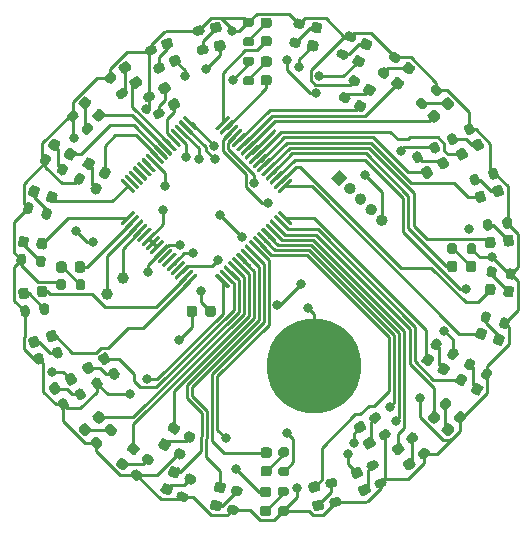
<source format=gbr>
%TF.GenerationSoftware,KiCad,Pcbnew,5.1.8-1.fc33*%
%TF.CreationDate,2020-12-25T13:36:26+01:00*%
%TF.ProjectId,lightring,6c696768-7472-4696-9e67-2e6b69636164,rev?*%
%TF.SameCoordinates,Original*%
%TF.FileFunction,Copper,L1,Top*%
%TF.FilePolarity,Positive*%
%FSLAX46Y46*%
G04 Gerber Fmt 4.6, Leading zero omitted, Abs format (unit mm)*
G04 Created by KiCad (PCBNEW 5.1.8-1.fc33) date 2020-12-25 13:36:26*
%MOMM*%
%LPD*%
G01*
G04 APERTURE LIST*
%TA.AperFunction,ComponentPad*%
%ADD10C,1.000000*%
%TD*%
%TA.AperFunction,ComponentPad*%
%ADD11C,0.100000*%
%TD*%
%TA.AperFunction,SMDPad,CuDef*%
%ADD12C,8.000000*%
%TD*%
%TA.AperFunction,ViaPad*%
%ADD13C,0.800000*%
%TD*%
%TA.AperFunction,Conductor*%
%ADD14C,0.250000*%
%TD*%
G04 APERTURE END LIST*
%TO.P,D1,2*%
%TO.N,M0*%
%TA.AperFunction,SMDPad,CuDef*%
G36*
G01*
X169743750Y-60500000D02*
X170256250Y-60500000D01*
G75*
G02*
X170475000Y-60718750I0J-218750D01*
G01*
X170475000Y-61156250D01*
G75*
G02*
X170256250Y-61375000I-218750J0D01*
G01*
X169743750Y-61375000D01*
G75*
G02*
X169525000Y-61156250I0J218750D01*
G01*
X169525000Y-60718750D01*
G75*
G02*
X169743750Y-60500000I218750J0D01*
G01*
G37*
%TD.AperFunction*%
%TO.P,D1,1*%
%TO.N,Net-(D1-Pad1)*%
%TA.AperFunction,SMDPad,CuDef*%
G36*
G01*
X169743750Y-58925000D02*
X170256250Y-58925000D01*
G75*
G02*
X170475000Y-59143750I0J-218750D01*
G01*
X170475000Y-59581250D01*
G75*
G02*
X170256250Y-59800000I-218750J0D01*
G01*
X169743750Y-59800000D01*
G75*
G02*
X169525000Y-59581250I0J218750D01*
G01*
X169525000Y-59143750D01*
G75*
G02*
X169743750Y-58925000I218750J0D01*
G01*
G37*
%TD.AperFunction*%
%TD*%
%TO.P,D2,2*%
%TO.N,M1*%
%TA.AperFunction,SMDPad,CuDef*%
G36*
G01*
X173776581Y-60839074D02*
X174277882Y-60945629D01*
G75*
G02*
X174446371Y-61205080I-45481J-213970D01*
G01*
X174355410Y-61633019D01*
G75*
G02*
X174095959Y-61801508I-213970J45481D01*
G01*
X173594658Y-61694953D01*
G75*
G02*
X173426169Y-61435502I45481J213970D01*
G01*
X173517130Y-61007563D01*
G75*
G02*
X173776581Y-60839074I213970J-45481D01*
G01*
G37*
%TD.AperFunction*%
%TO.P,D2,1*%
%TO.N,Net-(D2-Pad1)*%
%TA.AperFunction,SMDPad,CuDef*%
G36*
G01*
X174104041Y-59298492D02*
X174605342Y-59405047D01*
G75*
G02*
X174773831Y-59664498I-45481J-213970D01*
G01*
X174682870Y-60092437D01*
G75*
G02*
X174423419Y-60260926I-213970J45481D01*
G01*
X173922118Y-60154371D01*
G75*
G02*
X173753629Y-59894920I45481J213970D01*
G01*
X173844590Y-59466981D01*
G75*
G02*
X174104041Y-59298492I213970J-45481D01*
G01*
G37*
%TD.AperFunction*%
%TD*%
%TO.P,D3,2*%
%TO.N,M2*%
%TA.AperFunction,SMDPad,CuDef*%
G36*
G01*
X177773547Y-62115515D02*
X178241739Y-62323967D01*
G75*
G02*
X178352603Y-62612779I-88974J-199838D01*
G01*
X178174655Y-63012455D01*
G75*
G02*
X177885843Y-63123319I-199838J88974D01*
G01*
X177417651Y-62914867D01*
G75*
G02*
X177306787Y-62626055I88974J199838D01*
G01*
X177484735Y-62226379D01*
G75*
G02*
X177773547Y-62115515I199838J-88974D01*
G01*
G37*
%TD.AperFunction*%
%TO.P,D3,1*%
%TO.N,Net-(D3-Pad1)*%
%TA.AperFunction,SMDPad,CuDef*%
G36*
G01*
X178414157Y-60676681D02*
X178882349Y-60885133D01*
G75*
G02*
X178993213Y-61173945I-88974J-199838D01*
G01*
X178815265Y-61573621D01*
G75*
G02*
X178526453Y-61684485I-199838J88974D01*
G01*
X178058261Y-61476033D01*
G75*
G02*
X177947397Y-61187221I88974J199838D01*
G01*
X178125345Y-60787545D01*
G75*
G02*
X178414157Y-60676681I199838J-88974D01*
G01*
G37*
%TD.AperFunction*%
%TD*%
%TO.P,D4,2*%
%TO.N,M3*%
%TA.AperFunction,SMDPad,CuDef*%
G36*
G01*
X181186964Y-63982537D02*
X181601586Y-64283777D01*
G75*
G02*
X181649980Y-64589327I-128578J-176972D01*
G01*
X181392824Y-64943271D01*
G75*
G02*
X181087274Y-64991665I-176972J128578D01*
G01*
X180672652Y-64690425D01*
G75*
G02*
X180624258Y-64384875I128578J176972D01*
G01*
X180881414Y-64030931D01*
G75*
G02*
X181186964Y-63982537I176972J-128578D01*
G01*
G37*
%TD.AperFunction*%
%TO.P,D4,1*%
%TO.N,Net-(D4-Pad1)*%
%TA.AperFunction,SMDPad,CuDef*%
G36*
G01*
X182112726Y-62708335D02*
X182527348Y-63009575D01*
G75*
G02*
X182575742Y-63315125I-128578J-176972D01*
G01*
X182318586Y-63669069D01*
G75*
G02*
X182013036Y-63717463I-176972J128578D01*
G01*
X181598414Y-63416223D01*
G75*
G02*
X181550020Y-63110673I128578J176972D01*
G01*
X181807176Y-62756729D01*
G75*
G02*
X182112726Y-62708335I176972J-128578D01*
G01*
G37*
%TD.AperFunction*%
%TD*%
%TO.P,D5,2*%
%TO.N,M4*%
%TA.AperFunction,SMDPad,CuDef*%
G36*
G01*
X184368434Y-66793765D02*
X184711364Y-67174627D01*
G75*
G02*
X184695173Y-67483562I-162563J-146372D01*
G01*
X184370047Y-67776306D01*
G75*
G02*
X184061112Y-67760115I-146372J162563D01*
G01*
X183718182Y-67379253D01*
G75*
G02*
X183734373Y-67070318I162563J146372D01*
G01*
X184059499Y-66777574D01*
G75*
G02*
X184368434Y-66793765I146372J-162563D01*
G01*
G37*
%TD.AperFunction*%
%TO.P,D5,1*%
%TO.N,Net-(D5-Pad1)*%
%TA.AperFunction,SMDPad,CuDef*%
G36*
G01*
X185538888Y-65739885D02*
X185881818Y-66120747D01*
G75*
G02*
X185865627Y-66429682I-162563J-146372D01*
G01*
X185540501Y-66722426D01*
G75*
G02*
X185231566Y-66706235I-146372J162563D01*
G01*
X184888636Y-66325373D01*
G75*
G02*
X184904827Y-66016438I162563J146372D01*
G01*
X185229953Y-65723694D01*
G75*
G02*
X185538888Y-65739885I146372J-162563D01*
G01*
G37*
%TD.AperFunction*%
%TD*%
%TO.P,D6,2*%
%TO.N,M5*%
%TA.AperFunction,SMDPad,CuDef*%
G36*
G01*
X186818766Y-70053081D02*
X187075016Y-70496919D01*
G75*
G02*
X186994948Y-70795737I-189443J-109375D01*
G01*
X186616062Y-71014487D01*
G75*
G02*
X186317244Y-70934419I-109375J189443D01*
G01*
X186060994Y-70490581D01*
G75*
G02*
X186141062Y-70191763I189443J109375D01*
G01*
X186519948Y-69973013D01*
G75*
G02*
X186818766Y-70053081I109375J-189443D01*
G01*
G37*
%TD.AperFunction*%
%TO.P,D6,1*%
%TO.N,Net-(D6-Pad1)*%
%TA.AperFunction,SMDPad,CuDef*%
G36*
G01*
X188182756Y-69265581D02*
X188439006Y-69709419D01*
G75*
G02*
X188358938Y-70008237I-189443J-109375D01*
G01*
X187980052Y-70226987D01*
G75*
G02*
X187681234Y-70146919I-109375J189443D01*
G01*
X187424984Y-69703081D01*
G75*
G02*
X187505052Y-69404263I189443J109375D01*
G01*
X187883938Y-69185513D01*
G75*
G02*
X188182756Y-69265581I109375J-189443D01*
G01*
G37*
%TD.AperFunction*%
%TD*%
%TO.P,D7,2*%
%TO.N,M6*%
%TA.AperFunction,SMDPad,CuDef*%
G36*
G01*
X188487945Y-73714448D02*
X188646316Y-74201865D01*
G75*
G02*
X188505869Y-74477506I-208044J-67597D01*
G01*
X188089782Y-74612701D01*
G75*
G02*
X187814141Y-74472254I-67597J208044D01*
G01*
X187655770Y-73984837D01*
G75*
G02*
X187796217Y-73709196I208044J67597D01*
G01*
X188212304Y-73574001D01*
G75*
G02*
X188487945Y-73714448I67597J-208044D01*
G01*
G37*
%TD.AperFunction*%
%TO.P,D7,1*%
%TO.N,Net-(D7-Pad1)*%
%TA.AperFunction,SMDPad,CuDef*%
G36*
G01*
X189985859Y-73227746D02*
X190144230Y-73715163D01*
G75*
G02*
X190003783Y-73990804I-208044J-67597D01*
G01*
X189587696Y-74125999D01*
G75*
G02*
X189312055Y-73985552I-67597J208044D01*
G01*
X189153684Y-73498135D01*
G75*
G02*
X189294131Y-73222494I208044J67597D01*
G01*
X189710218Y-73087299D01*
G75*
G02*
X189985859Y-73227746I67597J-208044D01*
G01*
G37*
%TD.AperFunction*%
%TD*%
%TO.P,D8,2*%
%TO.N,M7*%
%TA.AperFunction,SMDPad,CuDef*%
G36*
G01*
X189375132Y-77681738D02*
X189428703Y-78191431D01*
G75*
G02*
X189234017Y-78431849I-217552J-22866D01*
G01*
X188798914Y-78477580D01*
G75*
G02*
X188558496Y-78282894I-22866J217552D01*
G01*
X188504925Y-77773201D01*
G75*
G02*
X188699611Y-77532783I217552J22866D01*
G01*
X189134714Y-77487052D01*
G75*
G02*
X189375132Y-77681738I22866J-217552D01*
G01*
G37*
%TD.AperFunction*%
%TO.P,D8,1*%
%TO.N,Net-(D8-Pad1)*%
%TA.AperFunction,SMDPad,CuDef*%
G36*
G01*
X190941504Y-77517106D02*
X190995075Y-78026799D01*
G75*
G02*
X190800389Y-78267217I-217552J-22866D01*
G01*
X190365286Y-78312948D01*
G75*
G02*
X190124868Y-78118262I-22866J217552D01*
G01*
X190071297Y-77608569D01*
G75*
G02*
X190265983Y-77368151I217552J22866D01*
G01*
X190701086Y-77322420D01*
G75*
G02*
X190941504Y-77517106I22866J-217552D01*
G01*
G37*
%TD.AperFunction*%
%TD*%
%TO.P,D9,2*%
%TO.N,M8*%
%TA.AperFunction,SMDPad,CuDef*%
G36*
G01*
X189428703Y-81758569D02*
X189375132Y-82268262D01*
G75*
G02*
X189134714Y-82462948I-217552J22866D01*
G01*
X188699611Y-82417217D01*
G75*
G02*
X188504925Y-82176799I22866J217552D01*
G01*
X188558496Y-81667106D01*
G75*
G02*
X188798914Y-81472420I217552J-22866D01*
G01*
X189234017Y-81518151D01*
G75*
G02*
X189428703Y-81758569I-22866J-217552D01*
G01*
G37*
%TD.AperFunction*%
%TO.P,D9,1*%
%TO.N,Net-(D9-Pad1)*%
%TA.AperFunction,SMDPad,CuDef*%
G36*
G01*
X190995075Y-81923201D02*
X190941504Y-82432894D01*
G75*
G02*
X190701086Y-82627580I-217552J22866D01*
G01*
X190265983Y-82581849D01*
G75*
G02*
X190071297Y-82341431I22866J217552D01*
G01*
X190124868Y-81831738D01*
G75*
G02*
X190365286Y-81637052I217552J-22866D01*
G01*
X190800389Y-81682783D01*
G75*
G02*
X190995075Y-81923201I-22866J-217552D01*
G01*
G37*
%TD.AperFunction*%
%TD*%
%TO.P,D10,2*%
%TO.N,M9*%
%TA.AperFunction,SMDPad,CuDef*%
G36*
G01*
X188696316Y-85598135D02*
X188537945Y-86085552D01*
G75*
G02*
X188262304Y-86225999I-208044J67597D01*
G01*
X187846217Y-86090804D01*
G75*
G02*
X187705770Y-85815163I67597J208044D01*
G01*
X187864141Y-85327746D01*
G75*
G02*
X188139782Y-85187299I208044J-67597D01*
G01*
X188555869Y-85322494D01*
G75*
G02*
X188696316Y-85598135I-67597J-208044D01*
G01*
G37*
%TD.AperFunction*%
%TO.P,D10,1*%
%TO.N,Net-(D10-Pad1)*%
%TA.AperFunction,SMDPad,CuDef*%
G36*
G01*
X190194230Y-86084837D02*
X190035859Y-86572254D01*
G75*
G02*
X189760218Y-86712701I-208044J67597D01*
G01*
X189344131Y-86577506D01*
G75*
G02*
X189203684Y-86301865I67597J208044D01*
G01*
X189362055Y-85814448D01*
G75*
G02*
X189637696Y-85674001I208044J-67597D01*
G01*
X190053783Y-85809196D01*
G75*
G02*
X190194230Y-86084837I-67597J-208044D01*
G01*
G37*
%TD.AperFunction*%
%TD*%
%TO.P,D11,2*%
%TO.N,M10*%
%TA.AperFunction,SMDPad,CuDef*%
G36*
G01*
X187025016Y-89603081D02*
X186768766Y-90046919D01*
G75*
G02*
X186469948Y-90126987I-189443J109375D01*
G01*
X186091062Y-89908237D01*
G75*
G02*
X186010994Y-89609419I109375J189443D01*
G01*
X186267244Y-89165581D01*
G75*
G02*
X186566062Y-89085513I189443J-109375D01*
G01*
X186944948Y-89304263D01*
G75*
G02*
X187025016Y-89603081I-109375J-189443D01*
G01*
G37*
%TD.AperFunction*%
%TO.P,D11,1*%
%TO.N,Net-(D11-Pad1)*%
%TA.AperFunction,SMDPad,CuDef*%
G36*
G01*
X188389006Y-90390581D02*
X188132756Y-90834419D01*
G75*
G02*
X187833938Y-90914487I-189443J109375D01*
G01*
X187455052Y-90695737D01*
G75*
G02*
X187374984Y-90396919I109375J189443D01*
G01*
X187631234Y-89953081D01*
G75*
G02*
X187930052Y-89873013I189443J-109375D01*
G01*
X188308938Y-90091763D01*
G75*
G02*
X188389006Y-90390581I-109375J-189443D01*
G01*
G37*
%TD.AperFunction*%
%TD*%
%TO.P,D12,2*%
%TO.N,M11*%
%TA.AperFunction,SMDPad,CuDef*%
G36*
G01*
X184711364Y-92875373D02*
X184368434Y-93256235D01*
G75*
G02*
X184059499Y-93272426I-162563J146372D01*
G01*
X183734373Y-92979682D01*
G75*
G02*
X183718182Y-92670747I146372J162563D01*
G01*
X184061112Y-92289885D01*
G75*
G02*
X184370047Y-92273694I162563J-146372D01*
G01*
X184695173Y-92566438D01*
G75*
G02*
X184711364Y-92875373I-146372J-162563D01*
G01*
G37*
%TD.AperFunction*%
%TO.P,D12,1*%
%TO.N,Net-(D12-Pad1)*%
%TA.AperFunction,SMDPad,CuDef*%
G36*
G01*
X185881818Y-93929253D02*
X185538888Y-94310115D01*
G75*
G02*
X185229953Y-94326306I-162563J146372D01*
G01*
X184904827Y-94033562D01*
G75*
G02*
X184888636Y-93724627I146372J162563D01*
G01*
X185231566Y-93343765D01*
G75*
G02*
X185540501Y-93327574I162563J-146372D01*
G01*
X185865627Y-93620318D01*
G75*
G02*
X185881818Y-93929253I-146372J-162563D01*
G01*
G37*
%TD.AperFunction*%
%TD*%
%TO.P,D13,2*%
%TO.N,M12*%
%TA.AperFunction,SMDPad,CuDef*%
G36*
G01*
X181651586Y-95666223D02*
X181236964Y-95967463D01*
G75*
G02*
X180931414Y-95919069I-128578J176972D01*
G01*
X180674258Y-95565125D01*
G75*
G02*
X180722652Y-95259575I176972J128578D01*
G01*
X181137274Y-94958335D01*
G75*
G02*
X181442824Y-95006729I128578J-176972D01*
G01*
X181699980Y-95360673D01*
G75*
G02*
X181651586Y-95666223I-176972J-128578D01*
G01*
G37*
%TD.AperFunction*%
%TO.P,D13,1*%
%TO.N,Net-(D13-Pad1)*%
%TA.AperFunction,SMDPad,CuDef*%
G36*
G01*
X182577348Y-96940425D02*
X182162726Y-97241665D01*
G75*
G02*
X181857176Y-97193271I-128578J176972D01*
G01*
X181600020Y-96839327D01*
G75*
G02*
X181648414Y-96533777I176972J128578D01*
G01*
X182063036Y-96232537D01*
G75*
G02*
X182368586Y-96280931I128578J-176972D01*
G01*
X182625742Y-96634875D01*
G75*
G02*
X182577348Y-96940425I-176972J-128578D01*
G01*
G37*
%TD.AperFunction*%
%TD*%
%TO.P,D14,2*%
%TO.N,M13*%
%TA.AperFunction,SMDPad,CuDef*%
G36*
G01*
X178091739Y-97776033D02*
X177623547Y-97984485D01*
G75*
G02*
X177334735Y-97873621I-88974J199838D01*
G01*
X177156787Y-97473945D01*
G75*
G02*
X177267651Y-97185133I199838J88974D01*
G01*
X177735843Y-96976681D01*
G75*
G02*
X178024655Y-97087545I88974J-199838D01*
G01*
X178202603Y-97487221D01*
G75*
G02*
X178091739Y-97776033I-199838J-88974D01*
G01*
G37*
%TD.AperFunction*%
%TO.P,D14,1*%
%TO.N,Net-(D14-Pad1)*%
%TA.AperFunction,SMDPad,CuDef*%
G36*
G01*
X178732349Y-99214867D02*
X178264157Y-99423319D01*
G75*
G02*
X177975345Y-99312455I-88974J199838D01*
G01*
X177797397Y-98912779D01*
G75*
G02*
X177908261Y-98623967I199838J88974D01*
G01*
X178376453Y-98415515D01*
G75*
G02*
X178665265Y-98526379I88974J-199838D01*
G01*
X178843213Y-98926055D01*
G75*
G02*
X178732349Y-99214867I-199838J-88974D01*
G01*
G37*
%TD.AperFunction*%
%TD*%
%TO.P,D15,2*%
%TO.N,M14*%
%TA.AperFunction,SMDPad,CuDef*%
G36*
G01*
X174427882Y-99054371D02*
X173926581Y-99160926D01*
G75*
G02*
X173667130Y-98992437I-45481J213970D01*
G01*
X173576169Y-98564498D01*
G75*
G02*
X173744658Y-98305047I213970J45481D01*
G01*
X174245959Y-98198492D01*
G75*
G02*
X174505410Y-98366981I45481J-213970D01*
G01*
X174596371Y-98794920D01*
G75*
G02*
X174427882Y-99054371I-213970J-45481D01*
G01*
G37*
%TD.AperFunction*%
%TO.P,D15,1*%
%TO.N,Net-(D15-Pad1)*%
%TA.AperFunction,SMDPad,CuDef*%
G36*
G01*
X174755342Y-100594953D02*
X174254041Y-100701508D01*
G75*
G02*
X173994590Y-100533019I-45481J213970D01*
G01*
X173903629Y-100105080D01*
G75*
G02*
X174072118Y-99845629I213970J45481D01*
G01*
X174573419Y-99739074D01*
G75*
G02*
X174832870Y-99907563I45481J-213970D01*
G01*
X174923831Y-100335502D01*
G75*
G02*
X174755342Y-100594953I-213970J-45481D01*
G01*
G37*
%TD.AperFunction*%
%TD*%
%TO.P,D16,2*%
%TO.N,M15*%
%TA.AperFunction,SMDPad,CuDef*%
G36*
G01*
X170206250Y-99550000D02*
X169693750Y-99550000D01*
G75*
G02*
X169475000Y-99331250I0J218750D01*
G01*
X169475000Y-98893750D01*
G75*
G02*
X169693750Y-98675000I218750J0D01*
G01*
X170206250Y-98675000D01*
G75*
G02*
X170425000Y-98893750I0J-218750D01*
G01*
X170425000Y-99331250D01*
G75*
G02*
X170206250Y-99550000I-218750J0D01*
G01*
G37*
%TD.AperFunction*%
%TO.P,D16,1*%
%TO.N,Net-(D16-Pad1)*%
%TA.AperFunction,SMDPad,CuDef*%
G36*
G01*
X170206250Y-101125000D02*
X169693750Y-101125000D01*
G75*
G02*
X169475000Y-100906250I0J218750D01*
G01*
X169475000Y-100468750D01*
G75*
G02*
X169693750Y-100250000I218750J0D01*
G01*
X170206250Y-100250000D01*
G75*
G02*
X170425000Y-100468750I0J-218750D01*
G01*
X170425000Y-100906250D01*
G75*
G02*
X170206250Y-101125000I-218750J0D01*
G01*
G37*
%TD.AperFunction*%
%TD*%
%TO.P,D17,2*%
%TO.N,M16*%
%TA.AperFunction,SMDPad,CuDef*%
G36*
G01*
X166237149Y-99190635D02*
X165735848Y-99084080D01*
G75*
G02*
X165567359Y-98824629I45481J213970D01*
G01*
X165658320Y-98396690D01*
G75*
G02*
X165917771Y-98228201I213970J-45481D01*
G01*
X166419072Y-98334756D01*
G75*
G02*
X166587561Y-98594207I-45481J-213970D01*
G01*
X166496600Y-99022146D01*
G75*
G02*
X166237149Y-99190635I-213970J45481D01*
G01*
G37*
%TD.AperFunction*%
%TO.P,D17,1*%
%TO.N,Net-(D17-Pad1)*%
%TA.AperFunction,SMDPad,CuDef*%
G36*
G01*
X165909689Y-100731217D02*
X165408388Y-100624662D01*
G75*
G02*
X165239899Y-100365211I45481J213970D01*
G01*
X165330860Y-99937272D01*
G75*
G02*
X165590311Y-99768783I213970J-45481D01*
G01*
X166091612Y-99875338D01*
G75*
G02*
X166260101Y-100134789I-45481J-213970D01*
G01*
X166169140Y-100562728D01*
G75*
G02*
X165909689Y-100731217I-213970J45481D01*
G01*
G37*
%TD.AperFunction*%
%TD*%
%TO.P,D18,2*%
%TO.N,M17*%
%TA.AperFunction,SMDPad,CuDef*%
G36*
G01*
X162276453Y-97934485D02*
X161808261Y-97726033D01*
G75*
G02*
X161697397Y-97437221I88974J199838D01*
G01*
X161875345Y-97037545D01*
G75*
G02*
X162164157Y-96926681I199838J-88974D01*
G01*
X162632349Y-97135133D01*
G75*
G02*
X162743213Y-97423945I-88974J-199838D01*
G01*
X162565265Y-97823621D01*
G75*
G02*
X162276453Y-97934485I-199838J88974D01*
G01*
G37*
%TD.AperFunction*%
%TO.P,D18,1*%
%TO.N,Net-(D18-Pad1)*%
%TA.AperFunction,SMDPad,CuDef*%
G36*
G01*
X161635843Y-99373319D02*
X161167651Y-99164867D01*
G75*
G02*
X161056787Y-98876055I88974J199838D01*
G01*
X161234735Y-98476379D01*
G75*
G02*
X161523547Y-98365515I199838J-88974D01*
G01*
X161991739Y-98573967D01*
G75*
G02*
X162102603Y-98862779I-88974J-199838D01*
G01*
X161924655Y-99262455D01*
G75*
G02*
X161635843Y-99373319I-199838J88974D01*
G01*
G37*
%TD.AperFunction*%
%TD*%
%TO.P,D19,2*%
%TO.N,M18*%
%TA.AperFunction,SMDPad,CuDef*%
G36*
G01*
X158713036Y-95967463D02*
X158298414Y-95666223D01*
G75*
G02*
X158250020Y-95360673I128578J176972D01*
G01*
X158507176Y-95006729D01*
G75*
G02*
X158812726Y-94958335I176972J-128578D01*
G01*
X159227348Y-95259575D01*
G75*
G02*
X159275742Y-95565125I-128578J-176972D01*
G01*
X159018586Y-95919069D01*
G75*
G02*
X158713036Y-95967463I-176972J128578D01*
G01*
G37*
%TD.AperFunction*%
%TO.P,D19,1*%
%TO.N,Net-(D19-Pad1)*%
%TA.AperFunction,SMDPad,CuDef*%
G36*
G01*
X157787274Y-97241665D02*
X157372652Y-96940425D01*
G75*
G02*
X157324258Y-96634875I128578J176972D01*
G01*
X157581414Y-96280931D01*
G75*
G02*
X157886964Y-96232537I176972J-128578D01*
G01*
X158301586Y-96533777D01*
G75*
G02*
X158349980Y-96839327I-128578J-176972D01*
G01*
X158092824Y-97193271D01*
G75*
G02*
X157787274Y-97241665I-176972J128578D01*
G01*
G37*
%TD.AperFunction*%
%TD*%
%TO.P,D20,2*%
%TO.N,M19*%
%TA.AperFunction,SMDPad,CuDef*%
G36*
G01*
X155681566Y-93256235D02*
X155338636Y-92875373D01*
G75*
G02*
X155354827Y-92566438I162563J146372D01*
G01*
X155679953Y-92273694D01*
G75*
G02*
X155988888Y-92289885I146372J-162563D01*
G01*
X156331818Y-92670747D01*
G75*
G02*
X156315627Y-92979682I-162563J-146372D01*
G01*
X155990501Y-93272426D01*
G75*
G02*
X155681566Y-93256235I-146372J162563D01*
G01*
G37*
%TD.AperFunction*%
%TO.P,D20,1*%
%TO.N,Net-(D20-Pad1)*%
%TA.AperFunction,SMDPad,CuDef*%
G36*
G01*
X154511112Y-94310115D02*
X154168182Y-93929253D01*
G75*
G02*
X154184373Y-93620318I162563J146372D01*
G01*
X154509499Y-93327574D01*
G75*
G02*
X154818434Y-93343765I146372J-162563D01*
G01*
X155161364Y-93724627D01*
G75*
G02*
X155145173Y-94033562I-162563J-146372D01*
G01*
X154820047Y-94326306D01*
G75*
G02*
X154511112Y-94310115I-146372J162563D01*
G01*
G37*
%TD.AperFunction*%
%TD*%
%TO.P,D21,2*%
%TO.N,M20*%
%TA.AperFunction,SMDPad,CuDef*%
G36*
G01*
X153231234Y-89996919D02*
X152974984Y-89553081D01*
G75*
G02*
X153055052Y-89254263I189443J109375D01*
G01*
X153433938Y-89035513D01*
G75*
G02*
X153732756Y-89115581I109375J-189443D01*
G01*
X153989006Y-89559419D01*
G75*
G02*
X153908938Y-89858237I-189443J-109375D01*
G01*
X153530052Y-90076987D01*
G75*
G02*
X153231234Y-89996919I-109375J189443D01*
G01*
G37*
%TD.AperFunction*%
%TO.P,D21,1*%
%TO.N,Net-(D21-Pad1)*%
%TA.AperFunction,SMDPad,CuDef*%
G36*
G01*
X151867244Y-90784419D02*
X151610994Y-90340581D01*
G75*
G02*
X151691062Y-90041763I189443J109375D01*
G01*
X152069948Y-89823013D01*
G75*
G02*
X152368766Y-89903081I109375J-189443D01*
G01*
X152625016Y-90346919D01*
G75*
G02*
X152544948Y-90645737I-189443J-109375D01*
G01*
X152166062Y-90864487D01*
G75*
G02*
X151867244Y-90784419I-109375J189443D01*
G01*
G37*
%TD.AperFunction*%
%TD*%
%TO.P,D22,2*%
%TO.N,M21*%
%TA.AperFunction,SMDPad,CuDef*%
G36*
G01*
X151512055Y-86285552D02*
X151353684Y-85798135D01*
G75*
G02*
X151494131Y-85522494I208044J67597D01*
G01*
X151910218Y-85387299D01*
G75*
G02*
X152185859Y-85527746I67597J-208044D01*
G01*
X152344230Y-86015163D01*
G75*
G02*
X152203783Y-86290804I-208044J-67597D01*
G01*
X151787696Y-86425999D01*
G75*
G02*
X151512055Y-86285552I-67597J208044D01*
G01*
G37*
%TD.AperFunction*%
%TO.P,D22,1*%
%TO.N,Net-(D22-Pad1)*%
%TA.AperFunction,SMDPad,CuDef*%
G36*
G01*
X150014141Y-86772254D02*
X149855770Y-86284837D01*
G75*
G02*
X149996217Y-86009196I208044J67597D01*
G01*
X150412304Y-85874001D01*
G75*
G02*
X150687945Y-86014448I67597J-208044D01*
G01*
X150846316Y-86501865D01*
G75*
G02*
X150705869Y-86777506I-208044J-67597D01*
G01*
X150289782Y-86912701D01*
G75*
G02*
X150014141Y-86772254I-67597J208044D01*
G01*
G37*
%TD.AperFunction*%
%TD*%
%TO.P,D23,2*%
%TO.N,M22*%
%TA.AperFunction,SMDPad,CuDef*%
G36*
G01*
X150624868Y-82418262D02*
X150571297Y-81908569D01*
G75*
G02*
X150765983Y-81668151I217552J22866D01*
G01*
X151201086Y-81622420D01*
G75*
G02*
X151441504Y-81817106I22866J-217552D01*
G01*
X151495075Y-82326799D01*
G75*
G02*
X151300389Y-82567217I-217552J-22866D01*
G01*
X150865286Y-82612948D01*
G75*
G02*
X150624868Y-82418262I-22866J217552D01*
G01*
G37*
%TD.AperFunction*%
%TO.P,D23,1*%
%TO.N,Net-(D23-Pad1)*%
%TA.AperFunction,SMDPad,CuDef*%
G36*
G01*
X149058496Y-82582894D02*
X149004925Y-82073201D01*
G75*
G02*
X149199611Y-81832783I217552J22866D01*
G01*
X149634714Y-81787052D01*
G75*
G02*
X149875132Y-81981738I22866J-217552D01*
G01*
X149928703Y-82491431D01*
G75*
G02*
X149734017Y-82731849I-217552J-22866D01*
G01*
X149298914Y-82777580D01*
G75*
G02*
X149058496Y-82582894I-22866J217552D01*
G01*
G37*
%TD.AperFunction*%
%TD*%
%TO.P,D24,2*%
%TO.N,M23*%
%TA.AperFunction,SMDPad,CuDef*%
G36*
G01*
X150558797Y-78291431D02*
X150612368Y-77781738D01*
G75*
G02*
X150852786Y-77587052I217552J-22866D01*
G01*
X151287889Y-77632783D01*
G75*
G02*
X151482575Y-77873201I-22866J-217552D01*
G01*
X151429004Y-78382894D01*
G75*
G02*
X151188586Y-78577580I-217552J22866D01*
G01*
X150753483Y-78531849D01*
G75*
G02*
X150558797Y-78291431I22866J217552D01*
G01*
G37*
%TD.AperFunction*%
%TO.P,D24,1*%
%TO.N,Net-(D24-Pad1)*%
%TA.AperFunction,SMDPad,CuDef*%
G36*
G01*
X148992425Y-78126799D02*
X149045996Y-77617106D01*
G75*
G02*
X149286414Y-77422420I217552J-22866D01*
G01*
X149721517Y-77468151D01*
G75*
G02*
X149916203Y-77708569I-22866J-217552D01*
G01*
X149862632Y-78218262D01*
G75*
G02*
X149622214Y-78412948I-217552J22866D01*
G01*
X149187111Y-78367217D01*
G75*
G02*
X148992425Y-78126799I22866J217552D01*
G01*
G37*
%TD.AperFunction*%
%TD*%
%TO.P,D25,2*%
%TO.N,M24*%
%TA.AperFunction,SMDPad,CuDef*%
G36*
G01*
X151353684Y-74251865D02*
X151512055Y-73764448D01*
G75*
G02*
X151787696Y-73624001I208044J-67597D01*
G01*
X152203783Y-73759196D01*
G75*
G02*
X152344230Y-74034837I-67597J-208044D01*
G01*
X152185859Y-74522254D01*
G75*
G02*
X151910218Y-74662701I-208044J67597D01*
G01*
X151494131Y-74527506D01*
G75*
G02*
X151353684Y-74251865I67597J208044D01*
G01*
G37*
%TD.AperFunction*%
%TO.P,D25,1*%
%TO.N,Net-(D25-Pad1)*%
%TA.AperFunction,SMDPad,CuDef*%
G36*
G01*
X149855770Y-73765163D02*
X150014141Y-73277746D01*
G75*
G02*
X150289782Y-73137299I208044J-67597D01*
G01*
X150705869Y-73272494D01*
G75*
G02*
X150846316Y-73548135I-67597J-208044D01*
G01*
X150687945Y-74035552D01*
G75*
G02*
X150412304Y-74175999I-208044J67597D01*
G01*
X149996217Y-74040804D01*
G75*
G02*
X149855770Y-73765163I67597J208044D01*
G01*
G37*
%TD.AperFunction*%
%TD*%
%TO.P,D26,2*%
%TO.N,M25*%
%TA.AperFunction,SMDPad,CuDef*%
G36*
G01*
X152924984Y-70496919D02*
X153181234Y-70053081D01*
G75*
G02*
X153480052Y-69973013I189443J-109375D01*
G01*
X153858938Y-70191763D01*
G75*
G02*
X153939006Y-70490581I-109375J-189443D01*
G01*
X153682756Y-70934419D01*
G75*
G02*
X153383938Y-71014487I-189443J109375D01*
G01*
X153005052Y-70795737D01*
G75*
G02*
X152924984Y-70496919I109375J189443D01*
G01*
G37*
%TD.AperFunction*%
%TO.P,D26,1*%
%TO.N,Net-(D26-Pad1)*%
%TA.AperFunction,SMDPad,CuDef*%
G36*
G01*
X151560994Y-69709419D02*
X151817244Y-69265581D01*
G75*
G02*
X152116062Y-69185513I189443J-109375D01*
G01*
X152494948Y-69404263D01*
G75*
G02*
X152575016Y-69703081I-109375J-189443D01*
G01*
X152318766Y-70146919D01*
G75*
G02*
X152019948Y-70226987I-189443J109375D01*
G01*
X151641062Y-70008237D01*
G75*
G02*
X151560994Y-69709419I109375J189443D01*
G01*
G37*
%TD.AperFunction*%
%TD*%
%TO.P,D27,2*%
%TO.N,M26*%
%TA.AperFunction,SMDPad,CuDef*%
G36*
G01*
X155323863Y-67101567D02*
X155666793Y-66720705D01*
G75*
G02*
X155975728Y-66704514I162563J-146372D01*
G01*
X156300854Y-66997258D01*
G75*
G02*
X156317045Y-67306193I-146372J-162563D01*
G01*
X155974115Y-67687055D01*
G75*
G02*
X155665180Y-67703246I-162563J146372D01*
G01*
X155340054Y-67410502D01*
G75*
G02*
X155323863Y-67101567I146372J162563D01*
G01*
G37*
%TD.AperFunction*%
%TO.P,D27,1*%
%TO.N,Net-(D27-Pad1)*%
%TA.AperFunction,SMDPad,CuDef*%
G36*
G01*
X154153409Y-66047687D02*
X154496339Y-65666825D01*
G75*
G02*
X154805274Y-65650634I162563J-146372D01*
G01*
X155130400Y-65943378D01*
G75*
G02*
X155146591Y-66252313I-146372J-162563D01*
G01*
X154803661Y-66633175D01*
G75*
G02*
X154494726Y-66649366I-162563J146372D01*
G01*
X154169600Y-66356622D01*
G75*
G02*
X154153409Y-66047687I146372J162563D01*
G01*
G37*
%TD.AperFunction*%
%TD*%
%TO.P,D28,2*%
%TO.N,M27*%
%TA.AperFunction,SMDPad,CuDef*%
G36*
G01*
X158498414Y-64233777D02*
X158913036Y-63932537D01*
G75*
G02*
X159218586Y-63980931I128578J-176972D01*
G01*
X159475742Y-64334875D01*
G75*
G02*
X159427348Y-64640425I-176972J-128578D01*
G01*
X159012726Y-64941665D01*
G75*
G02*
X158707176Y-64893271I-128578J176972D01*
G01*
X158450020Y-64539327D01*
G75*
G02*
X158498414Y-64233777I176972J128578D01*
G01*
G37*
%TD.AperFunction*%
%TO.P,D28,1*%
%TO.N,Net-(D28-Pad1)*%
%TA.AperFunction,SMDPad,CuDef*%
G36*
G01*
X157572652Y-62959575D02*
X157987274Y-62658335D01*
G75*
G02*
X158292824Y-62706729I128578J-176972D01*
G01*
X158549980Y-63060673D01*
G75*
G02*
X158501586Y-63366223I-176972J-128578D01*
G01*
X158086964Y-63667463D01*
G75*
G02*
X157781414Y-63619069I-128578J176972D01*
G01*
X157524258Y-63265125D01*
G75*
G02*
X157572652Y-62959575I176972J128578D01*
G01*
G37*
%TD.AperFunction*%
%TD*%
%TO.P,D29,2*%
%TO.N,M28*%
%TA.AperFunction,SMDPad,CuDef*%
G36*
G01*
X161858261Y-62273967D02*
X162326453Y-62065515D01*
G75*
G02*
X162615265Y-62176379I88974J-199838D01*
G01*
X162793213Y-62576055D01*
G75*
G02*
X162682349Y-62864867I-199838J-88974D01*
G01*
X162214157Y-63073319D01*
G75*
G02*
X161925345Y-62962455I-88974J199838D01*
G01*
X161747397Y-62562779D01*
G75*
G02*
X161858261Y-62273967I199838J88974D01*
G01*
G37*
%TD.AperFunction*%
%TO.P,D29,1*%
%TO.N,Net-(D29-Pad1)*%
%TA.AperFunction,SMDPad,CuDef*%
G36*
G01*
X161217651Y-60835133D02*
X161685843Y-60626681D01*
G75*
G02*
X161974655Y-60737545I88974J-199838D01*
G01*
X162152603Y-61137221D01*
G75*
G02*
X162041739Y-61426033I-199838J-88974D01*
G01*
X161573547Y-61634485D01*
G75*
G02*
X161284735Y-61523621I-88974J199838D01*
G01*
X161106787Y-61123945D01*
G75*
G02*
X161217651Y-60835133I199838J88974D01*
G01*
G37*
%TD.AperFunction*%
%TD*%
%TO.P,D30,2*%
%TO.N,M29*%
%TA.AperFunction,SMDPad,CuDef*%
G36*
G01*
X165722118Y-60945629D02*
X166223419Y-60839074D01*
G75*
G02*
X166482870Y-61007563I45481J-213970D01*
G01*
X166573831Y-61435502D01*
G75*
G02*
X166405342Y-61694953I-213970J-45481D01*
G01*
X165904041Y-61801508D01*
G75*
G02*
X165644590Y-61633019I-45481J213970D01*
G01*
X165553629Y-61205080D01*
G75*
G02*
X165722118Y-60945629I213970J45481D01*
G01*
G37*
%TD.AperFunction*%
%TO.P,D30,1*%
%TO.N,Net-(D30-Pad1)*%
%TA.AperFunction,SMDPad,CuDef*%
G36*
G01*
X165394658Y-59405047D02*
X165895959Y-59298492D01*
G75*
G02*
X166155410Y-59466981I45481J-213970D01*
G01*
X166246371Y-59894920D01*
G75*
G02*
X166077882Y-60154371I-213970J-45481D01*
G01*
X165576581Y-60260926D01*
G75*
G02*
X165317130Y-60092437I-45481J213970D01*
G01*
X165226169Y-59664498D01*
G75*
G02*
X165394658Y-59405047I213970J45481D01*
G01*
G37*
%TD.AperFunction*%
%TD*%
%TO.P,D31,2*%
%TO.N,H0*%
%TA.AperFunction,SMDPad,CuDef*%
G36*
G01*
X169743750Y-63787500D02*
X170256250Y-63787500D01*
G75*
G02*
X170475000Y-64006250I0J-218750D01*
G01*
X170475000Y-64443750D01*
G75*
G02*
X170256250Y-64662500I-218750J0D01*
G01*
X169743750Y-64662500D01*
G75*
G02*
X169525000Y-64443750I0J218750D01*
G01*
X169525000Y-64006250D01*
G75*
G02*
X169743750Y-63787500I218750J0D01*
G01*
G37*
%TD.AperFunction*%
%TO.P,D31,1*%
%TO.N,Net-(D31-Pad1)*%
%TA.AperFunction,SMDPad,CuDef*%
G36*
G01*
X169743750Y-62212500D02*
X170256250Y-62212500D01*
G75*
G02*
X170475000Y-62431250I0J-218750D01*
G01*
X170475000Y-62868750D01*
G75*
G02*
X170256250Y-63087500I-218750J0D01*
G01*
X169743750Y-63087500D01*
G75*
G02*
X169525000Y-62868750I0J218750D01*
G01*
X169525000Y-62431250D01*
G75*
G02*
X169743750Y-62212500I218750J0D01*
G01*
G37*
%TD.AperFunction*%
%TD*%
%TO.P,D32,2*%
%TO.N,H1*%
%TA.AperFunction,SMDPad,CuDef*%
G36*
G01*
X177959331Y-65906979D02*
X178403169Y-66163229D01*
G75*
G02*
X178483237Y-66462047I-109375J-189443D01*
G01*
X178264487Y-66840933D01*
G75*
G02*
X177965669Y-66921001I-189443J109375D01*
G01*
X177521831Y-66664751D01*
G75*
G02*
X177441763Y-66365933I109375J189443D01*
G01*
X177660513Y-65987047D01*
G75*
G02*
X177959331Y-65906979I189443J-109375D01*
G01*
G37*
%TD.AperFunction*%
%TO.P,D32,1*%
%TO.N,Net-(D32-Pad1)*%
%TA.AperFunction,SMDPad,CuDef*%
G36*
G01*
X178746831Y-64542989D02*
X179190669Y-64799239D01*
G75*
G02*
X179270737Y-65098057I-109375J-189443D01*
G01*
X179051987Y-65476943D01*
G75*
G02*
X178753169Y-65557011I-189443J109375D01*
G01*
X178309331Y-65300761D01*
G75*
G02*
X178229263Y-65001943I109375J189443D01*
G01*
X178448013Y-64623057D01*
G75*
G02*
X178746831Y-64542989I189443J-109375D01*
G01*
G37*
%TD.AperFunction*%
%TD*%
%TO.P,D33,2*%
%TO.N,H2*%
%TA.AperFunction,SMDPad,CuDef*%
G36*
G01*
X183868766Y-71603081D02*
X184125016Y-72046919D01*
G75*
G02*
X184044948Y-72345737I-189443J-109375D01*
G01*
X183666062Y-72564487D01*
G75*
G02*
X183367244Y-72484419I-109375J189443D01*
G01*
X183110994Y-72040581D01*
G75*
G02*
X183191062Y-71741763I189443J109375D01*
G01*
X183569948Y-71523013D01*
G75*
G02*
X183868766Y-71603081I109375J-189443D01*
G01*
G37*
%TD.AperFunction*%
%TO.P,D33,1*%
%TO.N,Net-(D33-Pad1)*%
%TA.AperFunction,SMDPad,CuDef*%
G36*
G01*
X185232756Y-70815581D02*
X185489006Y-71259419D01*
G75*
G02*
X185408938Y-71558237I-189443J-109375D01*
G01*
X185030052Y-71776987D01*
G75*
G02*
X184731234Y-71696919I-109375J189443D01*
G01*
X184474984Y-71253081D01*
G75*
G02*
X184555052Y-70954263I189443J109375D01*
G01*
X184933938Y-70735513D01*
G75*
G02*
X185232756Y-70815581I109375J-189443D01*
G01*
G37*
%TD.AperFunction*%
%TD*%
%TO.P,D34,2*%
%TO.N,H3*%
%TA.AperFunction,SMDPad,CuDef*%
G36*
G01*
X186200000Y-79743750D02*
X186200000Y-80256250D01*
G75*
G02*
X185981250Y-80475000I-218750J0D01*
G01*
X185543750Y-80475000D01*
G75*
G02*
X185325000Y-80256250I0J218750D01*
G01*
X185325000Y-79743750D01*
G75*
G02*
X185543750Y-79525000I218750J0D01*
G01*
X185981250Y-79525000D01*
G75*
G02*
X186200000Y-79743750I0J-218750D01*
G01*
G37*
%TD.AperFunction*%
%TO.P,D34,1*%
%TO.N,Net-(D34-Pad1)*%
%TA.AperFunction,SMDPad,CuDef*%
G36*
G01*
X187775000Y-79743750D02*
X187775000Y-80256250D01*
G75*
G02*
X187556250Y-80475000I-218750J0D01*
G01*
X187118750Y-80475000D01*
G75*
G02*
X186900000Y-80256250I0J218750D01*
G01*
X186900000Y-79743750D01*
G75*
G02*
X187118750Y-79525000I218750J0D01*
G01*
X187556250Y-79525000D01*
G75*
G02*
X187775000Y-79743750I0J-218750D01*
G01*
G37*
%TD.AperFunction*%
%TD*%
%TO.P,D35,2*%
%TO.N,H4*%
%TA.AperFunction,SMDPad,CuDef*%
G36*
G01*
X184175016Y-87903081D02*
X183918766Y-88346919D01*
G75*
G02*
X183619948Y-88426987I-189443J109375D01*
G01*
X183241062Y-88208237D01*
G75*
G02*
X183160994Y-87909419I109375J189443D01*
G01*
X183417244Y-87465581D01*
G75*
G02*
X183716062Y-87385513I189443J-109375D01*
G01*
X184094948Y-87604263D01*
G75*
G02*
X184175016Y-87903081I-109375J-189443D01*
G01*
G37*
%TD.AperFunction*%
%TO.P,D35,1*%
%TO.N,Net-(D35-Pad1)*%
%TA.AperFunction,SMDPad,CuDef*%
G36*
G01*
X185539006Y-88690581D02*
X185282756Y-89134419D01*
G75*
G02*
X184983938Y-89214487I-189443J109375D01*
G01*
X184605052Y-88995737D01*
G75*
G02*
X184524984Y-88696919I109375J189443D01*
G01*
X184781234Y-88253081D01*
G75*
G02*
X185080052Y-88173013I189443J-109375D01*
G01*
X185458938Y-88391763D01*
G75*
G02*
X185539006Y-88690581I-109375J-189443D01*
G01*
G37*
%TD.AperFunction*%
%TD*%
%TO.P,D36,2*%
%TO.N,H5*%
%TA.AperFunction,SMDPad,CuDef*%
G36*
G01*
X178396919Y-93868766D02*
X177953081Y-94125016D01*
G75*
G02*
X177654263Y-94044948I-109375J189443D01*
G01*
X177435513Y-93666062D01*
G75*
G02*
X177515581Y-93367244I189443J109375D01*
G01*
X177959419Y-93110994D01*
G75*
G02*
X178258237Y-93191062I109375J-189443D01*
G01*
X178476987Y-93569948D01*
G75*
G02*
X178396919Y-93868766I-189443J-109375D01*
G01*
G37*
%TD.AperFunction*%
%TO.P,D36,1*%
%TO.N,Net-(D36-Pad1)*%
%TA.AperFunction,SMDPad,CuDef*%
G36*
G01*
X179184419Y-95232756D02*
X178740581Y-95489006D01*
G75*
G02*
X178441763Y-95408938I-109375J189443D01*
G01*
X178223013Y-95030052D01*
G75*
G02*
X178303081Y-94731234I189443J109375D01*
G01*
X178746919Y-94474984D01*
G75*
G02*
X179045737Y-94555052I109375J-189443D01*
G01*
X179264487Y-94933938D01*
G75*
G02*
X179184419Y-95232756I-189443J-109375D01*
G01*
G37*
%TD.AperFunction*%
%TD*%
%TO.P,D37,2*%
%TO.N,H6*%
%TA.AperFunction,SMDPad,CuDef*%
G36*
G01*
X170256250Y-96200000D02*
X169743750Y-96200000D01*
G75*
G02*
X169525000Y-95981250I0J218750D01*
G01*
X169525000Y-95543750D01*
G75*
G02*
X169743750Y-95325000I218750J0D01*
G01*
X170256250Y-95325000D01*
G75*
G02*
X170475000Y-95543750I0J-218750D01*
G01*
X170475000Y-95981250D01*
G75*
G02*
X170256250Y-96200000I-218750J0D01*
G01*
G37*
%TD.AperFunction*%
%TO.P,D37,1*%
%TO.N,Net-(D37-Pad1)*%
%TA.AperFunction,SMDPad,CuDef*%
G36*
G01*
X170256250Y-97775000D02*
X169743750Y-97775000D01*
G75*
G02*
X169525000Y-97556250I0J218750D01*
G01*
X169525000Y-97118750D01*
G75*
G02*
X169743750Y-96900000I218750J0D01*
G01*
X170256250Y-96900000D01*
G75*
G02*
X170475000Y-97118750I0J-218750D01*
G01*
X170475000Y-97556250D01*
G75*
G02*
X170256250Y-97775000I-218750J0D01*
G01*
G37*
%TD.AperFunction*%
%TD*%
%TO.P,D38,2*%
%TO.N,H7*%
%TA.AperFunction,SMDPad,CuDef*%
G36*
G01*
X162196919Y-94225016D02*
X161753081Y-93968766D01*
G75*
G02*
X161673013Y-93669948I109375J189443D01*
G01*
X161891763Y-93291062D01*
G75*
G02*
X162190581Y-93210994I189443J-109375D01*
G01*
X162634419Y-93467244D01*
G75*
G02*
X162714487Y-93766062I-109375J-189443D01*
G01*
X162495737Y-94144948D01*
G75*
G02*
X162196919Y-94225016I-189443J109375D01*
G01*
G37*
%TD.AperFunction*%
%TO.P,D38,1*%
%TO.N,Net-(D38-Pad1)*%
%TA.AperFunction,SMDPad,CuDef*%
G36*
G01*
X161409419Y-95589006D02*
X160965581Y-95332756D01*
G75*
G02*
X160885513Y-95033938I109375J189443D01*
G01*
X161104263Y-94655052D01*
G75*
G02*
X161403081Y-94574984I189443J-109375D01*
G01*
X161846919Y-94831234D01*
G75*
G02*
X161926987Y-95130052I-109375J-189443D01*
G01*
X161708237Y-95508938D01*
G75*
G02*
X161409419Y-95589006I-189443J109375D01*
G01*
G37*
%TD.AperFunction*%
%TD*%
%TO.P,D39,2*%
%TO.N,H8*%
%TA.AperFunction,SMDPad,CuDef*%
G36*
G01*
X156063229Y-88253169D02*
X155806979Y-87809331D01*
G75*
G02*
X155887047Y-87510513I189443J109375D01*
G01*
X156265933Y-87291763D01*
G75*
G02*
X156564751Y-87371831I109375J-189443D01*
G01*
X156821001Y-87815669D01*
G75*
G02*
X156740933Y-88114487I-189443J-109375D01*
G01*
X156362047Y-88333237D01*
G75*
G02*
X156063229Y-88253169I-109375J189443D01*
G01*
G37*
%TD.AperFunction*%
%TO.P,D39,1*%
%TO.N,Net-(D39-Pad1)*%
%TA.AperFunction,SMDPad,CuDef*%
G36*
G01*
X154699239Y-89040669D02*
X154442989Y-88596831D01*
G75*
G02*
X154523057Y-88298013I189443J109375D01*
G01*
X154901943Y-88079263D01*
G75*
G02*
X155200761Y-88159331I109375J-189443D01*
G01*
X155457011Y-88603169D01*
G75*
G02*
X155376943Y-88901987I-189443J-109375D01*
G01*
X154998057Y-89120737D01*
G75*
G02*
X154699239Y-89040669I-109375J189443D01*
G01*
G37*
%TD.AperFunction*%
%TD*%
%TO.P,D40,2*%
%TO.N,H9*%
%TA.AperFunction,SMDPad,CuDef*%
G36*
G01*
X153800000Y-80306250D02*
X153800000Y-79793750D01*
G75*
G02*
X154018750Y-79575000I218750J0D01*
G01*
X154456250Y-79575000D01*
G75*
G02*
X154675000Y-79793750I0J-218750D01*
G01*
X154675000Y-80306250D01*
G75*
G02*
X154456250Y-80525000I-218750J0D01*
G01*
X154018750Y-80525000D01*
G75*
G02*
X153800000Y-80306250I0J218750D01*
G01*
G37*
%TD.AperFunction*%
%TO.P,D40,1*%
%TO.N,Net-(D40-Pad1)*%
%TA.AperFunction,SMDPad,CuDef*%
G36*
G01*
X152225000Y-80306250D02*
X152225000Y-79793750D01*
G75*
G02*
X152443750Y-79575000I218750J0D01*
G01*
X152881250Y-79575000D01*
G75*
G02*
X153100000Y-79793750I0J-218750D01*
G01*
X153100000Y-80306250D01*
G75*
G02*
X152881250Y-80525000I-218750J0D01*
G01*
X152443750Y-80525000D01*
G75*
G02*
X152225000Y-80306250I0J218750D01*
G01*
G37*
%TD.AperFunction*%
%TD*%
%TO.P,D41,2*%
%TO.N,H10*%
%TA.AperFunction,SMDPad,CuDef*%
G36*
G01*
X155824984Y-72096919D02*
X156081234Y-71653081D01*
G75*
G02*
X156380052Y-71573013I189443J-109375D01*
G01*
X156758938Y-71791763D01*
G75*
G02*
X156839006Y-72090581I-109375J-189443D01*
G01*
X156582756Y-72534419D01*
G75*
G02*
X156283938Y-72614487I-189443J109375D01*
G01*
X155905052Y-72395737D01*
G75*
G02*
X155824984Y-72096919I109375J189443D01*
G01*
G37*
%TD.AperFunction*%
%TO.P,D41,1*%
%TO.N,Net-(D41-Pad1)*%
%TA.AperFunction,SMDPad,CuDef*%
G36*
G01*
X154460994Y-71309419D02*
X154717244Y-70865581D01*
G75*
G02*
X155016062Y-70785513I189443J-109375D01*
G01*
X155394948Y-71004263D01*
G75*
G02*
X155475016Y-71303081I-109375J-189443D01*
G01*
X155218766Y-71746919D01*
G75*
G02*
X154919948Y-71826987I-189443J109375D01*
G01*
X154541062Y-71608237D01*
G75*
G02*
X154460994Y-71309419I109375J189443D01*
G01*
G37*
%TD.AperFunction*%
%TD*%
%TO.P,D42,2*%
%TO.N,H11*%
%TA.AperFunction,SMDPad,CuDef*%
G36*
G01*
X161753081Y-66031234D02*
X162196919Y-65774984D01*
G75*
G02*
X162495737Y-65855052I109375J-189443D01*
G01*
X162714487Y-66233938D01*
G75*
G02*
X162634419Y-66532756I-189443J-109375D01*
G01*
X162190581Y-66789006D01*
G75*
G02*
X161891763Y-66708938I-109375J189443D01*
G01*
X161673013Y-66330052D01*
G75*
G02*
X161753081Y-66031234I189443J109375D01*
G01*
G37*
%TD.AperFunction*%
%TO.P,D42,1*%
%TO.N,Net-(D42-Pad1)*%
%TA.AperFunction,SMDPad,CuDef*%
G36*
G01*
X160965581Y-64667244D02*
X161409419Y-64410994D01*
G75*
G02*
X161708237Y-64491062I109375J-189443D01*
G01*
X161926987Y-64869948D01*
G75*
G02*
X161846919Y-65168766I-189443J-109375D01*
G01*
X161403081Y-65425016D01*
G75*
G02*
X161104263Y-65344948I-109375J189443D01*
G01*
X160885513Y-64966062D01*
G75*
G02*
X160965581Y-64667244I189443J109375D01*
G01*
G37*
%TD.AperFunction*%
%TD*%
%TO.P,R1,1*%
%TO.N,GND*%
%TA.AperFunction,SMDPad,CuDef*%
G36*
G01*
X168225000Y-58925000D02*
X168775000Y-58925000D01*
G75*
G02*
X168975000Y-59125000I0J-200000D01*
G01*
X168975000Y-59525000D01*
G75*
G02*
X168775000Y-59725000I-200000J0D01*
G01*
X168225000Y-59725000D01*
G75*
G02*
X168025000Y-59525000I0J200000D01*
G01*
X168025000Y-59125000D01*
G75*
G02*
X168225000Y-58925000I200000J0D01*
G01*
G37*
%TD.AperFunction*%
%TO.P,R1,2*%
%TO.N,Net-(D1-Pad1)*%
%TA.AperFunction,SMDPad,CuDef*%
G36*
G01*
X168225000Y-60575000D02*
X168775000Y-60575000D01*
G75*
G02*
X168975000Y-60775000I0J-200000D01*
G01*
X168975000Y-61175000D01*
G75*
G02*
X168775000Y-61375000I-200000J0D01*
G01*
X168225000Y-61375000D01*
G75*
G02*
X168025000Y-61175000I0J200000D01*
G01*
X168025000Y-60775000D01*
G75*
G02*
X168225000Y-60575000I200000J0D01*
G01*
G37*
%TD.AperFunction*%
%TD*%
%TO.P,R2,1*%
%TO.N,GND*%
%TA.AperFunction,SMDPad,CuDef*%
G36*
G01*
X172614174Y-59001565D02*
X173152155Y-59115916D01*
G75*
G02*
X173306203Y-59353128I-41582J-195630D01*
G01*
X173223038Y-59744387D01*
G75*
G02*
X172985826Y-59898435I-195630J41582D01*
G01*
X172447845Y-59784084D01*
G75*
G02*
X172293797Y-59546872I41582J195630D01*
G01*
X172376962Y-59155613D01*
G75*
G02*
X172614174Y-59001565I195630J-41582D01*
G01*
G37*
%TD.AperFunction*%
%TO.P,R2,2*%
%TO.N,Net-(D2-Pad1)*%
%TA.AperFunction,SMDPad,CuDef*%
G36*
G01*
X172271120Y-60615509D02*
X172809101Y-60729860D01*
G75*
G02*
X172963149Y-60967072I-41582J-195630D01*
G01*
X172879984Y-61358331D01*
G75*
G02*
X172642772Y-61512379I-195630J41582D01*
G01*
X172104791Y-61398028D01*
G75*
G02*
X171950743Y-61160816I41582J195630D01*
G01*
X172033908Y-60769557D01*
G75*
G02*
X172271120Y-60615509I195630J-41582D01*
G01*
G37*
%TD.AperFunction*%
%TD*%
%TO.P,R3,1*%
%TO.N,GND*%
%TA.AperFunction,SMDPad,CuDef*%
G36*
G01*
X177047027Y-60069054D02*
X177549477Y-60292759D01*
G75*
G02*
X177650839Y-60556815I-81347J-182709D01*
G01*
X177488145Y-60922234D01*
G75*
G02*
X177224089Y-61023596I-182709J81347D01*
G01*
X176721639Y-60799891D01*
G75*
G02*
X176620277Y-60535835I81347J182709D01*
G01*
X176782971Y-60170416D01*
G75*
G02*
X177047027Y-60069054I182709J-81347D01*
G01*
G37*
%TD.AperFunction*%
%TO.P,R3,2*%
%TO.N,Net-(D3-Pad1)*%
%TA.AperFunction,SMDPad,CuDef*%
G36*
G01*
X176375911Y-61576404D02*
X176878361Y-61800109D01*
G75*
G02*
X176979723Y-62064165I-81347J-182709D01*
G01*
X176817029Y-62429584D01*
G75*
G02*
X176552973Y-62530946I-182709J81347D01*
G01*
X176050523Y-62307241D01*
G75*
G02*
X175949161Y-62043185I81347J182709D01*
G01*
X176111855Y-61677766D01*
G75*
G02*
X176375911Y-61576404I182709J-81347D01*
G01*
G37*
%TD.AperFunction*%
%TD*%
%TO.P,R4,1*%
%TO.N,GND*%
%TA.AperFunction,SMDPad,CuDef*%
G36*
G01*
X180912634Y-61814753D02*
X181357594Y-62138035D01*
G75*
G02*
X181401840Y-62417395I-117557J-161803D01*
G01*
X181166726Y-62741001D01*
G75*
G02*
X180887366Y-62785247I-161803J117557D01*
G01*
X180442406Y-62461965D01*
G75*
G02*
X180398160Y-62182605I117557J161803D01*
G01*
X180633274Y-61858999D01*
G75*
G02*
X180912634Y-61814753I161803J-117557D01*
G01*
G37*
%TD.AperFunction*%
%TO.P,R4,2*%
%TO.N,Net-(D4-Pad1)*%
%TA.AperFunction,SMDPad,CuDef*%
G36*
G01*
X179942788Y-63149631D02*
X180387748Y-63472913D01*
G75*
G02*
X180431994Y-63752273I-117557J-161803D01*
G01*
X180196880Y-64075879D01*
G75*
G02*
X179917520Y-64120125I-161803J117557D01*
G01*
X179472560Y-63796843D01*
G75*
G02*
X179428314Y-63517483I117557J161803D01*
G01*
X179663428Y-63193877D01*
G75*
G02*
X179942788Y-63149631I161803J-117557D01*
G01*
G37*
%TD.AperFunction*%
%TD*%
%TO.P,R5,1*%
%TO.N,GND*%
%TA.AperFunction,SMDPad,CuDef*%
G36*
G01*
X184526341Y-64625950D02*
X184894363Y-65034680D01*
G75*
G02*
X184879560Y-65317135I-148629J-133826D01*
G01*
X184582302Y-65584787D01*
G75*
G02*
X184299847Y-65569984I-133826J148629D01*
G01*
X183931825Y-65161254D01*
G75*
G02*
X183946628Y-64878799I148629J133826D01*
G01*
X184243886Y-64611147D01*
G75*
G02*
X184526341Y-64625950I133826J-148629D01*
G01*
G37*
%TD.AperFunction*%
%TO.P,R5,2*%
%TO.N,Net-(D5-Pad1)*%
%TA.AperFunction,SMDPad,CuDef*%
G36*
G01*
X183300153Y-65730016D02*
X183668175Y-66138746D01*
G75*
G02*
X183653372Y-66421201I-148629J-133826D01*
G01*
X183356114Y-66688853D01*
G75*
G02*
X183073659Y-66674050I-133826J148629D01*
G01*
X182705637Y-66265320D01*
G75*
G02*
X182720440Y-65982865I148629J133826D01*
G01*
X183017698Y-65715213D01*
G75*
G02*
X183300153Y-65730016I133826J-148629D01*
G01*
G37*
%TD.AperFunction*%
%TD*%
%TO.P,R6,1*%
%TO.N,GND*%
%TA.AperFunction,SMDPad,CuDef*%
G36*
G01*
X187408910Y-67961843D02*
X187683910Y-68438157D01*
G75*
G02*
X187610705Y-68711362I-173205J-100000D01*
G01*
X187264295Y-68911362D01*
G75*
G02*
X186991090Y-68838157I-100000J173205D01*
G01*
X186716090Y-68361843D01*
G75*
G02*
X186789295Y-68088638I173205J100000D01*
G01*
X187135705Y-67888638D01*
G75*
G02*
X187408910Y-67961843I100000J-173205D01*
G01*
G37*
%TD.AperFunction*%
%TO.P,R6,2*%
%TO.N,Net-(D6-Pad1)*%
%TA.AperFunction,SMDPad,CuDef*%
G36*
G01*
X185979968Y-68786843D02*
X186254968Y-69263157D01*
G75*
G02*
X186181763Y-69536362I-173205J-100000D01*
G01*
X185835353Y-69736362D01*
G75*
G02*
X185562148Y-69663157I-100000J173205D01*
G01*
X185287148Y-69186843D01*
G75*
G02*
X185360353Y-68913638I173205J100000D01*
G01*
X185706763Y-68713638D01*
G75*
G02*
X185979968Y-68786843I100000J-173205D01*
G01*
G37*
%TD.AperFunction*%
%TD*%
%TO.P,R7,1*%
%TO.N,GND*%
%TA.AperFunction,SMDPad,CuDef*%
G36*
G01*
X189530065Y-71759914D02*
X189700024Y-72282995D01*
G75*
G02*
X189571616Y-72535009I-190211J-61803D01*
G01*
X189191193Y-72658616D01*
G75*
G02*
X188939179Y-72530208I-61803J190211D01*
G01*
X188769220Y-72007127D01*
G75*
G02*
X188897628Y-71755113I190211J61803D01*
G01*
X189278051Y-71631506D01*
G75*
G02*
X189530065Y-71759914I61803J-190211D01*
G01*
G37*
%TD.AperFunction*%
%TO.P,R7,2*%
%TO.N,Net-(D7-Pad1)*%
%TA.AperFunction,SMDPad,CuDef*%
G36*
G01*
X187960821Y-72269792D02*
X188130780Y-72792873D01*
G75*
G02*
X188002372Y-73044887I-190211J-61803D01*
G01*
X187621949Y-73168494D01*
G75*
G02*
X187369935Y-73040086I-61803J190211D01*
G01*
X187199976Y-72517005D01*
G75*
G02*
X187328384Y-72264991I190211J61803D01*
G01*
X187708807Y-72141384D01*
G75*
G02*
X187960821Y-72269792I61803J-190211D01*
G01*
G37*
%TD.AperFunction*%
%TD*%
%TO.P,R8,1*%
%TO.N,GND*%
%TA.AperFunction,SMDPad,CuDef*%
G36*
G01*
X190789544Y-75998459D02*
X190847035Y-76545446D01*
G75*
G02*
X190669037Y-76765256I-198904J-20906D01*
G01*
X190271228Y-76807067D01*
G75*
G02*
X190051418Y-76629069I-20906J198904D01*
G01*
X189993927Y-76082082D01*
G75*
G02*
X190171925Y-75862272I198904J20906D01*
G01*
X190569734Y-75820461D01*
G75*
G02*
X190789544Y-75998459I20906J-198904D01*
G01*
G37*
%TD.AperFunction*%
%TO.P,R8,2*%
%TO.N,Net-(D8-Pad1)*%
%TA.AperFunction,SMDPad,CuDef*%
G36*
G01*
X189148582Y-76170931D02*
X189206073Y-76717918D01*
G75*
G02*
X189028075Y-76937728I-198904J-20906D01*
G01*
X188630266Y-76979539D01*
G75*
G02*
X188410456Y-76801541I-20906J198904D01*
G01*
X188352965Y-76254554D01*
G75*
G02*
X188530963Y-76034744I198904J20906D01*
G01*
X188928772Y-75992933D01*
G75*
G02*
X189148582Y-76170931I20906J-198904D01*
G01*
G37*
%TD.AperFunction*%
%TD*%
%TO.P,R9,1*%
%TO.N,GND*%
%TA.AperFunction,SMDPad,CuDef*%
G36*
G01*
X191147035Y-80404554D02*
X191089544Y-80951541D01*
G75*
G02*
X190869734Y-81129539I-198904J20906D01*
G01*
X190471925Y-81087728D01*
G75*
G02*
X190293927Y-80867918I20906J198904D01*
G01*
X190351418Y-80320931D01*
G75*
G02*
X190571228Y-80142933I198904J-20906D01*
G01*
X190969037Y-80184744D01*
G75*
G02*
X191147035Y-80404554I-20906J-198904D01*
G01*
G37*
%TD.AperFunction*%
%TO.P,R9,2*%
%TO.N,Net-(D9-Pad1)*%
%TA.AperFunction,SMDPad,CuDef*%
G36*
G01*
X189506073Y-80232082D02*
X189448582Y-80779069D01*
G75*
G02*
X189228772Y-80957067I-198904J20906D01*
G01*
X188830963Y-80915256D01*
G75*
G02*
X188652965Y-80695446I20906J198904D01*
G01*
X188710456Y-80148459D01*
G75*
G02*
X188930266Y-79970461I198904J-20906D01*
G01*
X189328075Y-80012272D01*
G75*
G02*
X189506073Y-80232082I-20906J-198904D01*
G01*
G37*
%TD.AperFunction*%
%TD*%
%TO.P,R10,1*%
%TO.N,GND*%
%TA.AperFunction,SMDPad,CuDef*%
G36*
G01*
X190650024Y-84667005D02*
X190480065Y-85190086D01*
G75*
G02*
X190228051Y-85318494I-190211J61803D01*
G01*
X189847628Y-85194887D01*
G75*
G02*
X189719220Y-84942873I61803J190211D01*
G01*
X189889179Y-84419792D01*
G75*
G02*
X190141193Y-84291384I190211J-61803D01*
G01*
X190521616Y-84414991D01*
G75*
G02*
X190650024Y-84667005I-61803J-190211D01*
G01*
G37*
%TD.AperFunction*%
%TO.P,R10,2*%
%TO.N,Net-(D10-Pad1)*%
%TA.AperFunction,SMDPad,CuDef*%
G36*
G01*
X189080780Y-84157127D02*
X188910821Y-84680208D01*
G75*
G02*
X188658807Y-84808616I-190211J61803D01*
G01*
X188278384Y-84685009D01*
G75*
G02*
X188149976Y-84432995I61803J190211D01*
G01*
X188319935Y-83909914D01*
G75*
G02*
X188571949Y-83781506I190211J-61803D01*
G01*
X188952372Y-83905113D01*
G75*
G02*
X189080780Y-84157127I-61803J-190211D01*
G01*
G37*
%TD.AperFunction*%
%TD*%
%TO.P,R11,1*%
%TO.N,GND*%
%TA.AperFunction,SMDPad,CuDef*%
G36*
G01*
X189148381Y-89074343D02*
X188873381Y-89550657D01*
G75*
G02*
X188600176Y-89623862I-173205J100000D01*
G01*
X188253766Y-89423862D01*
G75*
G02*
X188180561Y-89150657I100000J173205D01*
G01*
X188455561Y-88674343D01*
G75*
G02*
X188728766Y-88601138I173205J-100000D01*
G01*
X189075176Y-88801138D01*
G75*
G02*
X189148381Y-89074343I-100000J-173205D01*
G01*
G37*
%TD.AperFunction*%
%TO.P,R11,2*%
%TO.N,Net-(D11-Pad1)*%
%TA.AperFunction,SMDPad,CuDef*%
G36*
G01*
X187719439Y-88249343D02*
X187444439Y-88725657D01*
G75*
G02*
X187171234Y-88798862I-173205J100000D01*
G01*
X186824824Y-88598862D01*
G75*
G02*
X186751619Y-88325657I100000J173205D01*
G01*
X187026619Y-87849343D01*
G75*
G02*
X187299824Y-87776138I173205J-100000D01*
G01*
X187646234Y-87976138D01*
G75*
G02*
X187719439Y-88249343I-100000J-173205D01*
G01*
G37*
%TD.AperFunction*%
%TD*%
%TO.P,R12,1*%
%TO.N,GND*%
%TA.AperFunction,SMDPad,CuDef*%
G36*
G01*
X186894363Y-92815320D02*
X186526341Y-93224050D01*
G75*
G02*
X186243886Y-93238853I-148629J133826D01*
G01*
X185946628Y-92971201D01*
G75*
G02*
X185931825Y-92688746I133826J148629D01*
G01*
X186299847Y-92280016D01*
G75*
G02*
X186582302Y-92265213I148629J-133826D01*
G01*
X186879560Y-92532865D01*
G75*
G02*
X186894363Y-92815320I-133826J-148629D01*
G01*
G37*
%TD.AperFunction*%
%TO.P,R12,2*%
%TO.N,Net-(D12-Pad1)*%
%TA.AperFunction,SMDPad,CuDef*%
G36*
G01*
X185668175Y-91711254D02*
X185300153Y-92119984D01*
G75*
G02*
X185017698Y-92134787I-148629J133826D01*
G01*
X184720440Y-91867135D01*
G75*
G02*
X184705637Y-91584680I133826J148629D01*
G01*
X185073659Y-91175950D01*
G75*
G02*
X185356114Y-91161147I148629J-133826D01*
G01*
X185653372Y-91428799D01*
G75*
G02*
X185668175Y-91711254I-133826J-148629D01*
G01*
G37*
%TD.AperFunction*%
%TD*%
%TO.P,R13,1*%
%TO.N,GND*%
%TA.AperFunction,SMDPad,CuDef*%
G36*
G01*
X183792517Y-96029404D02*
X183347557Y-96352686D01*
G75*
G02*
X183068197Y-96308440I-117557J161803D01*
G01*
X182833083Y-95984834D01*
G75*
G02*
X182877329Y-95705474I161803J117557D01*
G01*
X183322289Y-95382192D01*
G75*
G02*
X183601649Y-95426438I117557J-161803D01*
G01*
X183836763Y-95750044D01*
G75*
G02*
X183792517Y-96029404I-161803J-117557D01*
G01*
G37*
%TD.AperFunction*%
%TO.P,R13,2*%
%TO.N,Net-(D13-Pad1)*%
%TA.AperFunction,SMDPad,CuDef*%
G36*
G01*
X182822671Y-94694526D02*
X182377711Y-95017808D01*
G75*
G02*
X182098351Y-94973562I-117557J161803D01*
G01*
X181863237Y-94649956D01*
G75*
G02*
X181907483Y-94370596I161803J117557D01*
G01*
X182352443Y-94047314D01*
G75*
G02*
X182631803Y-94091560I117557J-161803D01*
G01*
X182866917Y-94415166D01*
G75*
G02*
X182822671Y-94694526I-161803J-117557D01*
G01*
G37*
%TD.AperFunction*%
%TD*%
%TO.P,R14,1*%
%TO.N,GND*%
%TA.AperFunction,SMDPad,CuDef*%
G36*
G01*
X180099477Y-98607241D02*
X179597027Y-98830946D01*
G75*
G02*
X179332971Y-98729584I-81347J182709D01*
G01*
X179170277Y-98364165D01*
G75*
G02*
X179271639Y-98100109I182709J81347D01*
G01*
X179774089Y-97876404D01*
G75*
G02*
X180038145Y-97977766I81347J-182709D01*
G01*
X180200839Y-98343185D01*
G75*
G02*
X180099477Y-98607241I-182709J-81347D01*
G01*
G37*
%TD.AperFunction*%
%TO.P,R14,2*%
%TO.N,Net-(D14-Pad1)*%
%TA.AperFunction,SMDPad,CuDef*%
G36*
G01*
X179428361Y-97099891D02*
X178925911Y-97323596D01*
G75*
G02*
X178661855Y-97222234I-81347J182709D01*
G01*
X178499161Y-96856815D01*
G75*
G02*
X178600523Y-96592759I182709J81347D01*
G01*
X179102973Y-96369054D01*
G75*
G02*
X179367029Y-96470416I81347J-182709D01*
G01*
X179529723Y-96835835D01*
G75*
G02*
X179428361Y-97099891I-182709J-81347D01*
G01*
G37*
%TD.AperFunction*%
%TD*%
%TO.P,R15,1*%
%TO.N,GND*%
%TA.AperFunction,SMDPad,CuDef*%
G36*
G01*
X176223682Y-100291056D02*
X175685701Y-100405407D01*
G75*
G02*
X175448489Y-100251359I-41582J195630D01*
G01*
X175365324Y-99860100D01*
G75*
G02*
X175519372Y-99622888I195630J41582D01*
G01*
X176057353Y-99508537D01*
G75*
G02*
X176294565Y-99662585I41582J-195630D01*
G01*
X176377730Y-100053844D01*
G75*
G02*
X176223682Y-100291056I-195630J-41582D01*
G01*
G37*
%TD.AperFunction*%
%TO.P,R15,2*%
%TO.N,Net-(D15-Pad1)*%
%TA.AperFunction,SMDPad,CuDef*%
G36*
G01*
X175880628Y-98677112D02*
X175342647Y-98791463D01*
G75*
G02*
X175105435Y-98637415I-41582J195630D01*
G01*
X175022270Y-98246156D01*
G75*
G02*
X175176318Y-98008944I195630J41582D01*
G01*
X175714299Y-97894593D01*
G75*
G02*
X175951511Y-98048641I41582J-195630D01*
G01*
X176034676Y-98439900D01*
G75*
G02*
X175880628Y-98677112I-195630J-41582D01*
G01*
G37*
%TD.AperFunction*%
%TD*%
%TO.P,R16,1*%
%TO.N,GND*%
%TA.AperFunction,SMDPad,CuDef*%
G36*
G01*
X171725000Y-101100000D02*
X171175000Y-101100000D01*
G75*
G02*
X170975000Y-100900000I0J200000D01*
G01*
X170975000Y-100500000D01*
G75*
G02*
X171175000Y-100300000I200000J0D01*
G01*
X171725000Y-100300000D01*
G75*
G02*
X171925000Y-100500000I0J-200000D01*
G01*
X171925000Y-100900000D01*
G75*
G02*
X171725000Y-101100000I-200000J0D01*
G01*
G37*
%TD.AperFunction*%
%TO.P,R16,2*%
%TO.N,Net-(D16-Pad1)*%
%TA.AperFunction,SMDPad,CuDef*%
G36*
G01*
X171725000Y-99450000D02*
X171175000Y-99450000D01*
G75*
G02*
X170975000Y-99250000I0J200000D01*
G01*
X170975000Y-98850000D01*
G75*
G02*
X171175000Y-98650000I200000J0D01*
G01*
X171725000Y-98650000D01*
G75*
G02*
X171925000Y-98850000I0J-200000D01*
G01*
X171925000Y-99250000D01*
G75*
G02*
X171725000Y-99450000I-200000J0D01*
G01*
G37*
%TD.AperFunction*%
%TD*%
%TO.P,R17,1*%
%TO.N,GND*%
%TA.AperFunction,SMDPad,CuDef*%
G36*
G01*
X167364299Y-101055407D02*
X166826318Y-100941056D01*
G75*
G02*
X166672270Y-100703844I41582J195630D01*
G01*
X166755435Y-100312585D01*
G75*
G02*
X166992647Y-100158537I195630J-41582D01*
G01*
X167530628Y-100272888D01*
G75*
G02*
X167684676Y-100510100I-41582J-195630D01*
G01*
X167601511Y-100901359D01*
G75*
G02*
X167364299Y-101055407I-195630J41582D01*
G01*
G37*
%TD.AperFunction*%
%TO.P,R17,2*%
%TO.N,Net-(D17-Pad1)*%
%TA.AperFunction,SMDPad,CuDef*%
G36*
G01*
X167707353Y-99441463D02*
X167169372Y-99327112D01*
G75*
G02*
X167015324Y-99089900I41582J195630D01*
G01*
X167098489Y-98698641D01*
G75*
G02*
X167335701Y-98544593I195630J-41582D01*
G01*
X167873682Y-98658944D01*
G75*
G02*
X168027730Y-98896156I-41582J-195630D01*
G01*
X167944565Y-99287415D01*
G75*
G02*
X167707353Y-99441463I-195630J41582D01*
G01*
G37*
%TD.AperFunction*%
%TD*%
%TO.P,R18,1*%
%TO.N,GND*%
%TA.AperFunction,SMDPad,CuDef*%
G36*
G01*
X163002973Y-99980946D02*
X162500523Y-99757241D01*
G75*
G02*
X162399161Y-99493185I81347J182709D01*
G01*
X162561855Y-99127766D01*
G75*
G02*
X162825911Y-99026404I182709J-81347D01*
G01*
X163328361Y-99250109D01*
G75*
G02*
X163429723Y-99514165I-81347J-182709D01*
G01*
X163267029Y-99879584D01*
G75*
G02*
X163002973Y-99980946I-182709J81347D01*
G01*
G37*
%TD.AperFunction*%
%TO.P,R18,2*%
%TO.N,Net-(D18-Pad1)*%
%TA.AperFunction,SMDPad,CuDef*%
G36*
G01*
X163674089Y-98473596D02*
X163171639Y-98249891D01*
G75*
G02*
X163070277Y-97985835I81347J182709D01*
G01*
X163232971Y-97620416D01*
G75*
G02*
X163497027Y-97519054I182709J-81347D01*
G01*
X163999477Y-97742759D01*
G75*
G02*
X164100839Y-98006815I-81347J-182709D01*
G01*
X163938145Y-98372234D01*
G75*
G02*
X163674089Y-98473596I-182709J81347D01*
G01*
G37*
%TD.AperFunction*%
%TD*%
%TO.P,R19,1*%
%TO.N,GND*%
%TA.AperFunction,SMDPad,CuDef*%
G36*
G01*
X159002443Y-98152686D02*
X158557483Y-97829404D01*
G75*
G02*
X158513237Y-97550044I117557J161803D01*
G01*
X158748351Y-97226438D01*
G75*
G02*
X159027711Y-97182192I161803J-117557D01*
G01*
X159472671Y-97505474D01*
G75*
G02*
X159516917Y-97784834I-117557J-161803D01*
G01*
X159281803Y-98108440D01*
G75*
G02*
X159002443Y-98152686I-161803J117557D01*
G01*
G37*
%TD.AperFunction*%
%TO.P,R19,2*%
%TO.N,Net-(D19-Pad1)*%
%TA.AperFunction,SMDPad,CuDef*%
G36*
G01*
X159972289Y-96817808D02*
X159527329Y-96494526D01*
G75*
G02*
X159483083Y-96215166I117557J161803D01*
G01*
X159718197Y-95891560D01*
G75*
G02*
X159997557Y-95847314I161803J-117557D01*
G01*
X160442517Y-96170596D01*
G75*
G02*
X160486763Y-96449956I-117557J-161803D01*
G01*
X160251649Y-96773562D01*
G75*
G02*
X159972289Y-96817808I-161803J117557D01*
G01*
G37*
%TD.AperFunction*%
%TD*%
%TO.P,R20,1*%
%TO.N,GND*%
%TA.AperFunction,SMDPad,CuDef*%
G36*
G01*
X155523659Y-95424050D02*
X155155637Y-95015320D01*
G75*
G02*
X155170440Y-94732865I148629J133826D01*
G01*
X155467698Y-94465213D01*
G75*
G02*
X155750153Y-94480016I133826J-148629D01*
G01*
X156118175Y-94888746D01*
G75*
G02*
X156103372Y-95171201I-148629J-133826D01*
G01*
X155806114Y-95438853D01*
G75*
G02*
X155523659Y-95424050I-133826J148629D01*
G01*
G37*
%TD.AperFunction*%
%TO.P,R20,2*%
%TO.N,Net-(D20-Pad1)*%
%TA.AperFunction,SMDPad,CuDef*%
G36*
G01*
X156749847Y-94319984D02*
X156381825Y-93911254D01*
G75*
G02*
X156396628Y-93628799I148629J133826D01*
G01*
X156693886Y-93361147D01*
G75*
G02*
X156976341Y-93375950I133826J-148629D01*
G01*
X157344363Y-93784680D01*
G75*
G02*
X157329560Y-94067135I-148629J-133826D01*
G01*
X157032302Y-94334787D01*
G75*
G02*
X156749847Y-94319984I-133826J148629D01*
G01*
G37*
%TD.AperFunction*%
%TD*%
%TO.P,R21,1*%
%TO.N,GND*%
%TA.AperFunction,SMDPad,CuDef*%
G36*
G01*
X152626619Y-92100657D02*
X152351619Y-91624343D01*
G75*
G02*
X152424824Y-91351138I173205J100000D01*
G01*
X152771234Y-91151138D01*
G75*
G02*
X153044439Y-91224343I100000J-173205D01*
G01*
X153319439Y-91700657D01*
G75*
G02*
X153246234Y-91973862I-173205J-100000D01*
G01*
X152899824Y-92173862D01*
G75*
G02*
X152626619Y-92100657I-100000J173205D01*
G01*
G37*
%TD.AperFunction*%
%TO.P,R21,2*%
%TO.N,Net-(D21-Pad1)*%
%TA.AperFunction,SMDPad,CuDef*%
G36*
G01*
X154055561Y-91275657D02*
X153780561Y-90799343D01*
G75*
G02*
X153853766Y-90526138I173205J100000D01*
G01*
X154200176Y-90326138D01*
G75*
G02*
X154473381Y-90399343I100000J-173205D01*
G01*
X154748381Y-90875657D01*
G75*
G02*
X154675176Y-91148862I-173205J-100000D01*
G01*
X154328766Y-91348862D01*
G75*
G02*
X154055561Y-91275657I-100000J173205D01*
G01*
G37*
%TD.AperFunction*%
%TD*%
%TO.P,R22,1*%
%TO.N,GND*%
%TA.AperFunction,SMDPad,CuDef*%
G36*
G01*
X150469935Y-88190086D02*
X150299976Y-87667005D01*
G75*
G02*
X150428384Y-87414991I190211J61803D01*
G01*
X150808807Y-87291384D01*
G75*
G02*
X151060821Y-87419792I61803J-190211D01*
G01*
X151230780Y-87942873D01*
G75*
G02*
X151102372Y-88194887I-190211J-61803D01*
G01*
X150721949Y-88318494D01*
G75*
G02*
X150469935Y-88190086I-61803J190211D01*
G01*
G37*
%TD.AperFunction*%
%TO.P,R22,2*%
%TO.N,Net-(D22-Pad1)*%
%TA.AperFunction,SMDPad,CuDef*%
G36*
G01*
X152039179Y-87680208D02*
X151869220Y-87157127D01*
G75*
G02*
X151997628Y-86905113I190211J61803D01*
G01*
X152378051Y-86781506D01*
G75*
G02*
X152630065Y-86909914I61803J-190211D01*
G01*
X152800024Y-87432995D01*
G75*
G02*
X152671616Y-87685009I-190211J-61803D01*
G01*
X152291193Y-87808616D01*
G75*
G02*
X152039179Y-87680208I-61803J190211D01*
G01*
G37*
%TD.AperFunction*%
%TD*%
%TO.P,R23,1*%
%TO.N,GND*%
%TA.AperFunction,SMDPad,CuDef*%
G36*
G01*
X149210456Y-84101541D02*
X149152965Y-83554554D01*
G75*
G02*
X149330963Y-83334744I198904J20906D01*
G01*
X149728772Y-83292933D01*
G75*
G02*
X149948582Y-83470931I20906J-198904D01*
G01*
X150006073Y-84017918D01*
G75*
G02*
X149828075Y-84237728I-198904J-20906D01*
G01*
X149430266Y-84279539D01*
G75*
G02*
X149210456Y-84101541I-20906J198904D01*
G01*
G37*
%TD.AperFunction*%
%TO.P,R23,2*%
%TO.N,Net-(D23-Pad1)*%
%TA.AperFunction,SMDPad,CuDef*%
G36*
G01*
X150851418Y-83929069D02*
X150793927Y-83382082D01*
G75*
G02*
X150971925Y-83162272I198904J20906D01*
G01*
X151369734Y-83120461D01*
G75*
G02*
X151589544Y-83298459I20906J-198904D01*
G01*
X151647035Y-83845446D01*
G75*
G02*
X151469037Y-84065256I-198904J-20906D01*
G01*
X151071228Y-84107067D01*
G75*
G02*
X150851418Y-83929069I-20906J198904D01*
G01*
G37*
%TD.AperFunction*%
%TD*%
%TO.P,R24,1*%
%TO.N,GND*%
%TA.AperFunction,SMDPad,CuDef*%
G36*
G01*
X148852965Y-79645446D02*
X148910456Y-79098459D01*
G75*
G02*
X149130266Y-78920461I198904J-20906D01*
G01*
X149528075Y-78962272D01*
G75*
G02*
X149706073Y-79182082I-20906J-198904D01*
G01*
X149648582Y-79729069D01*
G75*
G02*
X149428772Y-79907067I-198904J20906D01*
G01*
X149030963Y-79865256D01*
G75*
G02*
X148852965Y-79645446I20906J198904D01*
G01*
G37*
%TD.AperFunction*%
%TO.P,R24,2*%
%TO.N,Net-(D24-Pad1)*%
%TA.AperFunction,SMDPad,CuDef*%
G36*
G01*
X150493927Y-79817918D02*
X150551418Y-79270931D01*
G75*
G02*
X150771228Y-79092933I198904J-20906D01*
G01*
X151169037Y-79134744D01*
G75*
G02*
X151347035Y-79354554I-20906J-198904D01*
G01*
X151289544Y-79901541D01*
G75*
G02*
X151069734Y-80079539I-198904J20906D01*
G01*
X150671925Y-80037728D01*
G75*
G02*
X150493927Y-79817918I20906J198904D01*
G01*
G37*
%TD.AperFunction*%
%TD*%
%TO.P,R25,1*%
%TO.N,GND*%
%TA.AperFunction,SMDPad,CuDef*%
G36*
G01*
X149399976Y-75182995D02*
X149569935Y-74659914D01*
G75*
G02*
X149821949Y-74531506I190211J-61803D01*
G01*
X150202372Y-74655113D01*
G75*
G02*
X150330780Y-74907127I-61803J-190211D01*
G01*
X150160821Y-75430208D01*
G75*
G02*
X149908807Y-75558616I-190211J61803D01*
G01*
X149528384Y-75435009D01*
G75*
G02*
X149399976Y-75182995I61803J190211D01*
G01*
G37*
%TD.AperFunction*%
%TO.P,R25,2*%
%TO.N,Net-(D25-Pad1)*%
%TA.AperFunction,SMDPad,CuDef*%
G36*
G01*
X150969220Y-75692873D02*
X151139179Y-75169792D01*
G75*
G02*
X151391193Y-75041384I190211J-61803D01*
G01*
X151771616Y-75164991D01*
G75*
G02*
X151900024Y-75417005I-61803J-190211D01*
G01*
X151730065Y-75940086D01*
G75*
G02*
X151478051Y-76068494I-190211J61803D01*
G01*
X151097628Y-75944887D01*
G75*
G02*
X150969220Y-75692873I61803J190211D01*
G01*
G37*
%TD.AperFunction*%
%TD*%
%TO.P,R26,1*%
%TO.N,GND*%
%TA.AperFunction,SMDPad,CuDef*%
G36*
G01*
X150837148Y-71013157D02*
X151112148Y-70536843D01*
G75*
G02*
X151385353Y-70463638I173205J-100000D01*
G01*
X151731763Y-70663638D01*
G75*
G02*
X151804968Y-70936843I-100000J-173205D01*
G01*
X151529968Y-71413157D01*
G75*
G02*
X151256763Y-71486362I-173205J100000D01*
G01*
X150910353Y-71286362D01*
G75*
G02*
X150837148Y-71013157I100000J173205D01*
G01*
G37*
%TD.AperFunction*%
%TO.P,R26,2*%
%TO.N,Net-(D26-Pad1)*%
%TA.AperFunction,SMDPad,CuDef*%
G36*
G01*
X152266090Y-71838157D02*
X152541090Y-71361843D01*
G75*
G02*
X152814295Y-71288638I173205J-100000D01*
G01*
X153160705Y-71488638D01*
G75*
G02*
X153233910Y-71761843I-100000J-173205D01*
G01*
X152958910Y-72238157D01*
G75*
G02*
X152685705Y-72311362I-173205J100000D01*
G01*
X152339295Y-72111362D01*
G75*
G02*
X152266090Y-71838157I100000J173205D01*
G01*
G37*
%TD.AperFunction*%
%TD*%
%TO.P,R27,1*%
%TO.N,GND*%
%TA.AperFunction,SMDPad,CuDef*%
G36*
G01*
X153155637Y-67184680D02*
X153523659Y-66775950D01*
G75*
G02*
X153806114Y-66761147I148629J-133826D01*
G01*
X154103372Y-67028799D01*
G75*
G02*
X154118175Y-67311254I-133826J-148629D01*
G01*
X153750153Y-67719984D01*
G75*
G02*
X153467698Y-67734787I-148629J133826D01*
G01*
X153170440Y-67467135D01*
G75*
G02*
X153155637Y-67184680I133826J148629D01*
G01*
G37*
%TD.AperFunction*%
%TO.P,R27,2*%
%TO.N,Net-(D27-Pad1)*%
%TA.AperFunction,SMDPad,CuDef*%
G36*
G01*
X154381825Y-68288746D02*
X154749847Y-67880016D01*
G75*
G02*
X155032302Y-67865213I148629J-133826D01*
G01*
X155329560Y-68132865D01*
G75*
G02*
X155344363Y-68415320I-133826J-148629D01*
G01*
X154976341Y-68824050D01*
G75*
G02*
X154693886Y-68838853I-148629J133826D01*
G01*
X154396628Y-68571201D01*
G75*
G02*
X154381825Y-68288746I133826J148629D01*
G01*
G37*
%TD.AperFunction*%
%TD*%
%TO.P,R28,1*%
%TO.N,GND*%
%TA.AperFunction,SMDPad,CuDef*%
G36*
G01*
X156357483Y-63870596D02*
X156802443Y-63547314D01*
G75*
G02*
X157081803Y-63591560I117557J-161803D01*
G01*
X157316917Y-63915166D01*
G75*
G02*
X157272671Y-64194526I-161803J-117557D01*
G01*
X156827711Y-64517808D01*
G75*
G02*
X156548351Y-64473562I-117557J161803D01*
G01*
X156313237Y-64149956D01*
G75*
G02*
X156357483Y-63870596I161803J117557D01*
G01*
G37*
%TD.AperFunction*%
%TO.P,R28,2*%
%TO.N,Net-(D28-Pad1)*%
%TA.AperFunction,SMDPad,CuDef*%
G36*
G01*
X157327329Y-65205474D02*
X157772289Y-64882192D01*
G75*
G02*
X158051649Y-64926438I117557J-161803D01*
G01*
X158286763Y-65250044D01*
G75*
G02*
X158242517Y-65529404I-161803J-117557D01*
G01*
X157797557Y-65852686D01*
G75*
G02*
X157518197Y-65808440I-117557J161803D01*
G01*
X157283083Y-65484834D01*
G75*
G02*
X157327329Y-65205474I161803J117557D01*
G01*
G37*
%TD.AperFunction*%
%TD*%
%TO.P,R29,1*%
%TO.N,GND*%
%TA.AperFunction,SMDPad,CuDef*%
G36*
G01*
X159850523Y-61442759D02*
X160352973Y-61219054D01*
G75*
G02*
X160617029Y-61320416I81347J-182709D01*
G01*
X160779723Y-61685835D01*
G75*
G02*
X160678361Y-61949891I-182709J-81347D01*
G01*
X160175911Y-62173596D01*
G75*
G02*
X159911855Y-62072234I-81347J182709D01*
G01*
X159749161Y-61706815D01*
G75*
G02*
X159850523Y-61442759I182709J81347D01*
G01*
G37*
%TD.AperFunction*%
%TO.P,R29,2*%
%TO.N,Net-(D29-Pad1)*%
%TA.AperFunction,SMDPad,CuDef*%
G36*
G01*
X160521639Y-62950109D02*
X161024089Y-62726404D01*
G75*
G02*
X161288145Y-62827766I81347J-182709D01*
G01*
X161450839Y-63193185D01*
G75*
G02*
X161349477Y-63457241I-182709J-81347D01*
G01*
X160847027Y-63680946D01*
G75*
G02*
X160582971Y-63579584I-81347J182709D01*
G01*
X160420277Y-63214165D01*
G75*
G02*
X160521639Y-62950109I182709J81347D01*
G01*
G37*
%TD.AperFunction*%
%TD*%
%TO.P,R30,1*%
%TO.N,GND*%
%TA.AperFunction,SMDPad,CuDef*%
G36*
G01*
X163926318Y-59708944D02*
X164464299Y-59594593D01*
G75*
G02*
X164701511Y-59748641I41582J-195630D01*
G01*
X164784676Y-60139900D01*
G75*
G02*
X164630628Y-60377112I-195630J-41582D01*
G01*
X164092647Y-60491463D01*
G75*
G02*
X163855435Y-60337415I-41582J195630D01*
G01*
X163772270Y-59946156D01*
G75*
G02*
X163926318Y-59708944I195630J41582D01*
G01*
G37*
%TD.AperFunction*%
%TO.P,R30,2*%
%TO.N,Net-(D30-Pad1)*%
%TA.AperFunction,SMDPad,CuDef*%
G36*
G01*
X164269372Y-61322888D02*
X164807353Y-61208537D01*
G75*
G02*
X165044565Y-61362585I41582J-195630D01*
G01*
X165127730Y-61753844D01*
G75*
G02*
X164973682Y-61991056I-195630J-41582D01*
G01*
X164435701Y-62105407D01*
G75*
G02*
X164198489Y-61951359I-41582J195630D01*
G01*
X164115324Y-61560100D01*
G75*
G02*
X164269372Y-61322888I195630J41582D01*
G01*
G37*
%TD.AperFunction*%
%TD*%
%TO.P,R31,1*%
%TO.N,GND*%
%TA.AperFunction,SMDPad,CuDef*%
G36*
G01*
X168225000Y-62225000D02*
X168775000Y-62225000D01*
G75*
G02*
X168975000Y-62425000I0J-200000D01*
G01*
X168975000Y-62825000D01*
G75*
G02*
X168775000Y-63025000I-200000J0D01*
G01*
X168225000Y-63025000D01*
G75*
G02*
X168025000Y-62825000I0J200000D01*
G01*
X168025000Y-62425000D01*
G75*
G02*
X168225000Y-62225000I200000J0D01*
G01*
G37*
%TD.AperFunction*%
%TO.P,R31,2*%
%TO.N,Net-(D31-Pad1)*%
%TA.AperFunction,SMDPad,CuDef*%
G36*
G01*
X168225000Y-63875000D02*
X168775000Y-63875000D01*
G75*
G02*
X168975000Y-64075000I0J-200000D01*
G01*
X168975000Y-64475000D01*
G75*
G02*
X168775000Y-64675000I-200000J0D01*
G01*
X168225000Y-64675000D01*
G75*
G02*
X168025000Y-64475000I0J200000D01*
G01*
X168025000Y-64075000D01*
G75*
G02*
X168225000Y-63875000I200000J0D01*
G01*
G37*
%TD.AperFunction*%
%TD*%
%TO.P,R32,1*%
%TO.N,GND*%
%TA.AperFunction,SMDPad,CuDef*%
G36*
G01*
X177424343Y-63801619D02*
X177900657Y-64076619D01*
G75*
G02*
X177973862Y-64349824I-100000J-173205D01*
G01*
X177773862Y-64696234D01*
G75*
G02*
X177500657Y-64769439I-173205J100000D01*
G01*
X177024343Y-64494439D01*
G75*
G02*
X176951138Y-64221234I100000J173205D01*
G01*
X177151138Y-63874824D01*
G75*
G02*
X177424343Y-63801619I173205J-100000D01*
G01*
G37*
%TD.AperFunction*%
%TO.P,R32,2*%
%TO.N,Net-(D32-Pad1)*%
%TA.AperFunction,SMDPad,CuDef*%
G36*
G01*
X176599343Y-65230561D02*
X177075657Y-65505561D01*
G75*
G02*
X177148862Y-65778766I-100000J-173205D01*
G01*
X176948862Y-66125176D01*
G75*
G02*
X176675657Y-66198381I-173205J100000D01*
G01*
X176199343Y-65923381D01*
G75*
G02*
X176126138Y-65650176I100000J173205D01*
G01*
X176326138Y-65303766D01*
G75*
G02*
X176599343Y-65230561I173205J-100000D01*
G01*
G37*
%TD.AperFunction*%
%TD*%
%TO.P,R33,1*%
%TO.N,GND*%
%TA.AperFunction,SMDPad,CuDef*%
G36*
G01*
X184473381Y-69499343D02*
X184748381Y-69975657D01*
G75*
G02*
X184675176Y-70248862I-173205J-100000D01*
G01*
X184328766Y-70448862D01*
G75*
G02*
X184055561Y-70375657I-100000J173205D01*
G01*
X183780561Y-69899343D01*
G75*
G02*
X183853766Y-69626138I173205J100000D01*
G01*
X184200176Y-69426138D01*
G75*
G02*
X184473381Y-69499343I100000J-173205D01*
G01*
G37*
%TD.AperFunction*%
%TO.P,R33,2*%
%TO.N,Net-(D33-Pad1)*%
%TA.AperFunction,SMDPad,CuDef*%
G36*
G01*
X183044439Y-70324343D02*
X183319439Y-70800657D01*
G75*
G02*
X183246234Y-71073862I-173205J-100000D01*
G01*
X182899824Y-71273862D01*
G75*
G02*
X182626619Y-71200657I-100000J173205D01*
G01*
X182351619Y-70724343D01*
G75*
G02*
X182424824Y-70451138I173205J100000D01*
G01*
X182771234Y-70251138D01*
G75*
G02*
X183044439Y-70324343I100000J-173205D01*
G01*
G37*
%TD.AperFunction*%
%TD*%
%TO.P,R34,1*%
%TO.N,GND*%
%TA.AperFunction,SMDPad,CuDef*%
G36*
G01*
X187775000Y-78225000D02*
X187775000Y-78775000D01*
G75*
G02*
X187575000Y-78975000I-200000J0D01*
G01*
X187175000Y-78975000D01*
G75*
G02*
X186975000Y-78775000I0J200000D01*
G01*
X186975000Y-78225000D01*
G75*
G02*
X187175000Y-78025000I200000J0D01*
G01*
X187575000Y-78025000D01*
G75*
G02*
X187775000Y-78225000I0J-200000D01*
G01*
G37*
%TD.AperFunction*%
%TO.P,R34,2*%
%TO.N,Net-(D34-Pad1)*%
%TA.AperFunction,SMDPad,CuDef*%
G36*
G01*
X186125000Y-78225000D02*
X186125000Y-78775000D01*
G75*
G02*
X185925000Y-78975000I-200000J0D01*
G01*
X185525000Y-78975000D01*
G75*
G02*
X185325000Y-78775000I0J200000D01*
G01*
X185325000Y-78225000D01*
G75*
G02*
X185525000Y-78025000I200000J0D01*
G01*
X185925000Y-78025000D01*
G75*
G02*
X186125000Y-78225000I0J-200000D01*
G01*
G37*
%TD.AperFunction*%
%TD*%
%TO.P,R35,1*%
%TO.N,GND*%
%TA.AperFunction,SMDPad,CuDef*%
G36*
G01*
X186298381Y-87374343D02*
X186023381Y-87850657D01*
G75*
G02*
X185750176Y-87923862I-173205J100000D01*
G01*
X185403766Y-87723862D01*
G75*
G02*
X185330561Y-87450657I100000J173205D01*
G01*
X185605561Y-86974343D01*
G75*
G02*
X185878766Y-86901138I173205J-100000D01*
G01*
X186225176Y-87101138D01*
G75*
G02*
X186298381Y-87374343I-100000J-173205D01*
G01*
G37*
%TD.AperFunction*%
%TO.P,R35,2*%
%TO.N,Net-(D35-Pad1)*%
%TA.AperFunction,SMDPad,CuDef*%
G36*
G01*
X184869439Y-86549343D02*
X184594439Y-87025657D01*
G75*
G02*
X184321234Y-87098862I-173205J100000D01*
G01*
X183974824Y-86898862D01*
G75*
G02*
X183901619Y-86625657I100000J173205D01*
G01*
X184176619Y-86149343D01*
G75*
G02*
X184449824Y-86076138I173205J-100000D01*
G01*
X184796234Y-86276138D01*
G75*
G02*
X184869439Y-86549343I-100000J-173205D01*
G01*
G37*
%TD.AperFunction*%
%TD*%
%TO.P,R36,1*%
%TO.N,GND*%
%TA.AperFunction,SMDPad,CuDef*%
G36*
G01*
X180488157Y-94458910D02*
X180011843Y-94733910D01*
G75*
G02*
X179738638Y-94660705I-100000J173205D01*
G01*
X179538638Y-94314295D01*
G75*
G02*
X179611843Y-94041090I173205J100000D01*
G01*
X180088157Y-93766090D01*
G75*
G02*
X180361362Y-93839295I100000J-173205D01*
G01*
X180561362Y-94185705D01*
G75*
G02*
X180488157Y-94458910I-173205J-100000D01*
G01*
G37*
%TD.AperFunction*%
%TO.P,R36,2*%
%TO.N,Net-(D36-Pad1)*%
%TA.AperFunction,SMDPad,CuDef*%
G36*
G01*
X179663157Y-93029968D02*
X179186843Y-93304968D01*
G75*
G02*
X178913638Y-93231763I-100000J173205D01*
G01*
X178713638Y-92885353D01*
G75*
G02*
X178786843Y-92612148I173205J100000D01*
G01*
X179263157Y-92337148D01*
G75*
G02*
X179536362Y-92410353I100000J-173205D01*
G01*
X179736362Y-92756763D01*
G75*
G02*
X179663157Y-93029968I-173205J-100000D01*
G01*
G37*
%TD.AperFunction*%
%TD*%
%TO.P,R37,1*%
%TO.N,GND*%
%TA.AperFunction,SMDPad,CuDef*%
G36*
G01*
X171775000Y-97775000D02*
X171225000Y-97775000D01*
G75*
G02*
X171025000Y-97575000I0J200000D01*
G01*
X171025000Y-97175000D01*
G75*
G02*
X171225000Y-96975000I200000J0D01*
G01*
X171775000Y-96975000D01*
G75*
G02*
X171975000Y-97175000I0J-200000D01*
G01*
X171975000Y-97575000D01*
G75*
G02*
X171775000Y-97775000I-200000J0D01*
G01*
G37*
%TD.AperFunction*%
%TO.P,R37,2*%
%TO.N,Net-(D37-Pad1)*%
%TA.AperFunction,SMDPad,CuDef*%
G36*
G01*
X171775000Y-96125000D02*
X171225000Y-96125000D01*
G75*
G02*
X171025000Y-95925000I0J200000D01*
G01*
X171025000Y-95525000D01*
G75*
G02*
X171225000Y-95325000I200000J0D01*
G01*
X171775000Y-95325000D01*
G75*
G02*
X171975000Y-95525000I0J-200000D01*
G01*
X171975000Y-95925000D01*
G75*
G02*
X171775000Y-96125000I-200000J0D01*
G01*
G37*
%TD.AperFunction*%
%TD*%
%TO.P,R38,1*%
%TO.N,GND*%
%TA.AperFunction,SMDPad,CuDef*%
G36*
G01*
X162725657Y-96348381D02*
X162249343Y-96073381D01*
G75*
G02*
X162176138Y-95800176I100000J173205D01*
G01*
X162376138Y-95453766D01*
G75*
G02*
X162649343Y-95380561I173205J-100000D01*
G01*
X163125657Y-95655561D01*
G75*
G02*
X163198862Y-95928766I-100000J-173205D01*
G01*
X162998862Y-96275176D01*
G75*
G02*
X162725657Y-96348381I-173205J100000D01*
G01*
G37*
%TD.AperFunction*%
%TO.P,R38,2*%
%TO.N,Net-(D38-Pad1)*%
%TA.AperFunction,SMDPad,CuDef*%
G36*
G01*
X163550657Y-94919439D02*
X163074343Y-94644439D01*
G75*
G02*
X163001138Y-94371234I100000J173205D01*
G01*
X163201138Y-94024824D01*
G75*
G02*
X163474343Y-93951619I173205J-100000D01*
G01*
X163950657Y-94226619D01*
G75*
G02*
X164023862Y-94499824I-100000J-173205D01*
G01*
X163823862Y-94846234D01*
G75*
G02*
X163550657Y-94919439I-173205J100000D01*
G01*
G37*
%TD.AperFunction*%
%TD*%
%TO.P,R39,1*%
%TO.N,GND*%
%TA.AperFunction,SMDPad,CuDef*%
G36*
G01*
X155476619Y-90350657D02*
X155201619Y-89874343D01*
G75*
G02*
X155274824Y-89601138I173205J100000D01*
G01*
X155621234Y-89401138D01*
G75*
G02*
X155894439Y-89474343I100000J-173205D01*
G01*
X156169439Y-89950657D01*
G75*
G02*
X156096234Y-90223862I-173205J-100000D01*
G01*
X155749824Y-90423862D01*
G75*
G02*
X155476619Y-90350657I-100000J173205D01*
G01*
G37*
%TD.AperFunction*%
%TO.P,R39,2*%
%TO.N,Net-(D39-Pad1)*%
%TA.AperFunction,SMDPad,CuDef*%
G36*
G01*
X156905561Y-89525657D02*
X156630561Y-89049343D01*
G75*
G02*
X156703766Y-88776138I173205J100000D01*
G01*
X157050176Y-88576138D01*
G75*
G02*
X157323381Y-88649343I100000J-173205D01*
G01*
X157598381Y-89125657D01*
G75*
G02*
X157525176Y-89398862I-173205J-100000D01*
G01*
X157178766Y-89598862D01*
G75*
G02*
X156905561Y-89525657I-100000J173205D01*
G01*
G37*
%TD.AperFunction*%
%TD*%
%TO.P,R40,1*%
%TO.N,GND*%
%TA.AperFunction,SMDPad,CuDef*%
G36*
G01*
X152225000Y-81825000D02*
X152225000Y-81275000D01*
G75*
G02*
X152425000Y-81075000I200000J0D01*
G01*
X152825000Y-81075000D01*
G75*
G02*
X153025000Y-81275000I0J-200000D01*
G01*
X153025000Y-81825000D01*
G75*
G02*
X152825000Y-82025000I-200000J0D01*
G01*
X152425000Y-82025000D01*
G75*
G02*
X152225000Y-81825000I0J200000D01*
G01*
G37*
%TD.AperFunction*%
%TO.P,R40,2*%
%TO.N,Net-(D40-Pad1)*%
%TA.AperFunction,SMDPad,CuDef*%
G36*
G01*
X153875000Y-81825000D02*
X153875000Y-81275000D01*
G75*
G02*
X154075000Y-81075000I200000J0D01*
G01*
X154475000Y-81075000D01*
G75*
G02*
X154675000Y-81275000I0J-200000D01*
G01*
X154675000Y-81825000D01*
G75*
G02*
X154475000Y-82025000I-200000J0D01*
G01*
X154075000Y-82025000D01*
G75*
G02*
X153875000Y-81825000I0J200000D01*
G01*
G37*
%TD.AperFunction*%
%TD*%
%TO.P,R41,1*%
%TO.N,GND*%
%TA.AperFunction,SMDPad,CuDef*%
G36*
G01*
X153701619Y-72625657D02*
X153976619Y-72149343D01*
G75*
G02*
X154249824Y-72076138I173205J-100000D01*
G01*
X154596234Y-72276138D01*
G75*
G02*
X154669439Y-72549343I-100000J-173205D01*
G01*
X154394439Y-73025657D01*
G75*
G02*
X154121234Y-73098862I-173205J100000D01*
G01*
X153774824Y-72898862D01*
G75*
G02*
X153701619Y-72625657I100000J173205D01*
G01*
G37*
%TD.AperFunction*%
%TO.P,R41,2*%
%TO.N,Net-(D41-Pad1)*%
%TA.AperFunction,SMDPad,CuDef*%
G36*
G01*
X155130561Y-73450657D02*
X155405561Y-72974343D01*
G75*
G02*
X155678766Y-72901138I173205J-100000D01*
G01*
X156025176Y-73101138D01*
G75*
G02*
X156098381Y-73374343I-100000J-173205D01*
G01*
X155823381Y-73850657D01*
G75*
G02*
X155550176Y-73923862I-173205J100000D01*
G01*
X155203766Y-73723862D01*
G75*
G02*
X155130561Y-73450657I100000J173205D01*
G01*
G37*
%TD.AperFunction*%
%TD*%
%TO.P,R42,1*%
%TO.N,GND*%
%TA.AperFunction,SMDPad,CuDef*%
G36*
G01*
X159649343Y-65426619D02*
X160125657Y-65151619D01*
G75*
G02*
X160398862Y-65224824I100000J-173205D01*
G01*
X160598862Y-65571234D01*
G75*
G02*
X160525657Y-65844439I-173205J-100000D01*
G01*
X160049343Y-66119439D01*
G75*
G02*
X159776138Y-66046234I-100000J173205D01*
G01*
X159576138Y-65699824D01*
G75*
G02*
X159649343Y-65426619I173205J100000D01*
G01*
G37*
%TD.AperFunction*%
%TO.P,R42,2*%
%TO.N,Net-(D42-Pad1)*%
%TA.AperFunction,SMDPad,CuDef*%
G36*
G01*
X160474343Y-66855561D02*
X160950657Y-66580561D01*
G75*
G02*
X161223862Y-66653766I100000J-173205D01*
G01*
X161423862Y-67000176D01*
G75*
G02*
X161350657Y-67273381I-173205J-100000D01*
G01*
X160874343Y-67548381D01*
G75*
G02*
X160601138Y-67475176I-100000J173205D01*
G01*
X160401138Y-67128766D01*
G75*
G02*
X160474343Y-66855561I173205J100000D01*
G01*
G37*
%TD.AperFunction*%
%TD*%
%TO.P,U1,64*%
%TO.N,M24*%
%TA.AperFunction,SMDPad,CuDef*%
G36*
G01*
X158674428Y-73789860D02*
X157684478Y-72799910D01*
G75*
G02*
X157684478Y-72693844I53033J53033D01*
G01*
X157790544Y-72587778D01*
G75*
G02*
X157896610Y-72587778I53033J-53033D01*
G01*
X158886560Y-73577728D01*
G75*
G02*
X158886560Y-73683794I-53033J-53033D01*
G01*
X158780494Y-73789860D01*
G75*
G02*
X158674428Y-73789860I-53033J53033D01*
G01*
G37*
%TD.AperFunction*%
%TO.P,U1,63*%
%TO.N,Net-(U1-Pad63)*%
%TA.AperFunction,SMDPad,CuDef*%
G36*
G01*
X159027981Y-73436307D02*
X158038031Y-72446357D01*
G75*
G02*
X158038031Y-72340291I53033J53033D01*
G01*
X158144097Y-72234225D01*
G75*
G02*
X158250163Y-72234225I53033J-53033D01*
G01*
X159240113Y-73224175D01*
G75*
G02*
X159240113Y-73330241I-53033J-53033D01*
G01*
X159134047Y-73436307D01*
G75*
G02*
X159027981Y-73436307I-53033J53033D01*
G01*
G37*
%TD.AperFunction*%
%TO.P,U1,62*%
%TO.N,Net-(U1-Pad62)*%
%TA.AperFunction,SMDPad,CuDef*%
G36*
G01*
X159381534Y-73082754D02*
X158391584Y-72092804D01*
G75*
G02*
X158391584Y-71986738I53033J53033D01*
G01*
X158497650Y-71880672D01*
G75*
G02*
X158603716Y-71880672I53033J-53033D01*
G01*
X159593666Y-72870622D01*
G75*
G02*
X159593666Y-72976688I-53033J-53033D01*
G01*
X159487600Y-73082754D01*
G75*
G02*
X159381534Y-73082754I-53033J53033D01*
G01*
G37*
%TD.AperFunction*%
%TO.P,U1,61*%
%TO.N,Net-(U1-Pad61)*%
%TA.AperFunction,SMDPad,CuDef*%
G36*
G01*
X159735088Y-72729200D02*
X158745138Y-71739250D01*
G75*
G02*
X158745138Y-71633184I53033J53033D01*
G01*
X158851204Y-71527118D01*
G75*
G02*
X158957270Y-71527118I53033J-53033D01*
G01*
X159947220Y-72517068D01*
G75*
G02*
X159947220Y-72623134I-53033J-53033D01*
G01*
X159841154Y-72729200D01*
G75*
G02*
X159735088Y-72729200I-53033J53033D01*
G01*
G37*
%TD.AperFunction*%
%TO.P,U1,60*%
%TO.N,Net-(U1-Pad60)*%
%TA.AperFunction,SMDPad,CuDef*%
G36*
G01*
X160088641Y-72375647D02*
X159098691Y-71385697D01*
G75*
G02*
X159098691Y-71279631I53033J53033D01*
G01*
X159204757Y-71173565D01*
G75*
G02*
X159310823Y-71173565I53033J-53033D01*
G01*
X160300773Y-72163515D01*
G75*
G02*
X160300773Y-72269581I-53033J-53033D01*
G01*
X160194707Y-72375647D01*
G75*
G02*
X160088641Y-72375647I-53033J53033D01*
G01*
G37*
%TD.AperFunction*%
%TO.P,U1,59*%
%TO.N,Net-(U1-Pad59)*%
%TA.AperFunction,SMDPad,CuDef*%
G36*
G01*
X160442195Y-72022093D02*
X159452245Y-71032143D01*
G75*
G02*
X159452245Y-70926077I53033J53033D01*
G01*
X159558311Y-70820011D01*
G75*
G02*
X159664377Y-70820011I53033J-53033D01*
G01*
X160654327Y-71809961D01*
G75*
G02*
X160654327Y-71916027I-53033J-53033D01*
G01*
X160548261Y-72022093D01*
G75*
G02*
X160442195Y-72022093I-53033J53033D01*
G01*
G37*
%TD.AperFunction*%
%TO.P,U1,58*%
%TO.N,WORK*%
%TA.AperFunction,SMDPad,CuDef*%
G36*
G01*
X160795748Y-71668540D02*
X159805798Y-70678590D01*
G75*
G02*
X159805798Y-70572524I53033J53033D01*
G01*
X159911864Y-70466458D01*
G75*
G02*
X160017930Y-70466458I53033J-53033D01*
G01*
X161007880Y-71456408D01*
G75*
G02*
X161007880Y-71562474I-53033J-53033D01*
G01*
X160901814Y-71668540D01*
G75*
G02*
X160795748Y-71668540I-53033J53033D01*
G01*
G37*
%TD.AperFunction*%
%TO.P,U1,57*%
%TO.N,H10*%
%TA.AperFunction,SMDPad,CuDef*%
G36*
G01*
X161149301Y-71314987D02*
X160159351Y-70325037D01*
G75*
G02*
X160159351Y-70218971I53033J53033D01*
G01*
X160265417Y-70112905D01*
G75*
G02*
X160371483Y-70112905I53033J-53033D01*
G01*
X161361433Y-71102855D01*
G75*
G02*
X161361433Y-71208921I-53033J-53033D01*
G01*
X161255367Y-71314987D01*
G75*
G02*
X161149301Y-71314987I-53033J53033D01*
G01*
G37*
%TD.AperFunction*%
%TO.P,U1,56*%
%TO.N,M25*%
%TA.AperFunction,SMDPad,CuDef*%
G36*
G01*
X161502855Y-70961433D02*
X160512905Y-69971483D01*
G75*
G02*
X160512905Y-69865417I53033J53033D01*
G01*
X160618971Y-69759351D01*
G75*
G02*
X160725037Y-69759351I53033J-53033D01*
G01*
X161714987Y-70749301D01*
G75*
G02*
X161714987Y-70855367I-53033J-53033D01*
G01*
X161608921Y-70961433D01*
G75*
G02*
X161502855Y-70961433I-53033J53033D01*
G01*
G37*
%TD.AperFunction*%
%TO.P,U1,55*%
%TO.N,M26*%
%TA.AperFunction,SMDPad,CuDef*%
G36*
G01*
X161856408Y-70607880D02*
X160866458Y-69617930D01*
G75*
G02*
X160866458Y-69511864I53033J53033D01*
G01*
X160972524Y-69405798D01*
G75*
G02*
X161078590Y-69405798I53033J-53033D01*
G01*
X162068540Y-70395748D01*
G75*
G02*
X162068540Y-70501814I-53033J-53033D01*
G01*
X161962474Y-70607880D01*
G75*
G02*
X161856408Y-70607880I-53033J53033D01*
G01*
G37*
%TD.AperFunction*%
%TO.P,U1,54*%
%TO.N,M27*%
%TA.AperFunction,SMDPad,CuDef*%
G36*
G01*
X162209961Y-70254327D02*
X161220011Y-69264377D01*
G75*
G02*
X161220011Y-69158311I53033J53033D01*
G01*
X161326077Y-69052245D01*
G75*
G02*
X161432143Y-69052245I53033J-53033D01*
G01*
X162422093Y-70042195D01*
G75*
G02*
X162422093Y-70148261I-53033J-53033D01*
G01*
X162316027Y-70254327D01*
G75*
G02*
X162209961Y-70254327I-53033J53033D01*
G01*
G37*
%TD.AperFunction*%
%TO.P,U1,53*%
%TO.N,H11*%
%TA.AperFunction,SMDPad,CuDef*%
G36*
G01*
X162563515Y-69900773D02*
X161573565Y-68910823D01*
G75*
G02*
X161573565Y-68804757I53033J53033D01*
G01*
X161679631Y-68698691D01*
G75*
G02*
X161785697Y-68698691I53033J-53033D01*
G01*
X162775647Y-69688641D01*
G75*
G02*
X162775647Y-69794707I-53033J-53033D01*
G01*
X162669581Y-69900773D01*
G75*
G02*
X162563515Y-69900773I-53033J53033D01*
G01*
G37*
%TD.AperFunction*%
%TO.P,U1,52*%
%TO.N,M28*%
%TA.AperFunction,SMDPad,CuDef*%
G36*
G01*
X162917068Y-69547220D02*
X161927118Y-68557270D01*
G75*
G02*
X161927118Y-68451204I53033J53033D01*
G01*
X162033184Y-68345138D01*
G75*
G02*
X162139250Y-68345138I53033J-53033D01*
G01*
X163129200Y-69335088D01*
G75*
G02*
X163129200Y-69441154I-53033J-53033D01*
G01*
X163023134Y-69547220D01*
G75*
G02*
X162917068Y-69547220I-53033J53033D01*
G01*
G37*
%TD.AperFunction*%
%TO.P,U1,51*%
%TO.N,M29*%
%TA.AperFunction,SMDPad,CuDef*%
G36*
G01*
X163270622Y-69193666D02*
X162280672Y-68203716D01*
G75*
G02*
X162280672Y-68097650I53033J53033D01*
G01*
X162386738Y-67991584D01*
G75*
G02*
X162492804Y-67991584I53033J-53033D01*
G01*
X163482754Y-68981534D01*
G75*
G02*
X163482754Y-69087600I-53033J-53033D01*
G01*
X163376688Y-69193666D01*
G75*
G02*
X163270622Y-69193666I-53033J53033D01*
G01*
G37*
%TD.AperFunction*%
%TO.P,U1,50*%
%TO.N,M2*%
%TA.AperFunction,SMDPad,CuDef*%
G36*
G01*
X163624175Y-68840113D02*
X162634225Y-67850163D01*
G75*
G02*
X162634225Y-67744097I53033J53033D01*
G01*
X162740291Y-67638031D01*
G75*
G02*
X162846357Y-67638031I53033J-53033D01*
G01*
X163836307Y-68627981D01*
G75*
G02*
X163836307Y-68734047I-53033J-53033D01*
G01*
X163730241Y-68840113D01*
G75*
G02*
X163624175Y-68840113I-53033J53033D01*
G01*
G37*
%TD.AperFunction*%
%TO.P,U1,49*%
%TO.N,M1*%
%TA.AperFunction,SMDPad,CuDef*%
G36*
G01*
X163977728Y-68486560D02*
X162987778Y-67496610D01*
G75*
G02*
X162987778Y-67390544I53033J53033D01*
G01*
X163093844Y-67284478D01*
G75*
G02*
X163199910Y-67284478I53033J-53033D01*
G01*
X164189860Y-68274428D01*
G75*
G02*
X164189860Y-68380494I-53033J-53033D01*
G01*
X164083794Y-68486560D01*
G75*
G02*
X163977728Y-68486560I-53033J53033D01*
G01*
G37*
%TD.AperFunction*%
%TO.P,U1,48*%
%TO.N,M0*%
%TA.AperFunction,SMDPad,CuDef*%
G36*
G01*
X165816206Y-68486560D02*
X165710140Y-68380494D01*
G75*
G02*
X165710140Y-68274428I53033J53033D01*
G01*
X166700090Y-67284478D01*
G75*
G02*
X166806156Y-67284478I53033J-53033D01*
G01*
X166912222Y-67390544D01*
G75*
G02*
X166912222Y-67496610I-53033J-53033D01*
G01*
X165922272Y-68486560D01*
G75*
G02*
X165816206Y-68486560I-53033J53033D01*
G01*
G37*
%TD.AperFunction*%
%TO.P,U1,47*%
%TO.N,H0*%
%TA.AperFunction,SMDPad,CuDef*%
G36*
G01*
X166169759Y-68840113D02*
X166063693Y-68734047D01*
G75*
G02*
X166063693Y-68627981I53033J53033D01*
G01*
X167053643Y-67638031D01*
G75*
G02*
X167159709Y-67638031I53033J-53033D01*
G01*
X167265775Y-67744097D01*
G75*
G02*
X167265775Y-67850163I-53033J-53033D01*
G01*
X166275825Y-68840113D01*
G75*
G02*
X166169759Y-68840113I-53033J53033D01*
G01*
G37*
%TD.AperFunction*%
%TO.P,U1,46*%
%TO.N,SWCLK*%
%TA.AperFunction,SMDPad,CuDef*%
G36*
G01*
X166523312Y-69193666D02*
X166417246Y-69087600D01*
G75*
G02*
X166417246Y-68981534I53033J53033D01*
G01*
X167407196Y-67991584D01*
G75*
G02*
X167513262Y-67991584I53033J-53033D01*
G01*
X167619328Y-68097650D01*
G75*
G02*
X167619328Y-68203716I-53033J-53033D01*
G01*
X166629378Y-69193666D01*
G75*
G02*
X166523312Y-69193666I-53033J53033D01*
G01*
G37*
%TD.AperFunction*%
%TO.P,U1,45*%
%TO.N,SWDIO*%
%TA.AperFunction,SMDPad,CuDef*%
G36*
G01*
X166876866Y-69547220D02*
X166770800Y-69441154D01*
G75*
G02*
X166770800Y-69335088I53033J53033D01*
G01*
X167760750Y-68345138D01*
G75*
G02*
X167866816Y-68345138I53033J-53033D01*
G01*
X167972882Y-68451204D01*
G75*
G02*
X167972882Y-68557270I-53033J-53033D01*
G01*
X166982932Y-69547220D01*
G75*
G02*
X166876866Y-69547220I-53033J53033D01*
G01*
G37*
%TD.AperFunction*%
%TO.P,U1,44*%
%TO.N,H1*%
%TA.AperFunction,SMDPad,CuDef*%
G36*
G01*
X167230419Y-69900773D02*
X167124353Y-69794707D01*
G75*
G02*
X167124353Y-69688641I53033J53033D01*
G01*
X168114303Y-68698691D01*
G75*
G02*
X168220369Y-68698691I53033J-53033D01*
G01*
X168326435Y-68804757D01*
G75*
G02*
X168326435Y-68910823I-53033J-53033D01*
G01*
X167336485Y-69900773D01*
G75*
G02*
X167230419Y-69900773I-53033J53033D01*
G01*
G37*
%TD.AperFunction*%
%TO.P,U1,43*%
%TO.N,M3*%
%TA.AperFunction,SMDPad,CuDef*%
G36*
G01*
X167583973Y-70254327D02*
X167477907Y-70148261D01*
G75*
G02*
X167477907Y-70042195I53033J53033D01*
G01*
X168467857Y-69052245D01*
G75*
G02*
X168573923Y-69052245I53033J-53033D01*
G01*
X168679989Y-69158311D01*
G75*
G02*
X168679989Y-69264377I-53033J-53033D01*
G01*
X167690039Y-70254327D01*
G75*
G02*
X167583973Y-70254327I-53033J53033D01*
G01*
G37*
%TD.AperFunction*%
%TO.P,U1,42*%
%TO.N,M4*%
%TA.AperFunction,SMDPad,CuDef*%
G36*
G01*
X167937526Y-70607880D02*
X167831460Y-70501814D01*
G75*
G02*
X167831460Y-70395748I53033J53033D01*
G01*
X168821410Y-69405798D01*
G75*
G02*
X168927476Y-69405798I53033J-53033D01*
G01*
X169033542Y-69511864D01*
G75*
G02*
X169033542Y-69617930I-53033J-53033D01*
G01*
X168043592Y-70607880D01*
G75*
G02*
X167937526Y-70607880I-53033J53033D01*
G01*
G37*
%TD.AperFunction*%
%TO.P,U1,41*%
%TO.N,WAKE*%
%TA.AperFunction,SMDPad,CuDef*%
G36*
G01*
X168291079Y-70961433D02*
X168185013Y-70855367D01*
G75*
G02*
X168185013Y-70749301I53033J53033D01*
G01*
X169174963Y-69759351D01*
G75*
G02*
X169281029Y-69759351I53033J-53033D01*
G01*
X169387095Y-69865417D01*
G75*
G02*
X169387095Y-69971483I-53033J-53033D01*
G01*
X168397145Y-70961433D01*
G75*
G02*
X168291079Y-70961433I-53033J53033D01*
G01*
G37*
%TD.AperFunction*%
%TO.P,U1,40*%
%TO.N,M5*%
%TA.AperFunction,SMDPad,CuDef*%
G36*
G01*
X168644633Y-71314987D02*
X168538567Y-71208921D01*
G75*
G02*
X168538567Y-71102855I53033J53033D01*
G01*
X169528517Y-70112905D01*
G75*
G02*
X169634583Y-70112905I53033J-53033D01*
G01*
X169740649Y-70218971D01*
G75*
G02*
X169740649Y-70325037I-53033J-53033D01*
G01*
X168750699Y-71314987D01*
G75*
G02*
X168644633Y-71314987I-53033J53033D01*
G01*
G37*
%TD.AperFunction*%
%TO.P,U1,39*%
%TO.N,H2*%
%TA.AperFunction,SMDPad,CuDef*%
G36*
G01*
X168998186Y-71668540D02*
X168892120Y-71562474D01*
G75*
G02*
X168892120Y-71456408I53033J53033D01*
G01*
X169882070Y-70466458D01*
G75*
G02*
X169988136Y-70466458I53033J-53033D01*
G01*
X170094202Y-70572524D01*
G75*
G02*
X170094202Y-70678590I-53033J-53033D01*
G01*
X169104252Y-71668540D01*
G75*
G02*
X168998186Y-71668540I-53033J53033D01*
G01*
G37*
%TD.AperFunction*%
%TO.P,U1,38*%
%TO.N,M6*%
%TA.AperFunction,SMDPad,CuDef*%
G36*
G01*
X169351739Y-72022093D02*
X169245673Y-71916027D01*
G75*
G02*
X169245673Y-71809961I53033J53033D01*
G01*
X170235623Y-70820011D01*
G75*
G02*
X170341689Y-70820011I53033J-53033D01*
G01*
X170447755Y-70926077D01*
G75*
G02*
X170447755Y-71032143I-53033J-53033D01*
G01*
X169457805Y-72022093D01*
G75*
G02*
X169351739Y-72022093I-53033J53033D01*
G01*
G37*
%TD.AperFunction*%
%TO.P,U1,37*%
%TO.N,M7*%
%TA.AperFunction,SMDPad,CuDef*%
G36*
G01*
X169705293Y-72375647D02*
X169599227Y-72269581D01*
G75*
G02*
X169599227Y-72163515I53033J53033D01*
G01*
X170589177Y-71173565D01*
G75*
G02*
X170695243Y-71173565I53033J-53033D01*
G01*
X170801309Y-71279631D01*
G75*
G02*
X170801309Y-71385697I-53033J-53033D01*
G01*
X169811359Y-72375647D01*
G75*
G02*
X169705293Y-72375647I-53033J53033D01*
G01*
G37*
%TD.AperFunction*%
%TO.P,U1,36*%
%TO.N,H3*%
%TA.AperFunction,SMDPad,CuDef*%
G36*
G01*
X170058846Y-72729200D02*
X169952780Y-72623134D01*
G75*
G02*
X169952780Y-72517068I53033J53033D01*
G01*
X170942730Y-71527118D01*
G75*
G02*
X171048796Y-71527118I53033J-53033D01*
G01*
X171154862Y-71633184D01*
G75*
G02*
X171154862Y-71739250I-53033J-53033D01*
G01*
X170164912Y-72729200D01*
G75*
G02*
X170058846Y-72729200I-53033J53033D01*
G01*
G37*
%TD.AperFunction*%
%TO.P,U1,35*%
%TO.N,SET*%
%TA.AperFunction,SMDPad,CuDef*%
G36*
G01*
X170412400Y-73082754D02*
X170306334Y-72976688D01*
G75*
G02*
X170306334Y-72870622I53033J53033D01*
G01*
X171296284Y-71880672D01*
G75*
G02*
X171402350Y-71880672I53033J-53033D01*
G01*
X171508416Y-71986738D01*
G75*
G02*
X171508416Y-72092804I-53033J-53033D01*
G01*
X170518466Y-73082754D01*
G75*
G02*
X170412400Y-73082754I-53033J53033D01*
G01*
G37*
%TD.AperFunction*%
%TO.P,U1,34*%
%TO.N,M8*%
%TA.AperFunction,SMDPad,CuDef*%
G36*
G01*
X170765953Y-73436307D02*
X170659887Y-73330241D01*
G75*
G02*
X170659887Y-73224175I53033J53033D01*
G01*
X171649837Y-72234225D01*
G75*
G02*
X171755903Y-72234225I53033J-53033D01*
G01*
X171861969Y-72340291D01*
G75*
G02*
X171861969Y-72446357I-53033J-53033D01*
G01*
X170872019Y-73436307D01*
G75*
G02*
X170765953Y-73436307I-53033J53033D01*
G01*
G37*
%TD.AperFunction*%
%TO.P,U1,33*%
%TO.N,M9*%
%TA.AperFunction,SMDPad,CuDef*%
G36*
G01*
X171119506Y-73789860D02*
X171013440Y-73683794D01*
G75*
G02*
X171013440Y-73577728I53033J53033D01*
G01*
X172003390Y-72587778D01*
G75*
G02*
X172109456Y-72587778I53033J-53033D01*
G01*
X172215522Y-72693844D01*
G75*
G02*
X172215522Y-72799910I-53033J-53033D01*
G01*
X171225572Y-73789860D01*
G75*
G02*
X171119506Y-73789860I-53033J53033D01*
G01*
G37*
%TD.AperFunction*%
%TO.P,U1,32*%
%TO.N,H4*%
%TA.AperFunction,SMDPad,CuDef*%
G36*
G01*
X172003390Y-76512222D02*
X171013440Y-75522272D01*
G75*
G02*
X171013440Y-75416206I53033J53033D01*
G01*
X171119506Y-75310140D01*
G75*
G02*
X171225572Y-75310140I53033J-53033D01*
G01*
X172215522Y-76300090D01*
G75*
G02*
X172215522Y-76406156I-53033J-53033D01*
G01*
X172109456Y-76512222D01*
G75*
G02*
X172003390Y-76512222I-53033J53033D01*
G01*
G37*
%TD.AperFunction*%
%TO.P,U1,31*%
%TO.N,M10*%
%TA.AperFunction,SMDPad,CuDef*%
G36*
G01*
X171649837Y-76865775D02*
X170659887Y-75875825D01*
G75*
G02*
X170659887Y-75769759I53033J53033D01*
G01*
X170765953Y-75663693D01*
G75*
G02*
X170872019Y-75663693I53033J-53033D01*
G01*
X171861969Y-76653643D01*
G75*
G02*
X171861969Y-76759709I-53033J-53033D01*
G01*
X171755903Y-76865775D01*
G75*
G02*
X171649837Y-76865775I-53033J53033D01*
G01*
G37*
%TD.AperFunction*%
%TO.P,U1,30*%
%TO.N,M11*%
%TA.AperFunction,SMDPad,CuDef*%
G36*
G01*
X171296284Y-77219328D02*
X170306334Y-76229378D01*
G75*
G02*
X170306334Y-76123312I53033J53033D01*
G01*
X170412400Y-76017246D01*
G75*
G02*
X170518466Y-76017246I53033J-53033D01*
G01*
X171508416Y-77007196D01*
G75*
G02*
X171508416Y-77113262I-53033J-53033D01*
G01*
X171402350Y-77219328D01*
G75*
G02*
X171296284Y-77219328I-53033J53033D01*
G01*
G37*
%TD.AperFunction*%
%TO.P,U1,29*%
%TO.N,M12*%
%TA.AperFunction,SMDPad,CuDef*%
G36*
G01*
X170942730Y-77572882D02*
X169952780Y-76582932D01*
G75*
G02*
X169952780Y-76476866I53033J53033D01*
G01*
X170058846Y-76370800D01*
G75*
G02*
X170164912Y-76370800I53033J-53033D01*
G01*
X171154862Y-77360750D01*
G75*
G02*
X171154862Y-77466816I-53033J-53033D01*
G01*
X171048796Y-77572882D01*
G75*
G02*
X170942730Y-77572882I-53033J53033D01*
G01*
G37*
%TD.AperFunction*%
%TO.P,U1,28*%
%TO.N,H5*%
%TA.AperFunction,SMDPad,CuDef*%
G36*
G01*
X170589177Y-77926435D02*
X169599227Y-76936485D01*
G75*
G02*
X169599227Y-76830419I53033J53033D01*
G01*
X169705293Y-76724353D01*
G75*
G02*
X169811359Y-76724353I53033J-53033D01*
G01*
X170801309Y-77714303D01*
G75*
G02*
X170801309Y-77820369I-53033J-53033D01*
G01*
X170695243Y-77926435D01*
G75*
G02*
X170589177Y-77926435I-53033J53033D01*
G01*
G37*
%TD.AperFunction*%
%TO.P,U1,27*%
%TO.N,M13*%
%TA.AperFunction,SMDPad,CuDef*%
G36*
G01*
X170235623Y-78279989D02*
X169245673Y-77290039D01*
G75*
G02*
X169245673Y-77183973I53033J53033D01*
G01*
X169351739Y-77077907D01*
G75*
G02*
X169457805Y-77077907I53033J-53033D01*
G01*
X170447755Y-78067857D01*
G75*
G02*
X170447755Y-78173923I-53033J-53033D01*
G01*
X170341689Y-78279989D01*
G75*
G02*
X170235623Y-78279989I-53033J53033D01*
G01*
G37*
%TD.AperFunction*%
%TO.P,U1,26*%
%TO.N,M14*%
%TA.AperFunction,SMDPad,CuDef*%
G36*
G01*
X169882070Y-78633542D02*
X168892120Y-77643592D01*
G75*
G02*
X168892120Y-77537526I53033J53033D01*
G01*
X168998186Y-77431460D01*
G75*
G02*
X169104252Y-77431460I53033J-53033D01*
G01*
X170094202Y-78421410D01*
G75*
G02*
X170094202Y-78527476I-53033J-53033D01*
G01*
X169988136Y-78633542D01*
G75*
G02*
X169882070Y-78633542I-53033J53033D01*
G01*
G37*
%TD.AperFunction*%
%TO.P,U1,25*%
%TO.N,M15*%
%TA.AperFunction,SMDPad,CuDef*%
G36*
G01*
X169528517Y-78987095D02*
X168538567Y-77997145D01*
G75*
G02*
X168538567Y-77891079I53033J53033D01*
G01*
X168644633Y-77785013D01*
G75*
G02*
X168750699Y-77785013I53033J-53033D01*
G01*
X169740649Y-78774963D01*
G75*
G02*
X169740649Y-78881029I-53033J-53033D01*
G01*
X169634583Y-78987095D01*
G75*
G02*
X169528517Y-78987095I-53033J53033D01*
G01*
G37*
%TD.AperFunction*%
%TO.P,U1,24*%
%TO.N,H6*%
%TA.AperFunction,SMDPad,CuDef*%
G36*
G01*
X169174963Y-79340649D02*
X168185013Y-78350699D01*
G75*
G02*
X168185013Y-78244633I53033J53033D01*
G01*
X168291079Y-78138567D01*
G75*
G02*
X168397145Y-78138567I53033J-53033D01*
G01*
X169387095Y-79128517D01*
G75*
G02*
X169387095Y-79234583I-53033J-53033D01*
G01*
X169281029Y-79340649D01*
G75*
G02*
X169174963Y-79340649I-53033J53033D01*
G01*
G37*
%TD.AperFunction*%
%TO.P,U1,23*%
%TO.N,M16*%
%TA.AperFunction,SMDPad,CuDef*%
G36*
G01*
X168821410Y-79694202D02*
X167831460Y-78704252D01*
G75*
G02*
X167831460Y-78598186I53033J53033D01*
G01*
X167937526Y-78492120D01*
G75*
G02*
X168043592Y-78492120I53033J-53033D01*
G01*
X169033542Y-79482070D01*
G75*
G02*
X169033542Y-79588136I-53033J-53033D01*
G01*
X168927476Y-79694202D01*
G75*
G02*
X168821410Y-79694202I-53033J53033D01*
G01*
G37*
%TD.AperFunction*%
%TO.P,U1,22*%
%TO.N,M17*%
%TA.AperFunction,SMDPad,CuDef*%
G36*
G01*
X168467857Y-80047755D02*
X167477907Y-79057805D01*
G75*
G02*
X167477907Y-78951739I53033J53033D01*
G01*
X167583973Y-78845673D01*
G75*
G02*
X167690039Y-78845673I53033J-53033D01*
G01*
X168679989Y-79835623D01*
G75*
G02*
X168679989Y-79941689I-53033J-53033D01*
G01*
X168573923Y-80047755D01*
G75*
G02*
X168467857Y-80047755I-53033J53033D01*
G01*
G37*
%TD.AperFunction*%
%TO.P,U1,21*%
%TO.N,H7*%
%TA.AperFunction,SMDPad,CuDef*%
G36*
G01*
X168114303Y-80401309D02*
X167124353Y-79411359D01*
G75*
G02*
X167124353Y-79305293I53033J53033D01*
G01*
X167230419Y-79199227D01*
G75*
G02*
X167336485Y-79199227I53033J-53033D01*
G01*
X168326435Y-80189177D01*
G75*
G02*
X168326435Y-80295243I-53033J-53033D01*
G01*
X168220369Y-80401309D01*
G75*
G02*
X168114303Y-80401309I-53033J53033D01*
G01*
G37*
%TD.AperFunction*%
%TO.P,U1,20*%
%TO.N,M18*%
%TA.AperFunction,SMDPad,CuDef*%
G36*
G01*
X167760750Y-80754862D02*
X166770800Y-79764912D01*
G75*
G02*
X166770800Y-79658846I53033J53033D01*
G01*
X166876866Y-79552780D01*
G75*
G02*
X166982932Y-79552780I53033J-53033D01*
G01*
X167972882Y-80542730D01*
G75*
G02*
X167972882Y-80648796I-53033J-53033D01*
G01*
X167866816Y-80754862D01*
G75*
G02*
X167760750Y-80754862I-53033J53033D01*
G01*
G37*
%TD.AperFunction*%
%TO.P,U1,19*%
%TO.N,M19*%
%TA.AperFunction,SMDPad,CuDef*%
G36*
G01*
X167407196Y-81108416D02*
X166417246Y-80118466D01*
G75*
G02*
X166417246Y-80012400I53033J53033D01*
G01*
X166523312Y-79906334D01*
G75*
G02*
X166629378Y-79906334I53033J-53033D01*
G01*
X167619328Y-80896284D01*
G75*
G02*
X167619328Y-81002350I-53033J-53033D01*
G01*
X167513262Y-81108416D01*
G75*
G02*
X167407196Y-81108416I-53033J53033D01*
G01*
G37*
%TD.AperFunction*%
%TO.P,U1,18*%
%TO.N,H8*%
%TA.AperFunction,SMDPad,CuDef*%
G36*
G01*
X167053643Y-81461969D02*
X166063693Y-80472019D01*
G75*
G02*
X166063693Y-80365953I53033J53033D01*
G01*
X166169759Y-80259887D01*
G75*
G02*
X166275825Y-80259887I53033J-53033D01*
G01*
X167265775Y-81249837D01*
G75*
G02*
X167265775Y-81355903I-53033J-53033D01*
G01*
X167159709Y-81461969D01*
G75*
G02*
X167053643Y-81461969I-53033J53033D01*
G01*
G37*
%TD.AperFunction*%
%TO.P,U1,17*%
%TO.N,M20*%
%TA.AperFunction,SMDPad,CuDef*%
G36*
G01*
X166700090Y-81815522D02*
X165710140Y-80825572D01*
G75*
G02*
X165710140Y-80719506I53033J53033D01*
G01*
X165816206Y-80613440D01*
G75*
G02*
X165922272Y-80613440I53033J-53033D01*
G01*
X166912222Y-81603390D01*
G75*
G02*
X166912222Y-81709456I-53033J-53033D01*
G01*
X166806156Y-81815522D01*
G75*
G02*
X166700090Y-81815522I-53033J53033D01*
G01*
G37*
%TD.AperFunction*%
%TO.P,U1,16*%
%TO.N,M21*%
%TA.AperFunction,SMDPad,CuDef*%
G36*
G01*
X163093844Y-81815522D02*
X162987778Y-81709456D01*
G75*
G02*
X162987778Y-81603390I53033J53033D01*
G01*
X163977728Y-80613440D01*
G75*
G02*
X164083794Y-80613440I53033J-53033D01*
G01*
X164189860Y-80719506D01*
G75*
G02*
X164189860Y-80825572I-53033J-53033D01*
G01*
X163199910Y-81815522D01*
G75*
G02*
X163093844Y-81815522I-53033J53033D01*
G01*
G37*
%TD.AperFunction*%
%TO.P,U1,15*%
%TO.N,M22*%
%TA.AperFunction,SMDPad,CuDef*%
G36*
G01*
X162740291Y-81461969D02*
X162634225Y-81355903D01*
G75*
G02*
X162634225Y-81249837I53033J53033D01*
G01*
X163624175Y-80259887D01*
G75*
G02*
X163730241Y-80259887I53033J-53033D01*
G01*
X163836307Y-80365953D01*
G75*
G02*
X163836307Y-80472019I-53033J-53033D01*
G01*
X162846357Y-81461969D01*
G75*
G02*
X162740291Y-81461969I-53033J53033D01*
G01*
G37*
%TD.AperFunction*%
%TO.P,U1,14*%
%TO.N,TOUCH*%
%TA.AperFunction,SMDPad,CuDef*%
G36*
G01*
X162386738Y-81108416D02*
X162280672Y-81002350D01*
G75*
G02*
X162280672Y-80896284I53033J53033D01*
G01*
X163270622Y-79906334D01*
G75*
G02*
X163376688Y-79906334I53033J-53033D01*
G01*
X163482754Y-80012400D01*
G75*
G02*
X163482754Y-80118466I-53033J-53033D01*
G01*
X162492804Y-81108416D01*
G75*
G02*
X162386738Y-81108416I-53033J53033D01*
G01*
G37*
%TD.AperFunction*%
%TO.P,U1,13*%
%TO.N,Net-(U1-Pad13)*%
%TA.AperFunction,SMDPad,CuDef*%
G36*
G01*
X162033184Y-80754862D02*
X161927118Y-80648796D01*
G75*
G02*
X161927118Y-80542730I53033J53033D01*
G01*
X162917068Y-79552780D01*
G75*
G02*
X163023134Y-79552780I53033J-53033D01*
G01*
X163129200Y-79658846D01*
G75*
G02*
X163129200Y-79764912I-53033J-53033D01*
G01*
X162139250Y-80754862D01*
G75*
G02*
X162033184Y-80754862I-53033J53033D01*
G01*
G37*
%TD.AperFunction*%
%TO.P,U1,12*%
%TO.N,Net-(J1-Pad1)*%
%TA.AperFunction,SMDPad,CuDef*%
G36*
G01*
X161679631Y-80401309D02*
X161573565Y-80295243D01*
G75*
G02*
X161573565Y-80189177I53033J53033D01*
G01*
X162563515Y-79199227D01*
G75*
G02*
X162669581Y-79199227I53033J-53033D01*
G01*
X162775647Y-79305293D01*
G75*
G02*
X162775647Y-79411359I-53033J-53033D01*
G01*
X161785697Y-80401309D01*
G75*
G02*
X161679631Y-80401309I-53033J53033D01*
G01*
G37*
%TD.AperFunction*%
%TO.P,U1,11*%
%TO.N,Net-(U1-Pad11)*%
%TA.AperFunction,SMDPad,CuDef*%
G36*
G01*
X161326077Y-80047755D02*
X161220011Y-79941689D01*
G75*
G02*
X161220011Y-79835623I53033J53033D01*
G01*
X162209961Y-78845673D01*
G75*
G02*
X162316027Y-78845673I53033J-53033D01*
G01*
X162422093Y-78951739D01*
G75*
G02*
X162422093Y-79057805I-53033J-53033D01*
G01*
X161432143Y-80047755D01*
G75*
G02*
X161326077Y-80047755I-53033J53033D01*
G01*
G37*
%TD.AperFunction*%
%TO.P,U1,10*%
%TO.N,Net-(U1-Pad10)*%
%TA.AperFunction,SMDPad,CuDef*%
G36*
G01*
X160972524Y-79694202D02*
X160866458Y-79588136D01*
G75*
G02*
X160866458Y-79482070I53033J53033D01*
G01*
X161856408Y-78492120D01*
G75*
G02*
X161962474Y-78492120I53033J-53033D01*
G01*
X162068540Y-78598186D01*
G75*
G02*
X162068540Y-78704252I-53033J-53033D01*
G01*
X161078590Y-79694202D01*
G75*
G02*
X160972524Y-79694202I-53033J53033D01*
G01*
G37*
%TD.AperFunction*%
%TO.P,U1,9*%
%TO.N,GND*%
%TA.AperFunction,SMDPad,CuDef*%
G36*
G01*
X160618971Y-79340649D02*
X160512905Y-79234583D01*
G75*
G02*
X160512905Y-79128517I53033J53033D01*
G01*
X161502855Y-78138567D01*
G75*
G02*
X161608921Y-78138567I53033J-53033D01*
G01*
X161714987Y-78244633D01*
G75*
G02*
X161714987Y-78350699I-53033J-53033D01*
G01*
X160725037Y-79340649D01*
G75*
G02*
X160618971Y-79340649I-53033J53033D01*
G01*
G37*
%TD.AperFunction*%
%TO.P,U1,8*%
%TO.N,+3V3*%
%TA.AperFunction,SMDPad,CuDef*%
G36*
G01*
X160265417Y-78987095D02*
X160159351Y-78881029D01*
G75*
G02*
X160159351Y-78774963I53033J53033D01*
G01*
X161149301Y-77785013D01*
G75*
G02*
X161255367Y-77785013I53033J-53033D01*
G01*
X161361433Y-77891079D01*
G75*
G02*
X161361433Y-77997145I-53033J-53033D01*
G01*
X160371483Y-78987095D01*
G75*
G02*
X160265417Y-78987095I-53033J53033D01*
G01*
G37*
%TD.AperFunction*%
%TO.P,U1,7*%
%TA.AperFunction,SMDPad,CuDef*%
G36*
G01*
X159911864Y-78633542D02*
X159805798Y-78527476D01*
G75*
G02*
X159805798Y-78421410I53033J53033D01*
G01*
X160795748Y-77431460D01*
G75*
G02*
X160901814Y-77431460I53033J-53033D01*
G01*
X161007880Y-77537526D01*
G75*
G02*
X161007880Y-77643592I-53033J-53033D01*
G01*
X160017930Y-78633542D01*
G75*
G02*
X159911864Y-78633542I-53033J53033D01*
G01*
G37*
%TD.AperFunction*%
%TO.P,U1,6*%
%TA.AperFunction,SMDPad,CuDef*%
G36*
G01*
X159558311Y-78279989D02*
X159452245Y-78173923D01*
G75*
G02*
X159452245Y-78067857I53033J53033D01*
G01*
X160442195Y-77077907D01*
G75*
G02*
X160548261Y-77077907I53033J-53033D01*
G01*
X160654327Y-77183973D01*
G75*
G02*
X160654327Y-77290039I-53033J-53033D01*
G01*
X159664377Y-78279989D01*
G75*
G02*
X159558311Y-78279989I-53033J53033D01*
G01*
G37*
%TD.AperFunction*%
%TO.P,U1,5*%
%TO.N,N/C*%
%TA.AperFunction,SMDPad,CuDef*%
G36*
G01*
X159204757Y-77926435D02*
X159098691Y-77820369D01*
G75*
G02*
X159098691Y-77714303I53033J53033D01*
G01*
X160088641Y-76724353D01*
G75*
G02*
X160194707Y-76724353I53033J-53033D01*
G01*
X160300773Y-76830419D01*
G75*
G02*
X160300773Y-76936485I-53033J-53033D01*
G01*
X159310823Y-77926435D01*
G75*
G02*
X159204757Y-77926435I-53033J53033D01*
G01*
G37*
%TD.AperFunction*%
%TO.P,U1,4*%
%TO.N,XTAL2*%
%TA.AperFunction,SMDPad,CuDef*%
G36*
G01*
X158851204Y-77572882D02*
X158745138Y-77466816D01*
G75*
G02*
X158745138Y-77360750I53033J53033D01*
G01*
X159735088Y-76370800D01*
G75*
G02*
X159841154Y-76370800I53033J-53033D01*
G01*
X159947220Y-76476866D01*
G75*
G02*
X159947220Y-76582932I-53033J-53033D01*
G01*
X158957270Y-77572882D01*
G75*
G02*
X158851204Y-77572882I-53033J53033D01*
G01*
G37*
%TD.AperFunction*%
%TO.P,U1,3*%
%TO.N,XTAL1*%
%TA.AperFunction,SMDPad,CuDef*%
G36*
G01*
X158497650Y-77219328D02*
X158391584Y-77113262D01*
G75*
G02*
X158391584Y-77007196I53033J53033D01*
G01*
X159381534Y-76017246D01*
G75*
G02*
X159487600Y-76017246I53033J-53033D01*
G01*
X159593666Y-76123312D01*
G75*
G02*
X159593666Y-76229378I-53033J-53033D01*
G01*
X158603716Y-77219328D01*
G75*
G02*
X158497650Y-77219328I-53033J53033D01*
G01*
G37*
%TD.AperFunction*%
%TO.P,U1,2*%
%TO.N,H9*%
%TA.AperFunction,SMDPad,CuDef*%
G36*
G01*
X158144097Y-76865775D02*
X158038031Y-76759709D01*
G75*
G02*
X158038031Y-76653643I53033J53033D01*
G01*
X159027981Y-75663693D01*
G75*
G02*
X159134047Y-75663693I53033J-53033D01*
G01*
X159240113Y-75769759D01*
G75*
G02*
X159240113Y-75875825I-53033J-53033D01*
G01*
X158250163Y-76865775D01*
G75*
G02*
X158144097Y-76865775I-53033J53033D01*
G01*
G37*
%TD.AperFunction*%
%TO.P,U1,1*%
%TO.N,M23*%
%TA.AperFunction,SMDPad,CuDef*%
G36*
G01*
X157790544Y-76512222D02*
X157684478Y-76406156D01*
G75*
G02*
X157684478Y-76300090I53033J53033D01*
G01*
X158674428Y-75310140D01*
G75*
G02*
X158780494Y-75310140I53033J-53033D01*
G01*
X158886560Y-75416206D01*
G75*
G02*
X158886560Y-75522272I-53033J-53033D01*
G01*
X157896610Y-76512222D01*
G75*
G02*
X157790544Y-76512222I-53033J53033D01*
G01*
G37*
%TD.AperFunction*%
%TD*%
D10*
%TO.P,Y1,2*%
%TO.N,XTAL2*%
X157843503Y-81006497D03*
%TO.P,Y1,1*%
%TO.N,XTAL1*%
X156500000Y-82350000D03*
%TD*%
%TO.P,J1,5*%
%TO.N,VCC*%
%TA.AperFunction,ComponentPad*%
G36*
G01*
X179438549Y-76445655D02*
X179438549Y-76445655D01*
G75*
G02*
X179438549Y-75738549I353553J353553D01*
G01*
X179438549Y-75738549D01*
G75*
G02*
X180145655Y-75738549I353553J-353553D01*
G01*
X180145655Y-75738549D01*
G75*
G02*
X180145655Y-76445655I-353553J-353553D01*
G01*
X180145655Y-76445655D01*
G75*
G02*
X179438549Y-76445655I-353553J353553D01*
G01*
G37*
%TD.AperFunction*%
%TO.P,J1,4*%
%TO.N,SWCLK*%
%TA.AperFunction,ComponentPad*%
G36*
G01*
X178540524Y-75547630D02*
X178540524Y-75547630D01*
G75*
G02*
X178540524Y-74840524I353553J353553D01*
G01*
X178540524Y-74840524D01*
G75*
G02*
X179247630Y-74840524I353553J-353553D01*
G01*
X179247630Y-74840524D01*
G75*
G02*
X179247630Y-75547630I-353553J-353553D01*
G01*
X179247630Y-75547630D01*
G75*
G02*
X178540524Y-75547630I-353553J353553D01*
G01*
G37*
%TD.AperFunction*%
%TO.P,J1,3*%
%TO.N,GND*%
%TA.AperFunction,ComponentPad*%
G36*
G01*
X177642498Y-74649604D02*
X177642498Y-74649604D01*
G75*
G02*
X177642498Y-73942498I353553J353553D01*
G01*
X177642498Y-73942498D01*
G75*
G02*
X178349604Y-73942498I353553J-353553D01*
G01*
X178349604Y-73942498D01*
G75*
G02*
X178349604Y-74649604I-353553J-353553D01*
G01*
X178349604Y-74649604D01*
G75*
G02*
X177642498Y-74649604I-353553J353553D01*
G01*
G37*
%TD.AperFunction*%
%TO.P,J1,2*%
%TO.N,SWDIO*%
%TA.AperFunction,ComponentPad*%
G36*
G01*
X176744473Y-73751579D02*
X176744473Y-73751579D01*
G75*
G02*
X176744473Y-73044473I353553J353553D01*
G01*
X176744473Y-73044473D01*
G75*
G02*
X177451579Y-73044473I353553J-353553D01*
G01*
X177451579Y-73044473D01*
G75*
G02*
X177451579Y-73751579I-353553J-353553D01*
G01*
X177451579Y-73751579D01*
G75*
G02*
X176744473Y-73751579I-353553J353553D01*
G01*
G37*
%TD.AperFunction*%
%TA.AperFunction,ComponentPad*%
D11*
%TO.P,J1,1*%
%TO.N,Net-(J1-Pad1)*%
G36*
X176200000Y-73207107D02*
G01*
X175492893Y-72500000D01*
X176200000Y-71792893D01*
X176907107Y-72500000D01*
X176200000Y-73207107D01*
G37*
%TD.AperFunction*%
%TD*%
%TO.P,D43,2*%
%TO.N,Net-(D43-Pad2)*%
%TA.AperFunction,SMDPad,CuDef*%
G36*
G01*
X164850000Y-84056250D02*
X164850000Y-83543750D01*
G75*
G02*
X165068750Y-83325000I218750J0D01*
G01*
X165506250Y-83325000D01*
G75*
G02*
X165725000Y-83543750I0J-218750D01*
G01*
X165725000Y-84056250D01*
G75*
G02*
X165506250Y-84275000I-218750J0D01*
G01*
X165068750Y-84275000D01*
G75*
G02*
X164850000Y-84056250I0J218750D01*
G01*
G37*
%TD.AperFunction*%
%TO.P,D43,1*%
%TO.N,GND*%
%TA.AperFunction,SMDPad,CuDef*%
G36*
G01*
X163275000Y-84056250D02*
X163275000Y-83543750D01*
G75*
G02*
X163493750Y-83325000I218750J0D01*
G01*
X163931250Y-83325000D01*
G75*
G02*
X164150000Y-83543750I0J-218750D01*
G01*
X164150000Y-84056250D01*
G75*
G02*
X163931250Y-84275000I-218750J0D01*
G01*
X163493750Y-84275000D01*
G75*
G02*
X163275000Y-84056250I0J218750D01*
G01*
G37*
%TD.AperFunction*%
%TD*%
D12*
%TO.P,J3,1*%
%TO.N,Net-(J3-Pad1)*%
X174089060Y-88430100D03*
%TD*%
D13*
%TO.N,VCC*%
X178330860Y-72240140D03*
X174259240Y-65310001D03*
X171759880Y-62491620D03*
%TO.N,GND*%
X181400000Y-70200000D03*
X162700000Y-78200000D03*
X160000000Y-80500000D03*
X167200000Y-64200000D03*
X167100000Y-60100000D03*
X189100000Y-79200000D03*
X185069142Y-85430858D03*
X183000000Y-91100000D03*
X172600000Y-98800000D03*
X171800000Y-94100000D03*
X158500000Y-90800000D03*
X187200000Y-76800000D03*
X162600000Y-86200000D03*
X172951140Y-81485740D03*
X170954267Y-83223100D03*
X167942260Y-77470000D03*
X166123620Y-75664060D03*
X153730960Y-69141340D03*
X159820885Y-66638784D03*
%TO.N,SET*%
X186900000Y-81900000D03*
%TO.N,M1*%
X165600000Y-69800000D03*
X172800000Y-63100000D03*
%TO.N,M2*%
X165700000Y-70900000D03*
X174500000Y-63900000D03*
%TO.N,M13*%
X180451760Y-91897200D03*
X176959260Y-95867220D03*
%TO.N,M15*%
X166565580Y-94526100D03*
X167439340Y-97165160D03*
%TO.N,M20*%
X159900000Y-89500000D03*
X151900000Y-88900000D03*
%TO.N,M28*%
X163200000Y-70700000D03*
X163100000Y-63900000D03*
%TO.N,M29*%
X164300000Y-70900000D03*
X164900000Y-63300000D03*
%TO.N,H5*%
X180996440Y-93096080D03*
X177416460Y-94960440D03*
%TO.N,SWDIO*%
X169000000Y-72900000D03*
%TO.N,SWCLK*%
X170200000Y-74600000D03*
%TO.N,Net-(J1-Pad1)*%
X163800000Y-78900000D03*
%TO.N,Net-(D43-Pad2)*%
X164500000Y-82100000D03*
%TO.N,WORK*%
X161400000Y-73200000D03*
%TO.N,+3V3*%
X161300160Y-75209400D03*
%TO.N,+5V*%
X155315920Y-77889100D03*
X153895479Y-76981739D03*
%TO.N,Net-(J3-Pad1)*%
X173560740Y-83532980D03*
%TO.N,TOUCH*%
X165940740Y-79451200D03*
%TD*%
D14*
%TO.N,VCC*%
X179792102Y-73701382D02*
X179792102Y-76092102D01*
X178330860Y-72240140D02*
X179792102Y-73701382D01*
X173693555Y-65310001D02*
X171759880Y-63376326D01*
X171759880Y-63376326D02*
X171759880Y-62491620D01*
X174259240Y-65310001D02*
X173693555Y-65310001D01*
%TO.N,GND*%
X161384576Y-60138337D02*
X161607209Y-60043028D01*
X160264442Y-61258471D02*
X161384576Y-60138337D01*
X161607209Y-60043028D02*
X164278473Y-60043028D01*
X160264442Y-61696325D02*
X160264442Y-61258471D01*
X168143721Y-58968721D02*
X168500000Y-59325000D01*
X164278473Y-60011716D02*
X165321468Y-58968721D01*
X164278473Y-60043028D02*
X164278473Y-60011716D01*
X171949990Y-58599990D02*
X172800000Y-59450000D01*
X169225010Y-58599990D02*
X171949990Y-58599990D01*
X168500000Y-59325000D02*
X169225010Y-58599990D01*
X175039189Y-58968721D02*
X176616793Y-60546325D01*
X173281279Y-58968721D02*
X175039189Y-58968721D01*
X172800000Y-59450000D02*
X173281279Y-58968721D01*
X178843360Y-60243360D02*
X180900000Y-62300000D01*
X177438523Y-60243360D02*
X178843360Y-60243360D01*
X177135558Y-60546325D02*
X177438523Y-60243360D01*
X184413094Y-64432115D02*
X184413094Y-65097967D01*
X182280979Y-62300000D02*
X184413094Y-64432115D01*
X180900000Y-62300000D02*
X182280979Y-62300000D01*
X187200000Y-66941362D02*
X187200000Y-68400000D01*
X185356605Y-65097967D02*
X187200000Y-66941362D01*
X184413094Y-65097967D02*
X185356605Y-65097967D01*
X188989977Y-71900416D02*
X189234622Y-72145061D01*
X188989977Y-69603288D02*
X188989977Y-71900416D01*
X187786689Y-68400000D02*
X188989977Y-69603288D01*
X187200000Y-68400000D02*
X187786689Y-68400000D01*
X190479272Y-76254973D02*
X190420481Y-76313764D01*
X190479272Y-73228759D02*
X190479272Y-76254973D01*
X189395574Y-72145061D02*
X190479272Y-73228759D01*
X189234622Y-72145061D02*
X189395574Y-72145061D01*
X191320365Y-83669196D02*
X190184622Y-84804939D01*
X191320365Y-81236120D02*
X191320365Y-83669196D01*
X190720481Y-80636236D02*
X191320365Y-81236120D01*
X190529272Y-85149589D02*
X190184622Y-84804939D01*
X190529272Y-86571241D02*
X190529272Y-85149589D01*
X188664471Y-88436042D02*
X190529272Y-86571241D01*
X188664471Y-89112500D02*
X188664471Y-88436042D01*
X191320365Y-77213648D02*
X190420481Y-76313764D01*
X191320365Y-80036352D02*
X191320365Y-77213648D01*
X190720481Y-80636236D02*
X191320365Y-80036352D01*
X186684656Y-92752033D02*
X186413094Y-92752033D01*
X188742855Y-90693834D02*
X186684656Y-92752033D01*
X188742855Y-89190884D02*
X188742855Y-90693834D01*
X188664471Y-89112500D02*
X188742855Y-89190884D01*
X184441199Y-95867439D02*
X183334923Y-95867439D01*
X186413094Y-93895544D02*
X184441199Y-95867439D01*
X186413094Y-92752033D02*
X186413094Y-93895544D01*
X180045329Y-97993904D02*
X179685558Y-98353675D01*
X181987075Y-97993904D02*
X180045329Y-97993904D01*
X183334923Y-96646056D02*
X181987075Y-97993904D01*
X183334923Y-95867439D02*
X183334923Y-96646056D01*
X180050000Y-97989233D02*
X179685558Y-98353675D01*
X180050000Y-94250000D02*
X180050000Y-97989233D01*
X178392788Y-99956972D02*
X175871527Y-99956972D01*
X178615426Y-99861661D02*
X178392788Y-99956972D01*
X179685558Y-98791529D02*
X178615426Y-99861661D01*
X179685558Y-98353675D02*
X179685558Y-98791529D01*
X175871527Y-99988284D02*
X175871527Y-99956972D01*
X174828532Y-101031279D02*
X175871527Y-99988284D01*
X173983332Y-101031279D02*
X174828532Y-101031279D01*
X173652053Y-100700000D02*
X173983332Y-101031279D01*
X171450000Y-100700000D02*
X173652053Y-100700000D01*
X169450010Y-101450010D02*
X170699990Y-101450010D01*
X168606972Y-100606972D02*
X169450010Y-101450010D01*
X170699990Y-101450010D02*
X171450000Y-100700000D01*
X167178473Y-100606972D02*
X168606972Y-100606972D01*
X165335198Y-101060988D02*
X166724457Y-101060988D01*
X163777885Y-99503675D02*
X165335198Y-101060988D01*
X166724457Y-101060988D02*
X167178473Y-100606972D01*
X162914442Y-99503675D02*
X163777885Y-99503675D01*
X162700951Y-99717166D02*
X162914442Y-99503675D01*
X161064804Y-99717166D02*
X162700951Y-99717166D01*
X159015077Y-97667439D02*
X161064804Y-99717166D01*
X157636460Y-97667439D02*
X159015077Y-97667439D01*
X155636906Y-95667885D02*
X157636460Y-97667439D01*
X155636906Y-94952033D02*
X155636906Y-95667885D01*
X162568343Y-95864471D02*
X162687500Y-95864471D01*
X160765375Y-97667439D02*
X162568343Y-95864471D01*
X159015077Y-97667439D02*
X160765375Y-97667439D01*
X154693395Y-94952033D02*
X155636906Y-94952033D01*
X152835529Y-93094167D02*
X154693395Y-94952033D01*
X152835529Y-91662500D02*
X152835529Y-93094167D01*
X154282481Y-92010224D02*
X155685529Y-90607176D01*
X155685529Y-90607176D02*
X155685529Y-89912500D01*
X153183253Y-92010224D02*
X154282481Y-92010224D01*
X152835529Y-91662500D02*
X153183253Y-92010224D01*
X152178989Y-91662500D02*
X152835529Y-91662500D01*
X151130106Y-90613617D02*
X152178989Y-91662500D01*
X151130106Y-88169667D02*
X151130106Y-90613617D01*
X150765378Y-87804939D02*
X151130106Y-88169667D01*
X150344794Y-87804939D02*
X150765378Y-87804939D01*
X149520728Y-85992285D02*
X149520728Y-86980873D01*
X149579519Y-85933494D02*
X149520728Y-85992285D01*
X149520728Y-86980873D02*
X150344794Y-87804939D01*
X149579519Y-83786236D02*
X149579519Y-85933494D01*
X148679635Y-82886352D02*
X149579519Y-83786236D01*
X148679635Y-80013648D02*
X148679635Y-82886352D01*
X149279519Y-79413764D02*
X148679635Y-80013648D01*
X152372130Y-81297130D02*
X152625000Y-81550000D01*
X150685270Y-81297130D02*
X152372130Y-81297130D01*
X149279519Y-79891379D02*
X150685270Y-81297130D01*
X149279519Y-79413764D02*
X149279519Y-79891379D01*
X148680903Y-76229536D02*
X149865378Y-75045061D01*
X148667135Y-76310448D02*
X148680903Y-76229536D01*
X148667135Y-78801380D02*
X148667135Y-76310448D01*
X149279519Y-79413764D02*
X148667135Y-78801380D01*
X151321058Y-71178282D02*
X151321058Y-70975000D01*
X149520728Y-72978612D02*
X151321058Y-71178282D01*
X149520728Y-74700411D02*
X149520728Y-72978612D01*
X149865378Y-75045061D02*
X149520728Y-74700411D01*
X151321058Y-71561792D02*
X151321058Y-70975000D01*
X152694490Y-72935224D02*
X151321058Y-71561792D01*
X153837805Y-72935224D02*
X152694490Y-72935224D01*
X154185529Y-72587500D02*
X153837805Y-72935224D01*
X153365344Y-67247967D02*
X153636906Y-67247967D01*
X151028238Y-69585073D02*
X153365344Y-67247967D01*
X151028238Y-70682180D02*
X151028238Y-69585073D01*
X151321058Y-70975000D02*
X151028238Y-70682180D01*
X155670968Y-64032561D02*
X156815077Y-64032561D01*
X153636906Y-66066623D02*
X155670968Y-64032561D01*
X153636906Y-67247967D02*
X153636906Y-66066623D01*
X160150303Y-61810464D02*
X160264442Y-61696325D01*
X158258557Y-61810464D02*
X160150303Y-61810464D01*
X156815077Y-63253944D02*
X158258557Y-61810464D01*
X156815077Y-64032561D02*
X156815077Y-63253944D01*
X160078045Y-61882722D02*
X160264442Y-61696325D01*
X160078045Y-63552982D02*
X160078045Y-61882722D01*
X160087500Y-63562437D02*
X160078045Y-63552982D01*
X160087500Y-65635529D02*
X160087500Y-63562437D01*
X184226732Y-69899761D02*
X181700239Y-69899761D01*
X181700239Y-69899761D02*
X181400000Y-70200000D01*
X184264471Y-69937500D02*
X184226732Y-69899761D01*
X162645143Y-78145143D02*
X162700000Y-78200000D01*
X161743749Y-78145143D02*
X162645143Y-78145143D01*
X160519481Y-79369411D02*
X161743749Y-78145143D01*
X160519481Y-79334073D02*
X160519481Y-79369411D01*
X161113946Y-78739608D02*
X160519481Y-79334073D01*
X160000000Y-79853554D02*
X161113946Y-78739608D01*
X160000000Y-80500000D02*
X160000000Y-79853554D01*
X168500000Y-62900000D02*
X167200000Y-64200000D01*
X168500000Y-62625000D02*
X168500000Y-62900000D01*
X167725000Y-60100000D02*
X168500000Y-59325000D01*
X167100000Y-60100000D02*
X167725000Y-60100000D01*
X167100000Y-59900000D02*
X166168721Y-58968721D01*
X167100000Y-60100000D02*
X167100000Y-59900000D01*
X166168721Y-58968721D02*
X168143721Y-58968721D01*
X165321468Y-58968721D02*
X166168721Y-58968721D01*
X188075000Y-79200000D02*
X189100000Y-79200000D01*
X187375000Y-78500000D02*
X188075000Y-79200000D01*
X185814471Y-86176187D02*
X185814471Y-87412500D01*
X185069142Y-85430858D02*
X185814471Y-86176187D01*
X183000000Y-92704944D02*
X183000000Y-91100000D01*
X185002259Y-94707203D02*
X183000000Y-92704944D01*
X185601435Y-94707203D02*
X185002259Y-94707203D01*
X186413094Y-93895544D02*
X185601435Y-94707203D01*
X172600000Y-99550000D02*
X172600000Y-98800000D01*
X171450000Y-100700000D02*
X172600000Y-99550000D01*
X172300010Y-94600010D02*
X171800000Y-94100000D01*
X172300010Y-96574990D02*
X172300010Y-94600010D01*
X171500000Y-97375000D02*
X172300010Y-96574990D01*
X156573029Y-90800000D02*
X158500000Y-90800000D01*
X155685529Y-89912500D02*
X156573029Y-90800000D01*
X177143028Y-64605001D02*
X177462500Y-64285529D01*
X174161599Y-64605001D02*
X177143028Y-64605001D01*
X173794999Y-64238401D02*
X174161599Y-64605001D01*
X173794999Y-63368119D02*
X173794999Y-64238401D01*
X176616793Y-60546325D02*
X173794999Y-63368119D01*
X177135558Y-60546325D02*
X176616793Y-60546325D01*
X190536236Y-80636236D02*
X189100000Y-79200000D01*
X190720481Y-80636236D02*
X190536236Y-80636236D01*
X163712500Y-85087500D02*
X162600000Y-86200000D01*
X163712500Y-83800000D02*
X163712500Y-85087500D01*
X171213780Y-83223100D02*
X170954267Y-83223100D01*
X172951140Y-81485740D02*
X171213780Y-83223100D01*
X166136320Y-75664060D02*
X166123620Y-75664060D01*
X167942260Y-77470000D02*
X166136320Y-75664060D01*
X153636906Y-69047286D02*
X153730960Y-69141340D01*
X153636906Y-67247967D02*
X153636906Y-69047286D01*
X160087500Y-66794239D02*
X160087500Y-65635529D01*
X159930000Y-66951739D02*
X160087500Y-66794239D01*
%TO.N,XTAL1*%
X156500000Y-79110912D02*
X158992625Y-76618287D01*
X156500000Y-82350000D02*
X156500000Y-79110912D01*
%TO.N,WAKE*%
X168786054Y-70360392D02*
X170646446Y-68500000D01*
X170646446Y-68500000D02*
X170646446Y-68453554D01*
%TO.N,SET*%
X186418506Y-81900000D02*
X186900000Y-81900000D01*
X181599982Y-77081476D02*
X186418506Y-81900000D01*
X178345386Y-70950010D02*
X181599982Y-74204607D01*
X172403738Y-70950010D02*
X178345386Y-70950010D01*
X170907375Y-72446373D02*
X172403738Y-70950010D01*
X181599982Y-74204607D02*
X181599982Y-77081476D01*
X170907375Y-72481713D02*
X170907375Y-72446373D01*
%TO.N,XTAL2*%
X157843503Y-78509855D02*
X157843503Y-81006497D01*
X159346179Y-77007179D02*
X157843503Y-78509855D01*
X159346179Y-76971841D02*
X159346179Y-77007179D01*
%TO.N,Net-(D1-Pad1)*%
X168500000Y-60862500D02*
X170000000Y-59362500D01*
X168500000Y-60975000D02*
X168500000Y-60862500D01*
%TO.N,Net-(D2-Pad1)*%
X173741181Y-59779709D02*
X174263730Y-59779709D01*
X172456946Y-61063944D02*
X173741181Y-59779709D01*
%TO.N,Net-(D3-Pad1)*%
X177856299Y-61180583D02*
X178470305Y-61180583D01*
X176983207Y-62053675D02*
X177856299Y-61180583D01*
X176464442Y-62053675D02*
X176983207Y-62053675D01*
%TO.N,Net-(D4-Pad1)*%
X180352133Y-63212899D02*
X182062881Y-63212899D01*
X179930154Y-63634878D02*
X180352133Y-63212899D01*
%TO.N,Net-(D5-Pad1)*%
X185364200Y-66202033D02*
X185385227Y-66223060D01*
X183186906Y-66202033D02*
X185364200Y-66202033D01*
%TO.N,Net-(D6-Pad1)*%
X187390516Y-69706250D02*
X187931995Y-69706250D01*
X186909266Y-69225000D02*
X187390516Y-69706250D01*
X185771058Y-69225000D02*
X186909266Y-69225000D01*
%TO.N,Net-(D7-Pad1)*%
X189037672Y-73606649D02*
X189648957Y-73606649D01*
X188085962Y-72654939D02*
X189037672Y-73606649D01*
X187665378Y-72654939D02*
X188085962Y-72654939D01*
%TO.N,Net-(D8-Pad1)*%
X189201738Y-76486236D02*
X190533186Y-77817684D01*
X188779519Y-76486236D02*
X189201738Y-76486236D01*
%TO.N,Net-(D9-Pad1)*%
X189079519Y-80678649D02*
X190533186Y-82132316D01*
X189079519Y-80463764D02*
X189079519Y-80678649D01*
%TO.N,Net-(D10-Pad1)*%
X189698957Y-85878084D02*
X189698957Y-86193351D01*
X188615378Y-84794505D02*
X189698957Y-85878084D01*
X188615378Y-84295061D02*
X188615378Y-84794505D01*
%TO.N,Net-(D11-Pad1)*%
X187528349Y-90040104D02*
X187881995Y-90393750D01*
X187528349Y-88580320D02*
X187528349Y-90040104D01*
X187235529Y-88287500D02*
X187528349Y-88580320D01*
%TO.N,Net-(D12-Pad1)*%
X185186906Y-93628619D02*
X185385227Y-93826940D01*
X185186906Y-91647967D02*
X185186906Y-93628619D01*
%TO.N,Net-(D13-Pad1)*%
X182365077Y-96484905D02*
X182112881Y-96737101D01*
X182365077Y-94532561D02*
X182365077Y-96484905D01*
%TO.N,Net-(D14-Pad1)*%
X178654671Y-97206096D02*
X178654671Y-98585051D01*
X178654671Y-98585051D02*
X178320305Y-98919417D01*
X179014442Y-96846325D02*
X178654671Y-97206096D01*
%TO.N,Net-(D15-Pad1)*%
X175528473Y-99105548D02*
X174413730Y-100220291D01*
X175528473Y-98343028D02*
X175528473Y-99105548D01*
%TO.N,Net-(D16-Pad1)*%
X171450000Y-99187500D02*
X169950000Y-100687500D01*
X171450000Y-99050000D02*
X171450000Y-99187500D01*
%TO.N,Net-(D17-Pad1)*%
X166264555Y-100250000D02*
X167521527Y-98993028D01*
X165750000Y-100250000D02*
X166264555Y-100250000D01*
%TO.N,Net-(D18-Pad1)*%
X163043834Y-98538049D02*
X163585558Y-97996325D01*
X161911063Y-98538049D02*
X163043834Y-98538049D01*
X161579695Y-98869417D02*
X161911063Y-98538049D01*
%TO.N,Net-(D19-Pad1)*%
X159580383Y-96737101D02*
X159984923Y-96332561D01*
X157837119Y-96737101D02*
X159580383Y-96737101D01*
%TO.N,Net-(D20-Pad1)*%
X156842067Y-93826940D02*
X156863094Y-93847967D01*
X154664773Y-93826940D02*
X156842067Y-93826940D01*
%TO.N,Net-(D21-Pad1)*%
X153602301Y-90837500D02*
X154264471Y-90837500D01*
X153108551Y-90343750D02*
X153602301Y-90837500D01*
X152118005Y-90343750D02*
X153108551Y-90343750D01*
%TO.N,Net-(D22-Pad1)*%
X151712767Y-87295061D02*
X152334622Y-87295061D01*
X150811057Y-86393351D02*
X151712767Y-87295061D01*
X150351043Y-86393351D02*
X150811057Y-86393351D01*
%TO.N,Net-(D23-Pad1)*%
X149889033Y-82282316D02*
X151220481Y-83613764D01*
X149466814Y-82282316D02*
X149889033Y-82282316D01*
%TO.N,Net-(D24-Pad1)*%
X149454314Y-78120069D02*
X150920481Y-79586236D01*
X149454314Y-77917684D02*
X149454314Y-78120069D01*
%TO.N,Net-(D25-Pad1)*%
X151434622Y-75239673D02*
X151434622Y-75554939D01*
X150351043Y-74156094D02*
X151434622Y-75239673D01*
X150351043Y-73656649D02*
X150351043Y-74156094D01*
%TO.N,Net-(D26-Pad1)*%
X152388277Y-71438277D02*
X152750000Y-71800000D01*
X152388277Y-70026522D02*
X152388277Y-71438277D01*
X152068005Y-69706250D02*
X152388277Y-70026522D01*
%TO.N,Net-(D27-Pad1)*%
X154650000Y-68138939D02*
X154863094Y-68352033D01*
X154650000Y-66150000D02*
X154650000Y-68138939D01*
%TO.N,Net-(D28-Pad1)*%
X158037119Y-65115243D02*
X157784923Y-65367439D01*
X158037119Y-63162899D02*
X158037119Y-65115243D01*
%TO.N,Net-(D29-Pad1)*%
X160935558Y-62303622D02*
X160935558Y-63203675D01*
X161629695Y-61609485D02*
X160935558Y-62303622D01*
X161629695Y-61130583D02*
X161629695Y-61609485D01*
%TO.N,Net-(D30-Pad1)*%
X164621527Y-60894452D02*
X165736270Y-59779709D01*
X164621527Y-61656972D02*
X164621527Y-60894452D01*
%TO.N,Net-(D31-Pad1)*%
X168500000Y-64150000D02*
X170000000Y-62650000D01*
X168500000Y-64275000D02*
X168500000Y-64150000D01*
%TO.N,Net-(D32-Pad1)*%
X178378349Y-65421651D02*
X178750000Y-65050000D01*
X176930320Y-65421651D02*
X178378349Y-65421651D01*
X176637500Y-65714471D02*
X176930320Y-65421651D01*
%TO.N,Net-(D33-Pad1)*%
X184835969Y-71110224D02*
X184981995Y-71256250D01*
X183183253Y-71110224D02*
X184835969Y-71110224D01*
X182835529Y-70762500D02*
X183183253Y-71110224D01*
%TO.N,Net-(D34-Pad1)*%
X185837500Y-78500000D02*
X187337500Y-80000000D01*
X185725000Y-78500000D02*
X185837500Y-78500000D01*
%TO.N,Net-(D35-Pad1)*%
X184678349Y-88340104D02*
X185031995Y-88693750D01*
X184678349Y-86880320D02*
X184678349Y-88340104D01*
X184385529Y-86587500D02*
X184678349Y-86880320D01*
%TO.N,Net-(D36-Pad1)*%
X178877276Y-93168782D02*
X178877276Y-94848469D01*
X178877276Y-94848469D02*
X178743750Y-94981995D01*
X179225000Y-92821058D02*
X178877276Y-93168782D01*
%TO.N,Net-(D37-Pad1)*%
X171500000Y-95837500D02*
X170000000Y-97337500D01*
X171500000Y-95725000D02*
X171500000Y-95837500D01*
%TO.N,Net-(D38-Pad1)*%
X163186306Y-94761723D02*
X163512500Y-94435529D01*
X161726522Y-94761723D02*
X163186306Y-94761723D01*
X161406250Y-95081995D02*
X161726522Y-94761723D01*
%TO.N,Net-(D39-Pad1)*%
X156428046Y-89087500D02*
X157114471Y-89087500D01*
X155940546Y-88600000D02*
X156428046Y-89087500D01*
X154950000Y-88600000D02*
X155940546Y-88600000D01*
%TO.N,Net-(D40-Pad1)*%
X152775000Y-80050000D02*
X154275000Y-81550000D01*
X152662500Y-80050000D02*
X152775000Y-80050000D01*
%TO.N,Net-(D41-Pad1)*%
X155288277Y-73086306D02*
X155614471Y-73412500D01*
X155288277Y-71626522D02*
X155288277Y-73086306D01*
X154968005Y-71306250D02*
X155288277Y-71626522D01*
%TO.N,Net-(D42-Pad1)*%
X160912500Y-66402301D02*
X160912500Y-67064471D01*
X161406250Y-65908551D02*
X160912500Y-66402301D01*
X161406250Y-64918005D02*
X161406250Y-65908551D01*
%TO.N,M0*%
X168207512Y-61700010D02*
X169237490Y-61700010D01*
X169237490Y-61700010D02*
X170000000Y-60937500D01*
X166311181Y-63596341D02*
X168207512Y-61700010D01*
X166311181Y-67885519D02*
X166311181Y-63596341D01*
%TO.N,M1*%
X173936270Y-61674642D02*
X173936270Y-61320291D01*
X163685519Y-67885519D02*
X165600000Y-69800000D01*
X163588819Y-67885519D02*
X163685519Y-67885519D01*
X172800000Y-62456561D02*
X173936270Y-61320291D01*
X172800000Y-63100000D02*
X172800000Y-62456561D01*
%TO.N,M2*%
X177498327Y-62950785D02*
X177829695Y-62619417D01*
X165626998Y-70900000D02*
X165700000Y-70900000D01*
X164874999Y-70148001D02*
X165626998Y-70900000D01*
X164874999Y-69878805D02*
X164874999Y-70148001D01*
X163235266Y-68239072D02*
X164874999Y-69878805D01*
X176549112Y-63900000D02*
X177829695Y-62619417D01*
X174500000Y-63900000D02*
X176549112Y-63900000D01*
%TO.N,M3*%
X168114286Y-69653286D02*
X168078948Y-69653286D01*
X170492722Y-67274850D02*
X168114286Y-69653286D01*
X178349370Y-67274850D02*
X170492722Y-67274850D01*
X181137119Y-64487101D02*
X178349370Y-67274850D01*
%TO.N,M4*%
X168432501Y-70006839D02*
X170714480Y-67724860D01*
X183766853Y-67724860D02*
X184214773Y-67276940D01*
X170714480Y-67724860D02*
X183766853Y-67724860D01*
%TO.N,M5*%
X169139608Y-70713946D02*
X169174946Y-70713946D01*
X180524880Y-68624880D02*
X171228674Y-68624880D01*
X181125001Y-69225001D02*
X180524880Y-68624880D01*
X181998001Y-69225001D02*
X181125001Y-69225001D01*
X182148241Y-69074761D02*
X181998001Y-69225001D01*
X184517466Y-69074761D02*
X182148241Y-69074761D01*
X185099758Y-70199758D02*
X185099758Y-69657053D01*
X171228674Y-68624880D02*
X169139608Y-70713946D01*
X185099758Y-69657053D02*
X184517466Y-69074761D01*
X185393750Y-70493750D02*
X185099758Y-70199758D01*
X186568005Y-70493750D02*
X185393750Y-70493750D01*
%TO.N,M6*%
X169846714Y-71421052D02*
X169882054Y-71421052D01*
X187093351Y-74093351D02*
X188151043Y-74093351D01*
X185918336Y-72918336D02*
X187093351Y-74093351D01*
X182281926Y-72918336D02*
X185918336Y-72918336D01*
X178888490Y-69524900D02*
X182281926Y-72918336D01*
X171742866Y-69524900D02*
X178888490Y-69524900D01*
X169846714Y-71421052D02*
X171742866Y-69524900D01*
%TO.N,M7*%
X170200268Y-71774606D02*
X170235606Y-71774606D01*
X183599990Y-77699990D02*
X188684488Y-77699990D01*
X182500000Y-73800000D02*
X182500000Y-76600000D01*
X182500000Y-76600000D02*
X183599990Y-77699990D01*
X182095525Y-73395525D02*
X182500000Y-73800000D01*
X182095525Y-73368345D02*
X182095525Y-73395525D01*
X178702090Y-69974910D02*
X182095525Y-73368345D01*
X171999964Y-69974910D02*
X178702090Y-69974910D01*
X188684488Y-77699990D02*
X188966814Y-77982316D01*
X170200268Y-71774606D02*
X171999964Y-69974910D01*
%TO.N,M8*%
X186882096Y-83000000D02*
X187934498Y-83000000D01*
X187934498Y-83000000D02*
X188966814Y-81967684D01*
X171260928Y-72835266D02*
X171260928Y-72799928D01*
X171260928Y-72835266D02*
X172496194Y-71600000D01*
X172496194Y-71600000D02*
X172900000Y-71600000D01*
X183982096Y-80100000D02*
X186882096Y-83000000D01*
X181400000Y-80100000D02*
X183982096Y-80100000D01*
X172900000Y-71600000D02*
X181400000Y-80100000D01*
%TO.N,M9*%
X186370239Y-85706649D02*
X188201043Y-85706649D01*
X173852409Y-73188819D02*
X186370239Y-85706649D01*
X171614481Y-73188819D02*
X173852409Y-73188819D01*
%TO.N,M10*%
X184169561Y-89606250D02*
X186518005Y-89606250D01*
X182600000Y-88036689D02*
X184169561Y-89606250D01*
X182600000Y-85100000D02*
X182600000Y-88036689D01*
X174359199Y-76859199D02*
X182600000Y-85100000D01*
X171855393Y-76859199D02*
X174359199Y-76859199D01*
X171260928Y-76264734D02*
X171855393Y-76859199D01*
%TO.N,M11*%
X170907375Y-76618287D02*
X171611898Y-77322810D01*
X171611898Y-77322810D02*
X174186400Y-77322810D01*
X174186400Y-77322810D02*
X182149990Y-85286400D01*
X184214773Y-90287872D02*
X184214773Y-92773060D01*
X182149990Y-88223089D02*
X184214773Y-90287872D01*
X182149990Y-85286400D02*
X182149990Y-88223089D01*
%TO.N,M12*%
X170553821Y-76971841D02*
X170553821Y-77007179D01*
X170553821Y-76971841D02*
X171335817Y-77753837D01*
X173269283Y-77753837D02*
X173270300Y-77752820D01*
X171335817Y-77753837D02*
X173269283Y-77753837D01*
X173270300Y-77752820D02*
X174008286Y-77752820D01*
X174008286Y-77752820D02*
X181701440Y-85445974D01*
X181187119Y-94200331D02*
X181187119Y-95462899D01*
X181701440Y-93686010D02*
X181187119Y-94200331D01*
X181701440Y-85445974D02*
X181701440Y-93686010D01*
%TO.N,M13*%
X169846714Y-77742570D02*
X170718001Y-78613857D01*
X169846714Y-77678948D02*
X169846714Y-77742570D01*
X170718001Y-78613857D02*
X173653075Y-78613857D01*
X173653075Y-78613857D02*
X180841420Y-85802202D01*
X180841420Y-91507540D02*
X180451760Y-91897200D01*
X180841420Y-85802202D02*
X180841420Y-91507540D01*
X176959260Y-96760148D02*
X177679695Y-97480583D01*
X176959260Y-95867220D02*
X176959260Y-96760148D01*
%TO.N,M14*%
X169493161Y-78032501D02*
X169528499Y-78032501D01*
X169493161Y-78096123D02*
X169493161Y-78032501D01*
X173474961Y-79043867D02*
X170440905Y-79043867D01*
X180411410Y-85980316D02*
X173474961Y-79043867D01*
X179168608Y-91790000D02*
X180411410Y-90547198D01*
X180411410Y-90547198D02*
X180411410Y-85980316D01*
X178720000Y-91790000D02*
X179168608Y-91790000D01*
X177980000Y-92530000D02*
X178720000Y-91790000D01*
X170440905Y-79043867D02*
X169493161Y-78096123D01*
X177560000Y-92530000D02*
X177980000Y-92530000D01*
X174712907Y-95377093D02*
X177560000Y-92530000D01*
X174712907Y-98053072D02*
X174712907Y-95377093D01*
X174086270Y-98679709D02*
X174712907Y-98053072D01*
%TO.N,M15*%
X170249267Y-79460354D02*
X170249267Y-84919054D01*
X169174967Y-78386054D02*
X170249267Y-79460354D01*
X169139608Y-78386054D02*
X169174967Y-78386054D01*
X170249267Y-84919054D02*
X165862750Y-89305571D01*
X165862750Y-93823270D02*
X166565580Y-94526100D01*
X165862750Y-89305571D02*
X165862750Y-93823270D01*
X169386680Y-99112500D02*
X169950000Y-99112500D01*
X167439340Y-97165160D02*
X169386680Y-99112500D01*
%TO.N,M16*%
X166164802Y-98622076D02*
X166077460Y-98709418D01*
X166077460Y-97285927D02*
X166077460Y-98709418D01*
X164935767Y-96144233D02*
X166077460Y-97285927D01*
X169389247Y-80049907D02*
X168432501Y-79093161D01*
X169389247Y-84562713D02*
X169389247Y-80049907D01*
X163729572Y-90222388D02*
X169389247Y-84562713D01*
X163729572Y-90943964D02*
X163729572Y-90222388D01*
X165002730Y-92217121D02*
X163729572Y-90943964D01*
X165002730Y-94537270D02*
X165002730Y-92217121D01*
X164935767Y-94604233D02*
X165002730Y-94537270D01*
X164935767Y-96144233D02*
X164935767Y-94604233D01*
%TO.N,M17*%
X162551673Y-97099215D02*
X162220305Y-97430583D01*
X164505757Y-95665083D02*
X162740257Y-97430583D01*
X164572720Y-94359155D02*
X164505757Y-94426118D01*
X163299562Y-91122078D02*
X164572720Y-92395237D01*
X164505757Y-94426118D02*
X164505757Y-95665083D01*
X163299562Y-90044274D02*
X163299562Y-91122078D01*
X168959237Y-84384599D02*
X163299562Y-90044274D01*
X168959237Y-80390627D02*
X168959237Y-84384599D01*
X168078948Y-79510338D02*
X168959237Y-80390627D01*
X162740257Y-97430583D02*
X162220305Y-97430583D01*
X164572720Y-92395237D02*
X164572720Y-94359155D01*
X168078948Y-79446714D02*
X168078948Y-79510338D01*
%TO.N,M18*%
X158762881Y-93364705D02*
X158762881Y-95462899D01*
X168099219Y-84028368D02*
X158762881Y-93364705D01*
X168099219Y-80881199D02*
X168099219Y-84028368D01*
X167371841Y-80153821D02*
X168099219Y-80881199D01*
%TO.N,M19*%
X167018287Y-80507375D02*
X167018287Y-80542713D01*
X158746402Y-92773060D02*
X155835227Y-92773060D01*
X167669209Y-81158297D02*
X167669209Y-83850253D01*
X167669209Y-83850253D02*
X158746402Y-92773060D01*
X167018287Y-80507375D02*
X167669209Y-81158297D01*
%TO.N,M20*%
X166311181Y-81214481D02*
X166311181Y-81426613D01*
X152825745Y-88900000D02*
X153481995Y-89556250D01*
X151900000Y-88900000D02*
X152825745Y-88900000D01*
X160803212Y-89500000D02*
X159900000Y-89500000D01*
X166311181Y-83992031D02*
X160803212Y-89500000D01*
X166311181Y-81214481D02*
X166311181Y-83992031D01*
%TO.N,M21*%
X151848957Y-85906649D02*
X152206649Y-85906649D01*
X152206649Y-85906649D02*
X153600000Y-87300000D01*
X155990132Y-86937914D02*
X156600348Y-86937914D01*
X155628046Y-87300000D02*
X155990132Y-86937914D01*
X153600000Y-87300000D02*
X155628046Y-87300000D01*
X156600348Y-86937914D02*
X158338262Y-85200000D01*
X159603300Y-85200000D02*
X163588819Y-81214481D01*
X158338262Y-85200000D02*
X159603300Y-85200000D01*
%TO.N,M22*%
X156328998Y-83400000D02*
X160696194Y-83400000D01*
X160696194Y-83400000D02*
X163235266Y-80860928D01*
X151705422Y-82350010D02*
X155278988Y-82350010D01*
X151473096Y-82117684D02*
X151705422Y-82350010D01*
X151033186Y-82117684D02*
X151473096Y-82117684D01*
X156328998Y-83400000D02*
X155300000Y-82371002D01*
%TO.N,M23*%
X153191821Y-75911181D02*
X151020686Y-78082316D01*
X158285519Y-75911181D02*
X153191821Y-75911181D01*
%TO.N,M24*%
X156983785Y-74490553D02*
X158285519Y-73188819D01*
X152196159Y-74490553D02*
X156983785Y-74490553D01*
X151848957Y-74143351D02*
X152196159Y-74490553D01*
%TO.N,M25*%
X161113946Y-70360392D02*
X158812125Y-68058571D01*
X158812125Y-68058571D02*
X156741429Y-68058571D01*
X154306250Y-70493750D02*
X153431995Y-70493750D01*
X156741429Y-68058571D02*
X154306250Y-70493750D01*
%TO.N,M26*%
X158664540Y-67203880D02*
X161467499Y-70006839D01*
X155820454Y-67203880D02*
X158664540Y-67203880D01*
%TO.N,M27*%
X158649816Y-66482050D02*
X158649816Y-64750166D01*
X158649816Y-64750166D02*
X158962881Y-64437101D01*
X161821052Y-69653286D02*
X158649816Y-66482050D01*
%TO.N,M28*%
X163200000Y-69618020D02*
X163200000Y-70700000D01*
X162528159Y-68946179D02*
X163200000Y-69618020D01*
X163100000Y-63399112D02*
X162270305Y-62569417D01*
X163100000Y-63900000D02*
X163100000Y-63399112D01*
%TO.N,M29*%
X164300000Y-70010912D02*
X164300000Y-70900000D01*
X162881713Y-68592625D02*
X164300000Y-70010912D01*
X166063730Y-62136270D02*
X166063730Y-61320291D01*
X164900000Y-63300000D02*
X166063730Y-62136270D01*
%TO.N,H0*%
X170000000Y-64903806D02*
X170000000Y-64225000D01*
X166664734Y-68239072D02*
X170000000Y-64903806D01*
%TO.N,H1*%
X177642228Y-66734262D02*
X177962500Y-66413990D01*
X170290864Y-66734262D02*
X177642228Y-66734262D01*
X167725394Y-69299732D02*
X170290864Y-66734262D01*
%TO.N,H2*%
X182043750Y-72043750D02*
X183618005Y-72043750D01*
X171521108Y-69074890D02*
X179074890Y-69074890D01*
X179074890Y-69074890D02*
X182043750Y-72043750D01*
X169528499Y-71067499D02*
X171521108Y-69074890D01*
X169493161Y-71067499D02*
X169528499Y-71067499D01*
%TO.N,H3*%
X182049990Y-74018205D02*
X182049991Y-76786401D01*
X178456706Y-70424920D02*
X182049990Y-74018205D01*
X170553821Y-72092821D02*
X172221722Y-70424920D01*
X185263590Y-80000000D02*
X185762500Y-80000000D01*
X182049991Y-76786401D02*
X185263590Y-80000000D01*
X172221722Y-70424920D02*
X178456706Y-70424920D01*
X170553821Y-72128159D02*
X170553821Y-72092821D01*
%TO.N,H4*%
X183550242Y-87788487D02*
X183668005Y-87906250D01*
X183550242Y-85413832D02*
X183550242Y-87788487D01*
X174047591Y-75911181D02*
X183550242Y-85413832D01*
X171614481Y-75911181D02*
X174047591Y-75911181D01*
%TO.N,H5*%
X170200268Y-77325394D02*
X170204218Y-77325394D01*
X173499673Y-78183847D02*
X173500690Y-78182830D01*
X170995097Y-78183847D02*
X173499673Y-78183847D01*
X170200268Y-77389018D02*
X170995097Y-78183847D01*
X170200268Y-77325394D02*
X170200268Y-77389018D01*
X173500690Y-78182830D02*
X173830172Y-78182830D01*
X173830172Y-78182830D02*
X181271430Y-85624088D01*
X181271430Y-92821090D02*
X180996440Y-93096080D01*
X181271430Y-85624088D02*
X181271430Y-92821090D01*
X177416460Y-94157795D02*
X177956250Y-93618005D01*
X177416460Y-94960440D02*
X177416460Y-94157795D01*
%TO.N,H6*%
X165432740Y-94762320D02*
X166432920Y-95762500D01*
X166432920Y-95762500D02*
X170000000Y-95762500D01*
X165432740Y-89127344D02*
X165432740Y-94762320D01*
X169819257Y-84740828D02*
X165432740Y-89127344D01*
X169819257Y-79772811D02*
X169819257Y-84740828D01*
X168786054Y-78739608D02*
X169819257Y-79772811D01*
%TO.N,H7*%
X168529227Y-80604101D02*
X168529227Y-84206485D01*
X167725394Y-79800268D02*
X168529227Y-80604101D01*
X162193750Y-90541962D02*
X162193750Y-93718005D01*
X168529227Y-84206485D02*
X162193750Y-90541962D01*
%TO.N,H8*%
X166664734Y-80860928D02*
X166700072Y-80860928D01*
X160706336Y-90205001D02*
X167239199Y-83672138D01*
X159319422Y-90205001D02*
X160706336Y-90205001D01*
X158820000Y-89705579D02*
X159319422Y-90205001D01*
X167239199Y-83672138D02*
X167239199Y-81435393D01*
X158820000Y-89080000D02*
X158820000Y-89705579D01*
X157552500Y-87812500D02*
X158820000Y-89080000D01*
X167239199Y-81435393D02*
X166664734Y-80860928D01*
X156313990Y-87812500D02*
X157552500Y-87812500D01*
%TO.N,H9*%
X154853806Y-80050000D02*
X154237500Y-80050000D01*
X158639072Y-76264734D02*
X154853806Y-80050000D01*
%TO.N,H10*%
X160760392Y-70678606D02*
X158981786Y-68900000D01*
X160760392Y-70713946D02*
X160760392Y-70678606D01*
X158981786Y-68900000D02*
X157200000Y-68900000D01*
X156331995Y-69768005D02*
X156331995Y-72093750D01*
X157200000Y-68900000D02*
X156331995Y-69768005D01*
%TO.N,H11*%
X161580141Y-67512564D02*
X162193750Y-66898955D01*
X161580141Y-68669929D02*
X161580141Y-67512564D01*
X162174606Y-69264394D02*
X161580141Y-68669929D01*
X162193750Y-66898955D02*
X162193750Y-66281995D01*
X162174606Y-69299732D02*
X162174606Y-69264394D01*
%TO.N,SWDIO*%
X166777376Y-69575982D02*
X166777376Y-70077376D01*
X167371841Y-68981517D02*
X166777376Y-69575982D01*
X167371841Y-68946179D02*
X167371841Y-68981517D01*
X169000000Y-72300000D02*
X169000000Y-72900000D01*
X166777376Y-70077376D02*
X169000000Y-72300000D01*
%TO.N,SWCLK*%
X169626998Y-74600000D02*
X170200000Y-74600000D01*
X168274999Y-73248001D02*
X169626998Y-74600000D01*
X168274999Y-72211409D02*
X168274999Y-73248001D01*
X166327367Y-70263777D02*
X168274999Y-72211409D01*
X166327367Y-69283545D02*
X166327367Y-70263777D01*
X167018287Y-68592625D02*
X166327367Y-69283545D01*
%TO.N,Net-(J1-Pad1)*%
X163074874Y-78900000D02*
X163800000Y-78900000D01*
X162174606Y-79800268D02*
X163074874Y-78900000D01*
%TO.N,Net-(D43-Pad2)*%
X164500000Y-83012500D02*
X165287500Y-83800000D01*
X164500000Y-82100000D02*
X164500000Y-83012500D01*
%TO.N,WORK*%
X161400000Y-72060660D02*
X160406839Y-71067499D01*
X161400000Y-73200000D02*
X161400000Y-72060660D01*
%TO.N,+3V3*%
X160760392Y-78386054D02*
X160053286Y-77678948D01*
X161300160Y-76432074D02*
X161300160Y-75209400D01*
X160053286Y-77678948D02*
X161300160Y-76432074D01*
%TO.N,+5V*%
X154802840Y-77889100D02*
X153895479Y-76981739D01*
X155315920Y-77889100D02*
X154802840Y-77889100D01*
%TO.N,Net-(J3-Pad1)*%
X174089060Y-84061300D02*
X174089060Y-88430100D01*
X173560740Y-83532980D02*
X174089060Y-84061300D01*
%TO.N,TOUCH*%
X163456178Y-79932910D02*
X165459030Y-79932910D01*
X165459030Y-79932910D02*
X165940740Y-79451200D01*
X162881713Y-80507375D02*
X163456178Y-79932910D01*
%TD*%
M02*

</source>
